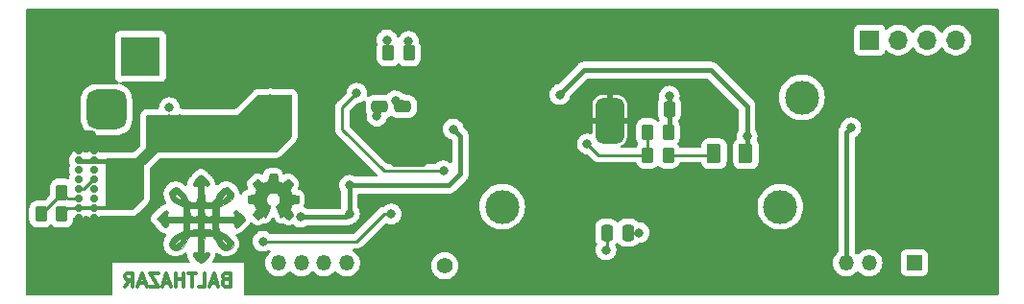
<source format=gbl>
G04 #@! TF.GenerationSoftware,KiCad,Pcbnew,(6.99.0-1936-gea29c66608)*
G04 #@! TF.CreationDate,2022-05-24T09:47:40+02:00*
G04 #@! TF.ProjectId,BalthazarPSU3,42616c74-6861-47a6-9172-505355332e6b,rev?*
G04 #@! TF.SameCoordinates,Original*
G04 #@! TF.FileFunction,Copper,L2,Bot*
G04 #@! TF.FilePolarity,Positive*
%FSLAX46Y46*%
G04 Gerber Fmt 4.6, Leading zero omitted, Abs format (unit mm)*
G04 Created by KiCad (PCBNEW (6.99.0-1936-gea29c66608)) date 2022-05-24 09:47:40*
%MOMM*%
%LPD*%
G01*
G04 APERTURE LIST*
G04 Aperture macros list*
%AMRoundRect*
0 Rectangle with rounded corners*
0 $1 Rounding radius*
0 $2 $3 $4 $5 $6 $7 $8 $9 X,Y pos of 4 corners*
0 Add a 4 corners polygon primitive as box body*
4,1,4,$2,$3,$4,$5,$6,$7,$8,$9,$2,$3,0*
0 Add four circle primitives for the rounded corners*
1,1,$1+$1,$2,$3*
1,1,$1+$1,$4,$5*
1,1,$1+$1,$6,$7*
1,1,$1+$1,$8,$9*
0 Add four rect primitives between the rounded corners*
20,1,$1+$1,$2,$3,$4,$5,0*
20,1,$1+$1,$4,$5,$6,$7,0*
20,1,$1+$1,$6,$7,$8,$9,0*
20,1,$1+$1,$8,$9,$2,$3,0*%
G04 Aperture macros list end*
%ADD10C,0.300000*%
G04 #@! TA.AperFunction,NonConductor*
%ADD11C,0.300000*%
G04 #@! TD*
G04 #@! TA.AperFunction,EtchedComponent*
%ADD12C,0.010000*%
G04 #@! TD*
G04 #@! TA.AperFunction,ComponentPad*
%ADD13R,3.500000X3.500000*%
G04 #@! TD*
G04 #@! TA.AperFunction,ComponentPad*
%ADD14RoundRect,0.750000X-0.750000X-1.000000X0.750000X-1.000000X0.750000X1.000000X-0.750000X1.000000X0*%
G04 #@! TD*
G04 #@! TA.AperFunction,ComponentPad*
%ADD15RoundRect,0.875000X-0.875000X-0.875000X0.875000X-0.875000X0.875000X0.875000X-0.875000X0.875000X0*%
G04 #@! TD*
G04 #@! TA.AperFunction,ComponentPad*
%ADD16C,0.500000*%
G04 #@! TD*
G04 #@! TA.AperFunction,SMDPad,CuDef*
%ADD17RoundRect,0.250001X-1.099999X-1.099999X1.099999X-1.099999X1.099999X1.099999X-1.099999X1.099999X0*%
G04 #@! TD*
G04 #@! TA.AperFunction,ComponentPad*
%ADD18C,1.400000*%
G04 #@! TD*
G04 #@! TA.AperFunction,SMDPad,CuDef*
%ADD19RoundRect,0.650000X0.650000X-1.350000X0.650000X1.350000X-0.650000X1.350000X-0.650000X-1.350000X0*%
G04 #@! TD*
G04 #@! TA.AperFunction,ComponentPad*
%ADD20R,3.000000X3.000000*%
G04 #@! TD*
G04 #@! TA.AperFunction,ComponentPad*
%ADD21C,3.000000*%
G04 #@! TD*
G04 #@! TA.AperFunction,ComponentPad*
%ADD22C,0.700000*%
G04 #@! TD*
G04 #@! TA.AperFunction,ComponentPad*
%ADD23O,2.400000X0.900000*%
G04 #@! TD*
G04 #@! TA.AperFunction,ComponentPad*
%ADD24O,1.700000X0.900000*%
G04 #@! TD*
G04 #@! TA.AperFunction,ComponentPad*
%ADD25R,1.700000X1.700000*%
G04 #@! TD*
G04 #@! TA.AperFunction,ComponentPad*
%ADD26O,1.700000X1.700000*%
G04 #@! TD*
G04 #@! TA.AperFunction,ComponentPad*
%ADD27R,1.350000X1.350000*%
G04 #@! TD*
G04 #@! TA.AperFunction,ComponentPad*
%ADD28O,1.350000X1.350000*%
G04 #@! TD*
G04 #@! TA.AperFunction,ComponentPad*
%ADD29C,4.400000*%
G04 #@! TD*
G04 #@! TA.AperFunction,SMDPad,CuDef*
%ADD30RoundRect,0.250000X0.375000X0.625000X-0.375000X0.625000X-0.375000X-0.625000X0.375000X-0.625000X0*%
G04 #@! TD*
G04 #@! TA.AperFunction,SMDPad,CuDef*
%ADD31RoundRect,0.250000X-0.262500X-0.450000X0.262500X-0.450000X0.262500X0.450000X-0.262500X0.450000X0*%
G04 #@! TD*
G04 #@! TA.AperFunction,SMDPad,CuDef*
%ADD32RoundRect,0.250000X-0.475000X0.250000X-0.475000X-0.250000X0.475000X-0.250000X0.475000X0.250000X0*%
G04 #@! TD*
G04 #@! TA.AperFunction,SMDPad,CuDef*
%ADD33RoundRect,0.250000X-0.250000X-0.475000X0.250000X-0.475000X0.250000X0.475000X-0.250000X0.475000X0*%
G04 #@! TD*
G04 #@! TA.AperFunction,ViaPad*
%ADD34C,0.800000*%
G04 #@! TD*
G04 #@! TA.AperFunction,Conductor*
%ADD35C,0.250000*%
G04 #@! TD*
G04 #@! TA.AperFunction,Conductor*
%ADD36C,0.350000*%
G04 #@! TD*
G04 #@! TA.AperFunction,Conductor*
%ADD37C,0.450000*%
G04 #@! TD*
G04 APERTURE END LIST*
D10*
D11*
X118499999Y-81981285D02*
X118328571Y-82038428D01*
X118328571Y-82038428D02*
X118271428Y-82095571D01*
X118271428Y-82095571D02*
X118214285Y-82209857D01*
X118214285Y-82209857D02*
X118214285Y-82381285D01*
X118214285Y-82381285D02*
X118271428Y-82495571D01*
X118271428Y-82495571D02*
X118328571Y-82552714D01*
X118328571Y-82552714D02*
X118442856Y-82609857D01*
X118442856Y-82609857D02*
X118899999Y-82609857D01*
X118899999Y-82609857D02*
X118899999Y-81409857D01*
X118899999Y-81409857D02*
X118499999Y-81409857D01*
X118499999Y-81409857D02*
X118385714Y-81467000D01*
X118385714Y-81467000D02*
X118328571Y-81524142D01*
X118328571Y-81524142D02*
X118271428Y-81638428D01*
X118271428Y-81638428D02*
X118271428Y-81752714D01*
X118271428Y-81752714D02*
X118328571Y-81867000D01*
X118328571Y-81867000D02*
X118385714Y-81924142D01*
X118385714Y-81924142D02*
X118499999Y-81981285D01*
X118499999Y-81981285D02*
X118899999Y-81981285D01*
X117757142Y-82267000D02*
X117185714Y-82267000D01*
X117871428Y-82609857D02*
X117471428Y-81409857D01*
X117471428Y-81409857D02*
X117071428Y-82609857D01*
X116100000Y-82609857D02*
X116671428Y-82609857D01*
X116671428Y-82609857D02*
X116671428Y-81409857D01*
X115871428Y-81409857D02*
X115185714Y-81409857D01*
X115528571Y-82609857D02*
X115528571Y-81409857D01*
X114785713Y-82609857D02*
X114785713Y-81409857D01*
X114785713Y-81981285D02*
X114099999Y-81981285D01*
X114099999Y-82609857D02*
X114099999Y-81409857D01*
X113585713Y-82267000D02*
X113014285Y-82267000D01*
X113699999Y-82609857D02*
X113299999Y-81409857D01*
X113299999Y-81409857D02*
X112899999Y-82609857D01*
X112614285Y-81409857D02*
X111814285Y-81409857D01*
X111814285Y-81409857D02*
X112614285Y-82609857D01*
X112614285Y-82609857D02*
X111814285Y-82609857D01*
X111414285Y-82267000D02*
X110842857Y-82267000D01*
X111528571Y-82609857D02*
X111128571Y-81409857D01*
X111128571Y-81409857D02*
X110728571Y-82609857D01*
X109642857Y-82609857D02*
X110042857Y-82038428D01*
X110328571Y-82609857D02*
X110328571Y-81409857D01*
X110328571Y-81409857D02*
X109871428Y-81409857D01*
X109871428Y-81409857D02*
X109757143Y-81467000D01*
X109757143Y-81467000D02*
X109700000Y-81524142D01*
X109700000Y-81524142D02*
X109642857Y-81638428D01*
X109642857Y-81638428D02*
X109642857Y-81809857D01*
X109642857Y-81809857D02*
X109700000Y-81924142D01*
X109700000Y-81924142D02*
X109757143Y-81981285D01*
X109757143Y-81981285D02*
X109871428Y-82038428D01*
X109871428Y-82038428D02*
X110328571Y-82038428D01*
G36*
X117652465Y-74670207D02*
G01*
X117839483Y-74359582D01*
X118081001Y-74090447D01*
X118336902Y-73900974D01*
X118567067Y-73829333D01*
X118761364Y-73890330D01*
X118973047Y-74044134D01*
X119141779Y-74238467D01*
X119210667Y-74421025D01*
X119163897Y-74615264D01*
X118986068Y-74884921D01*
X118705548Y-75146759D01*
X118354443Y-75365368D01*
X117879219Y-75599620D01*
X117888776Y-76005643D01*
X117898333Y-76411667D01*
X118639167Y-76436130D01*
X118899771Y-76442063D01*
X119189561Y-76433533D01*
X119338799Y-76397894D01*
X119364604Y-76329480D01*
X119284091Y-76222625D01*
X119227842Y-76076003D01*
X119278778Y-75928523D01*
X119408893Y-75861333D01*
X119474260Y-75888774D01*
X119633803Y-76011785D01*
X119830561Y-76195485D01*
X120022789Y-76397652D01*
X120168739Y-76576058D01*
X120226667Y-76688480D01*
X120183388Y-76762924D01*
X120046930Y-76923550D01*
X119849675Y-77127399D01*
X119701866Y-77268529D01*
X119539249Y-77398452D01*
X119430522Y-77431869D01*
X119339764Y-77387074D01*
X119275132Y-77305379D01*
X119256794Y-77119380D01*
X119268969Y-77064764D01*
X119244557Y-77009174D01*
X119142098Y-76978241D01*
X118931176Y-76964879D01*
X118581372Y-76962000D01*
X117856000Y-76962000D01*
X117856000Y-77272833D01*
X117857345Y-77322135D01*
X117927072Y-77612874D01*
X118082252Y-77816570D01*
X118294684Y-77893333D01*
X118370278Y-77913320D01*
X118559608Y-78033602D01*
X118780765Y-78226045D01*
X118991297Y-78448118D01*
X119148748Y-78657288D01*
X119210667Y-78811021D01*
X119197948Y-78913988D01*
X119069891Y-79159696D01*
X118846602Y-79344442D01*
X118580939Y-79417333D01*
X118482315Y-79411494D01*
X118175819Y-79300926D01*
X117906076Y-79042236D01*
X117661049Y-78625055D01*
X117556696Y-78417770D01*
X118150141Y-78417770D01*
X118160215Y-78507167D01*
X118290294Y-78693436D01*
X118436827Y-78846326D01*
X118546455Y-78909333D01*
X118566298Y-78907238D01*
X118617812Y-78832448D01*
X118579171Y-78691686D01*
X118463166Y-78541456D01*
X118384711Y-78479768D01*
X118240052Y-78410344D01*
X118150141Y-78417770D01*
X117556696Y-78417770D01*
X117532910Y-78370520D01*
X117423335Y-78227201D01*
X117287504Y-78159614D01*
X117078391Y-78127609D01*
X116984007Y-78118975D01*
X116766347Y-78110395D01*
X116649500Y-78123183D01*
X116635939Y-78148004D01*
X116610340Y-78306739D01*
X116592621Y-78576107D01*
X116586000Y-78915943D01*
X116586000Y-79674560D01*
X116796878Y-79621633D01*
X116964780Y-79611033D01*
X117062228Y-79710659D01*
X117067000Y-79745789D01*
X117006303Y-79905429D01*
X116862310Y-80106853D01*
X116675166Y-80305679D01*
X116485014Y-80457523D01*
X116332000Y-80518000D01*
X116289339Y-80511240D01*
X116120016Y-80416570D01*
X115926454Y-80244793D01*
X115748796Y-80040293D01*
X115627187Y-79847454D01*
X115601772Y-79710659D01*
X115685031Y-79615794D01*
X115867122Y-79621633D01*
X116078000Y-79674560D01*
X116078000Y-78925058D01*
X116077228Y-78770808D01*
X116070341Y-78458609D01*
X116057851Y-78234538D01*
X116041637Y-78139193D01*
X116013799Y-78129848D01*
X115857912Y-78122400D01*
X115620443Y-78133437D01*
X115594840Y-78135502D01*
X115386650Y-78162710D01*
X115251990Y-78227368D01*
X115142680Y-78368236D01*
X115010542Y-78624071D01*
X114955069Y-78732631D01*
X114696763Y-79118050D01*
X114416194Y-79343770D01*
X114104749Y-79417334D01*
X114095365Y-79417283D01*
X113795835Y-79345555D01*
X113604988Y-79148238D01*
X113540468Y-78852100D01*
X114048999Y-78852100D01*
X114115908Y-78909333D01*
X114117287Y-78909301D01*
X114221281Y-78849138D01*
X114367428Y-78714352D01*
X114497683Y-78564559D01*
X114554000Y-78459377D01*
X114551187Y-78439175D01*
X114473159Y-78399425D01*
X114331788Y-78443601D01*
X114186122Y-78556167D01*
X114079032Y-78714011D01*
X114048999Y-78852100D01*
X113540468Y-78852100D01*
X113538000Y-78840768D01*
X113563408Y-78640984D01*
X113666863Y-78447457D01*
X113880232Y-78218891D01*
X114026367Y-78091967D01*
X114234665Y-77948974D01*
X114382184Y-77893333D01*
X114606220Y-77818715D01*
X114754532Y-77610645D01*
X114805307Y-77310542D01*
X115316000Y-77310542D01*
X115316314Y-77376937D01*
X115330893Y-77560694D01*
X115385827Y-77624511D01*
X115506500Y-77608031D01*
X115642298Y-77579857D01*
X115887500Y-77555823D01*
X115988487Y-77543036D01*
X116060777Y-77460333D01*
X116078000Y-77258333D01*
X116586000Y-77258333D01*
X116598835Y-77451569D01*
X116666962Y-77537424D01*
X116833075Y-77554667D01*
X117031528Y-77567763D01*
X117214075Y-77606059D01*
X117290228Y-77614118D01*
X117336098Y-77529201D01*
X117348000Y-77309725D01*
X117348000Y-76962000D01*
X116967000Y-76962000D01*
X116797453Y-76963828D01*
X116649256Y-76990033D01*
X116594133Y-77076253D01*
X116586000Y-77258333D01*
X116078000Y-77258333D01*
X116075650Y-77126464D01*
X116041958Y-77011200D01*
X115931103Y-76968326D01*
X115697000Y-76962000D01*
X115316000Y-76962000D01*
X115316000Y-77310542D01*
X114805307Y-77310542D01*
X114808000Y-77294619D01*
X114808000Y-76962000D01*
X114082628Y-76962000D01*
X113831257Y-76963119D01*
X113577932Y-76972244D01*
X113443093Y-76996604D01*
X113396324Y-77043287D01*
X113407206Y-77119380D01*
X113415137Y-77153425D01*
X113385274Y-77310526D01*
X113279271Y-77411858D01*
X113148281Y-77401657D01*
X113087075Y-77348857D01*
X112933746Y-77194355D01*
X112743115Y-76987609D01*
X112425656Y-76632218D01*
X112780944Y-76246776D01*
X112955089Y-76071967D01*
X113138372Y-75919867D01*
X113255107Y-75861333D01*
X113385206Y-75928503D01*
X113436157Y-76075977D01*
X113379909Y-76222625D01*
X113317974Y-76294328D01*
X113302021Y-76376453D01*
X113403102Y-76423684D01*
X113638334Y-76441687D01*
X114024833Y-76436130D01*
X114765667Y-76411667D01*
X114791428Y-76010580D01*
X114811891Y-75692000D01*
X115306264Y-75692000D01*
X115332298Y-76051833D01*
X115344235Y-76197330D01*
X115382681Y-76347905D01*
X115484307Y-76403601D01*
X115697000Y-76411667D01*
X115834046Y-76410170D01*
X115977881Y-76380895D01*
X116037804Y-76277199D01*
X116061701Y-76051833D01*
X116087736Y-75692000D01*
X116576264Y-75692000D01*
X116602298Y-76051833D01*
X116614235Y-76197330D01*
X116652681Y-76347905D01*
X116754307Y-76403601D01*
X116967000Y-76411667D01*
X117104046Y-76410170D01*
X117247881Y-76380895D01*
X117307804Y-76277199D01*
X117331701Y-76051833D01*
X117357736Y-75692000D01*
X116576264Y-75692000D01*
X116087736Y-75692000D01*
X115306264Y-75692000D01*
X114811891Y-75692000D01*
X114817190Y-75609493D01*
X114344978Y-75385911D01*
X114261905Y-75344901D01*
X113864713Y-75081537D01*
X113620923Y-74782611D01*
X113566325Y-74568040D01*
X114061708Y-74568040D01*
X114135571Y-74684895D01*
X114282248Y-74805853D01*
X114438485Y-74886798D01*
X114541467Y-74886089D01*
X114541841Y-74885695D01*
X114524895Y-74797195D01*
X114436517Y-74636309D01*
X114327633Y-74509981D01*
X114186400Y-74429304D01*
X114083119Y-74445990D01*
X114061708Y-74568040D01*
X113566325Y-74568040D01*
X113538000Y-74456720D01*
X113553603Y-74337636D01*
X113674113Y-74091989D01*
X113872755Y-73904183D01*
X114100146Y-73829333D01*
X114135398Y-73831566D01*
X114370572Y-73925761D01*
X114625367Y-74130820D01*
X114859668Y-74408444D01*
X115033360Y-74720333D01*
X115142597Y-74946741D01*
X115272335Y-75085312D01*
X115455711Y-75149293D01*
X115533439Y-75163570D01*
X115767330Y-75190633D01*
X115915728Y-75153946D01*
X115999852Y-75027114D01*
X116040925Y-74783741D01*
X116060165Y-74397431D01*
X116084664Y-73655101D01*
X115870454Y-73708865D01*
X115764933Y-73727069D01*
X115620099Y-73691523D01*
X115597610Y-73564720D01*
X115696257Y-73363171D01*
X115914827Y-73103389D01*
X116090996Y-72929662D01*
X116251395Y-72784450D01*
X116332000Y-72728667D01*
X116397091Y-72771649D01*
X116549358Y-72907289D01*
X116749172Y-73103389D01*
X116868892Y-73231997D01*
X117035868Y-73461911D01*
X117065791Y-73611389D01*
X117009877Y-73695790D01*
X116858639Y-73737496D01*
X116684153Y-73639620D01*
X116672655Y-73629235D01*
X116628209Y-73629589D01*
X116603589Y-73733082D01*
X116596269Y-73961631D01*
X116603720Y-74337152D01*
X116611416Y-74557455D01*
X116635934Y-74885176D01*
X116688618Y-75082345D01*
X116788730Y-75174838D01*
X116955533Y-75188529D01*
X117208288Y-75149293D01*
X117375685Y-75094739D01*
X117508850Y-74966292D01*
X117548564Y-74886089D01*
X118122533Y-74886089D01*
X118222232Y-74887883D01*
X118377937Y-74808382D01*
X118525561Y-74687887D01*
X118602291Y-74568040D01*
X118593898Y-74463073D01*
X118504518Y-74424401D01*
X118367740Y-74484812D01*
X118227483Y-74636309D01*
X118225972Y-74638620D01*
X118138359Y-74798971D01*
X118122533Y-74886089D01*
X117548564Y-74886089D01*
X117630639Y-74720333D01*
X117652465Y-74670207D01*
G37*
D12*
X117652465Y-74670207D02*
X117839483Y-74359582D01*
X118081001Y-74090447D01*
X118336902Y-73900974D01*
X118567067Y-73829333D01*
X118761364Y-73890330D01*
X118973047Y-74044134D01*
X119141779Y-74238467D01*
X119210667Y-74421025D01*
X119163897Y-74615264D01*
X118986068Y-74884921D01*
X118705548Y-75146759D01*
X118354443Y-75365368D01*
X117879219Y-75599620D01*
X117888776Y-76005643D01*
X117898333Y-76411667D01*
X118639167Y-76436130D01*
X118899771Y-76442063D01*
X119189561Y-76433533D01*
X119338799Y-76397894D01*
X119364604Y-76329480D01*
X119284091Y-76222625D01*
X119227842Y-76076003D01*
X119278778Y-75928523D01*
X119408893Y-75861333D01*
X119474260Y-75888774D01*
X119633803Y-76011785D01*
X119830561Y-76195485D01*
X120022789Y-76397652D01*
X120168739Y-76576058D01*
X120226667Y-76688480D01*
X120183388Y-76762924D01*
X120046930Y-76923550D01*
X119849675Y-77127399D01*
X119701866Y-77268529D01*
X119539249Y-77398452D01*
X119430522Y-77431869D01*
X119339764Y-77387074D01*
X119275132Y-77305379D01*
X119256794Y-77119380D01*
X119268969Y-77064764D01*
X119244557Y-77009174D01*
X119142098Y-76978241D01*
X118931176Y-76964879D01*
X118581372Y-76962000D01*
X117856000Y-76962000D01*
X117856000Y-77272833D01*
X117857345Y-77322135D01*
X117927072Y-77612874D01*
X118082252Y-77816570D01*
X118294684Y-77893333D01*
X118370278Y-77913320D01*
X118559608Y-78033602D01*
X118780765Y-78226045D01*
X118991297Y-78448118D01*
X119148748Y-78657288D01*
X119210667Y-78811021D01*
X119197948Y-78913988D01*
X119069891Y-79159696D01*
X118846602Y-79344442D01*
X118580939Y-79417333D01*
X118482315Y-79411494D01*
X118175819Y-79300926D01*
X117906076Y-79042236D01*
X117661049Y-78625055D01*
X117556696Y-78417770D01*
X118150141Y-78417770D01*
X118160215Y-78507167D01*
X118290294Y-78693436D01*
X118436827Y-78846326D01*
X118546455Y-78909333D01*
X118566298Y-78907238D01*
X118617812Y-78832448D01*
X118579171Y-78691686D01*
X118463166Y-78541456D01*
X118384711Y-78479768D01*
X118240052Y-78410344D01*
X118150141Y-78417770D01*
X117556696Y-78417770D01*
X117532910Y-78370520D01*
X117423335Y-78227201D01*
X117287504Y-78159614D01*
X117078391Y-78127609D01*
X116984007Y-78118975D01*
X116766347Y-78110395D01*
X116649500Y-78123183D01*
X116635939Y-78148004D01*
X116610340Y-78306739D01*
X116592621Y-78576107D01*
X116586000Y-78915943D01*
X116586000Y-79674560D01*
X116796878Y-79621633D01*
X116964780Y-79611033D01*
X117062228Y-79710659D01*
X117067000Y-79745789D01*
X117006303Y-79905429D01*
X116862310Y-80106853D01*
X116675166Y-80305679D01*
X116485014Y-80457523D01*
X116332000Y-80518000D01*
X116289339Y-80511240D01*
X116120016Y-80416570D01*
X115926454Y-80244793D01*
X115748796Y-80040293D01*
X115627187Y-79847454D01*
X115601772Y-79710659D01*
X115685031Y-79615794D01*
X115867122Y-79621633D01*
X116078000Y-79674560D01*
X116078000Y-78925058D01*
X116077228Y-78770808D01*
X116070341Y-78458609D01*
X116057851Y-78234538D01*
X116041637Y-78139193D01*
X116013799Y-78129848D01*
X115857912Y-78122400D01*
X115620443Y-78133437D01*
X115594840Y-78135502D01*
X115386650Y-78162710D01*
X115251990Y-78227368D01*
X115142680Y-78368236D01*
X115010542Y-78624071D01*
X114955069Y-78732631D01*
X114696763Y-79118050D01*
X114416194Y-79343770D01*
X114104749Y-79417334D01*
X114095365Y-79417283D01*
X113795835Y-79345555D01*
X113604988Y-79148238D01*
X113540468Y-78852100D01*
X114048999Y-78852100D01*
X114115908Y-78909333D01*
X114117287Y-78909301D01*
X114221281Y-78849138D01*
X114367428Y-78714352D01*
X114497683Y-78564559D01*
X114554000Y-78459377D01*
X114551187Y-78439175D01*
X114473159Y-78399425D01*
X114331788Y-78443601D01*
X114186122Y-78556167D01*
X114079032Y-78714011D01*
X114048999Y-78852100D01*
X113540468Y-78852100D01*
X113538000Y-78840768D01*
X113563408Y-78640984D01*
X113666863Y-78447457D01*
X113880232Y-78218891D01*
X114026367Y-78091967D01*
X114234665Y-77948974D01*
X114382184Y-77893333D01*
X114606220Y-77818715D01*
X114754532Y-77610645D01*
X114805307Y-77310542D01*
X115316000Y-77310542D01*
X115316314Y-77376937D01*
X115330893Y-77560694D01*
X115385827Y-77624511D01*
X115506500Y-77608031D01*
X115642298Y-77579857D01*
X115887500Y-77555823D01*
X115988487Y-77543036D01*
X116060777Y-77460333D01*
X116078000Y-77258333D01*
X116586000Y-77258333D01*
X116598835Y-77451569D01*
X116666962Y-77537424D01*
X116833075Y-77554667D01*
X117031528Y-77567763D01*
X117214075Y-77606059D01*
X117290228Y-77614118D01*
X117336098Y-77529201D01*
X117348000Y-77309725D01*
X117348000Y-76962000D01*
X116967000Y-76962000D01*
X116797453Y-76963828D01*
X116649256Y-76990033D01*
X116594133Y-77076253D01*
X116586000Y-77258333D01*
X116078000Y-77258333D01*
X116075650Y-77126464D01*
X116041958Y-77011200D01*
X115931103Y-76968326D01*
X115697000Y-76962000D01*
X115316000Y-76962000D01*
X115316000Y-77310542D01*
X114805307Y-77310542D01*
X114808000Y-77294619D01*
X114808000Y-76962000D01*
X114082628Y-76962000D01*
X113831257Y-76963119D01*
X113577932Y-76972244D01*
X113443093Y-76996604D01*
X113396324Y-77043287D01*
X113407206Y-77119380D01*
X113415137Y-77153425D01*
X113385274Y-77310526D01*
X113279271Y-77411858D01*
X113148281Y-77401657D01*
X113087075Y-77348857D01*
X112933746Y-77194355D01*
X112743115Y-76987609D01*
X112425656Y-76632218D01*
X112780944Y-76246776D01*
X112955089Y-76071967D01*
X113138372Y-75919867D01*
X113255107Y-75861333D01*
X113385206Y-75928503D01*
X113436157Y-76075977D01*
X113379909Y-76222625D01*
X113317974Y-76294328D01*
X113302021Y-76376453D01*
X113403102Y-76423684D01*
X113638334Y-76441687D01*
X114024833Y-76436130D01*
X114765667Y-76411667D01*
X114791428Y-76010580D01*
X114811891Y-75692000D01*
X115306264Y-75692000D01*
X115332298Y-76051833D01*
X115344235Y-76197330D01*
X115382681Y-76347905D01*
X115484307Y-76403601D01*
X115697000Y-76411667D01*
X115834046Y-76410170D01*
X115977881Y-76380895D01*
X116037804Y-76277199D01*
X116061701Y-76051833D01*
X116087736Y-75692000D01*
X116576264Y-75692000D01*
X116602298Y-76051833D01*
X116614235Y-76197330D01*
X116652681Y-76347905D01*
X116754307Y-76403601D01*
X116967000Y-76411667D01*
X117104046Y-76410170D01*
X117247881Y-76380895D01*
X117307804Y-76277199D01*
X117331701Y-76051833D01*
X117357736Y-75692000D01*
X116576264Y-75692000D01*
X116087736Y-75692000D01*
X115306264Y-75692000D01*
X114811891Y-75692000D01*
X114817190Y-75609493D01*
X114344978Y-75385911D01*
X114261905Y-75344901D01*
X113864713Y-75081537D01*
X113620923Y-74782611D01*
X113566325Y-74568040D01*
X114061708Y-74568040D01*
X114135571Y-74684895D01*
X114282248Y-74805853D01*
X114438485Y-74886798D01*
X114541467Y-74886089D01*
X114541841Y-74885695D01*
X114524895Y-74797195D01*
X114436517Y-74636309D01*
X114327633Y-74509981D01*
X114186400Y-74429304D01*
X114083119Y-74445990D01*
X114061708Y-74568040D01*
X113566325Y-74568040D01*
X113538000Y-74456720D01*
X113553603Y-74337636D01*
X113674113Y-74091989D01*
X113872755Y-73904183D01*
X114100146Y-73829333D01*
X114135398Y-73831566D01*
X114370572Y-73925761D01*
X114625367Y-74130820D01*
X114859668Y-74408444D01*
X115033360Y-74720333D01*
X115142597Y-74946741D01*
X115272335Y-75085312D01*
X115455711Y-75149293D01*
X115533439Y-75163570D01*
X115767330Y-75190633D01*
X115915728Y-75153946D01*
X115999852Y-75027114D01*
X116040925Y-74783741D01*
X116060165Y-74397431D01*
X116084664Y-73655101D01*
X115870454Y-73708865D01*
X115764933Y-73727069D01*
X115620099Y-73691523D01*
X115597610Y-73564720D01*
X115696257Y-73363171D01*
X115914827Y-73103389D01*
X116090996Y-72929662D01*
X116251395Y-72784450D01*
X116332000Y-72728667D01*
X116397091Y-72771649D01*
X116549358Y-72907289D01*
X116749172Y-73103389D01*
X116868892Y-73231997D01*
X117035868Y-73461911D01*
X117065791Y-73611389D01*
X117009877Y-73695790D01*
X116858639Y-73737496D01*
X116684153Y-73639620D01*
X116672655Y-73629235D01*
X116628209Y-73629589D01*
X116603589Y-73733082D01*
X116596269Y-73961631D01*
X116603720Y-74337152D01*
X116611416Y-74557455D01*
X116635934Y-74885176D01*
X116688618Y-75082345D01*
X116788730Y-75174838D01*
X116955533Y-75188529D01*
X117208288Y-75149293D01*
X117375685Y-75094739D01*
X117508850Y-74966292D01*
X117548564Y-74886089D01*
X118122533Y-74886089D01*
X118222232Y-74887883D01*
X118377937Y-74808382D01*
X118525561Y-74687887D01*
X118602291Y-74568040D01*
X118593898Y-74463073D01*
X118504518Y-74424401D01*
X118367740Y-74484812D01*
X118227483Y-74636309D01*
X118225972Y-74638620D01*
X118138359Y-74798971D01*
X118122533Y-74886089D01*
X117548564Y-74886089D01*
X117630639Y-74720333D01*
X117652465Y-74670207D01*
G36*
X123046389Y-72982018D02*
G01*
X123103237Y-73283570D01*
X123313001Y-73370041D01*
X123522764Y-73456512D01*
X123774410Y-73285395D01*
X123824216Y-73251661D01*
X123890244Y-73207381D01*
X123947410Y-73169561D01*
X123992744Y-73140142D01*
X124023280Y-73121067D01*
X124036046Y-73114278D01*
X124043887Y-73119106D01*
X124067325Y-73139339D01*
X124102794Y-73172543D01*
X124147289Y-73215670D01*
X124197805Y-73265670D01*
X124251336Y-73319495D01*
X124304877Y-73374095D01*
X124355423Y-73426423D01*
X124399968Y-73473428D01*
X124435507Y-73512063D01*
X124459034Y-73539278D01*
X124467544Y-73552024D01*
X124465565Y-73557500D01*
X124451857Y-73581927D01*
X124426825Y-73622129D01*
X124392499Y-73674952D01*
X124350907Y-73737247D01*
X124304079Y-73805862D01*
X124278380Y-73843283D01*
X124234173Y-73908432D01*
X124196272Y-73965289D01*
X124166698Y-74010770D01*
X124147472Y-74041793D01*
X124140614Y-74055274D01*
X124140726Y-74056021D01*
X124146776Y-74073110D01*
X124160654Y-74108006D01*
X124180427Y-74156151D01*
X124204160Y-74212986D01*
X124229918Y-74273953D01*
X124255766Y-74334492D01*
X124279771Y-74390047D01*
X124299998Y-74436057D01*
X124314511Y-74467965D01*
X124321377Y-74481212D01*
X124325439Y-74482387D01*
X124350121Y-74487687D01*
X124394111Y-74496467D01*
X124453887Y-74508040D01*
X124525929Y-74521721D01*
X124606716Y-74536823D01*
X124649294Y-74544830D01*
X124727445Y-74560107D01*
X124795775Y-74574215D01*
X124850551Y-74586345D01*
X124888037Y-74595686D01*
X124904500Y-74601427D01*
X124907457Y-74607119D01*
X124912362Y-74634930D01*
X124916216Y-74681250D01*
X124919021Y-74741720D01*
X124920781Y-74811983D01*
X124921499Y-74887680D01*
X124921177Y-74964453D01*
X124919819Y-75037944D01*
X124917428Y-75103794D01*
X124914006Y-75157645D01*
X124909556Y-75195138D01*
X124904082Y-75211916D01*
X124900760Y-75213809D01*
X124875987Y-75221926D01*
X124833011Y-75232666D01*
X124776802Y-75244853D01*
X124712325Y-75257310D01*
X124690570Y-75261277D01*
X124590093Y-75279729D01*
X124511126Y-75294559D01*
X124450934Y-75306380D01*
X124406778Y-75315809D01*
X124375920Y-75323460D01*
X124355625Y-75329948D01*
X124343154Y-75335888D01*
X124335771Y-75341894D01*
X124334913Y-75342902D01*
X124322838Y-75363919D01*
X124304971Y-75402376D01*
X124283042Y-75453761D01*
X124258784Y-75513563D01*
X124233927Y-75577270D01*
X124210205Y-75640371D01*
X124189347Y-75698355D01*
X124173087Y-75746709D01*
X124163156Y-75780922D01*
X124161285Y-75796483D01*
X124162536Y-75798502D01*
X124175486Y-75818028D01*
X124199840Y-75854042D01*
X124233340Y-75903228D01*
X124273727Y-75962267D01*
X124318745Y-76027842D01*
X124331100Y-76045884D01*
X124374545Y-76110599D01*
X124412091Y-76168476D01*
X124441594Y-76216082D01*
X124460914Y-76249985D01*
X124467905Y-76266752D01*
X124466398Y-76271161D01*
X124450695Y-76292882D01*
X124419714Y-76328354D01*
X124375673Y-76375188D01*
X124320790Y-76430996D01*
X124257286Y-76493392D01*
X124220988Y-76528317D01*
X124163595Y-76582711D01*
X124113361Y-76629302D01*
X124072984Y-76665636D01*
X124045161Y-76689261D01*
X124032590Y-76697724D01*
X124023952Y-76694587D01*
X123997360Y-76679747D01*
X123958741Y-76655477D01*
X123913134Y-76624852D01*
X123880707Y-76602503D01*
X123815970Y-76558122D01*
X123746886Y-76510987D01*
X123683787Y-76468155D01*
X123560178Y-76384547D01*
X123456417Y-76440650D01*
X123431984Y-76453599D01*
X123387552Y-76475749D01*
X123353191Y-76491041D01*
X123334828Y-76496743D01*
X123328818Y-76489421D01*
X123313895Y-76461541D01*
X123291852Y-76415575D01*
X123263917Y-76354441D01*
X123231317Y-76281055D01*
X123195276Y-76198335D01*
X123157023Y-76109197D01*
X123117783Y-76016559D01*
X123078783Y-75923337D01*
X123041249Y-75832450D01*
X123006409Y-75746814D01*
X122975488Y-75669345D01*
X122949714Y-75602962D01*
X122930311Y-75550582D01*
X122918508Y-75515121D01*
X122915531Y-75499496D01*
X122915732Y-75499039D01*
X122929601Y-75484595D01*
X122958611Y-75461974D01*
X122996772Y-75435864D01*
X123008817Y-75427892D01*
X123100469Y-75352256D01*
X123176323Y-75262169D01*
X123234581Y-75161381D01*
X123273448Y-75053640D01*
X123291128Y-74942697D01*
X123285826Y-74832303D01*
X123264347Y-74734115D01*
X123225782Y-74634966D01*
X123169562Y-74546512D01*
X123092410Y-74462487D01*
X123062095Y-74435645D01*
X122964094Y-74369510D01*
X122858227Y-74324970D01*
X122747561Y-74301625D01*
X122635164Y-74299078D01*
X122524105Y-74316929D01*
X122417451Y-74354780D01*
X122318270Y-74412232D01*
X122229631Y-74488887D01*
X122154600Y-74584345D01*
X122140175Y-74607985D01*
X122091143Y-74716034D01*
X122065103Y-74828548D01*
X122061372Y-74942614D01*
X122079268Y-75055318D01*
X122118109Y-75163745D01*
X122177214Y-75264982D01*
X122255900Y-75356114D01*
X122353485Y-75434228D01*
X122356654Y-75436333D01*
X122394411Y-75462940D01*
X122422709Y-75485561D01*
X122435634Y-75499496D01*
X122434003Y-75510421D01*
X122423864Y-75542231D01*
X122405884Y-75591534D01*
X122381292Y-75655413D01*
X122351311Y-75730948D01*
X122317170Y-75815223D01*
X122280092Y-75905320D01*
X122241306Y-75998321D01*
X122202036Y-76091308D01*
X122163509Y-76181364D01*
X122126950Y-76265571D01*
X122093586Y-76341010D01*
X122064643Y-76404765D01*
X122041346Y-76453917D01*
X122024923Y-76485549D01*
X122016598Y-76496743D01*
X122009674Y-76495227D01*
X121982477Y-76484331D01*
X121942280Y-76465228D01*
X121895009Y-76440650D01*
X121791248Y-76384547D01*
X121667639Y-76468155D01*
X121631120Y-76492913D01*
X121563194Y-76539171D01*
X121495475Y-76585503D01*
X121438291Y-76624852D01*
X121406732Y-76646297D01*
X121365714Y-76672939D01*
X121335301Y-76691178D01*
X121320446Y-76697941D01*
X121314065Y-76695070D01*
X121290996Y-76677485D01*
X121255433Y-76646523D01*
X121210471Y-76605231D01*
X121159206Y-76556653D01*
X121104733Y-76503835D01*
X121050148Y-76449823D01*
X120998547Y-76397661D01*
X120953024Y-76350396D01*
X120916675Y-76311072D01*
X120892595Y-76282736D01*
X120883881Y-76268432D01*
X120884383Y-76265711D01*
X120894755Y-76243560D01*
X120916912Y-76205235D01*
X120948712Y-76154200D01*
X120988016Y-76093914D01*
X121032681Y-76027842D01*
X121045207Y-76009617D01*
X121089193Y-75945485D01*
X121127937Y-75888789D01*
X121159182Y-75842844D01*
X121180669Y-75810970D01*
X121190140Y-75796483D01*
X121190373Y-75795862D01*
X121187578Y-75778139D01*
X121176903Y-75742235D01*
X121160081Y-75692662D01*
X121138843Y-75633932D01*
X121114921Y-75570556D01*
X121090046Y-75507046D01*
X121065950Y-75447913D01*
X121044365Y-75397669D01*
X121027023Y-75360826D01*
X121015655Y-75341894D01*
X121014516Y-75340719D01*
X121006376Y-75334773D01*
X120992629Y-75328776D01*
X120970537Y-75322114D01*
X120937363Y-75314173D01*
X120890370Y-75304337D01*
X120826820Y-75291991D01*
X120743976Y-75276520D01*
X120639100Y-75257310D01*
X120617348Y-75253267D01*
X120555036Y-75240769D01*
X120502619Y-75228927D01*
X120465066Y-75218917D01*
X120447343Y-75211916D01*
X120444378Y-75206075D01*
X120439435Y-75178016D01*
X120435518Y-75131500D01*
X120432629Y-75070886D01*
X120430773Y-75000532D01*
X120429952Y-74924796D01*
X120430168Y-74848037D01*
X120431426Y-74774612D01*
X120433728Y-74708880D01*
X120437076Y-74655200D01*
X120441474Y-74617930D01*
X120446926Y-74601427D01*
X120452491Y-74598989D01*
X120480178Y-74591305D01*
X120526979Y-74580436D01*
X120589157Y-74567192D01*
X120662979Y-74552384D01*
X120744710Y-74536823D01*
X120789336Y-74528509D01*
X120865824Y-74514092D01*
X120931660Y-74501467D01*
X120983323Y-74491321D01*
X121017293Y-74484341D01*
X121030048Y-74481212D01*
X121030528Y-74480568D01*
X121038651Y-74464181D01*
X121054137Y-74429852D01*
X121075050Y-74382136D01*
X121099455Y-74325586D01*
X121125416Y-74264758D01*
X121150997Y-74204206D01*
X121174262Y-74148485D01*
X121193277Y-74102150D01*
X121206105Y-74069755D01*
X121210812Y-74055855D01*
X121208736Y-74050965D01*
X121194920Y-74027692D01*
X121169860Y-73988519D01*
X121135568Y-73936520D01*
X121094059Y-73874768D01*
X121047346Y-73806336D01*
X121021718Y-73768860D01*
X120977490Y-73703156D01*
X120939570Y-73645492D01*
X120909980Y-73599014D01*
X120890743Y-73566865D01*
X120883881Y-73552190D01*
X120888649Y-73544230D01*
X120908593Y-73520446D01*
X120941313Y-73484451D01*
X120983805Y-73439295D01*
X121033065Y-73388028D01*
X121086091Y-73333701D01*
X121139877Y-73279364D01*
X121191421Y-73228067D01*
X121237720Y-73182859D01*
X121275769Y-73146792D01*
X121302565Y-73122914D01*
X121315105Y-73114278D01*
X121322066Y-73117636D01*
X121347627Y-73133210D01*
X121388874Y-73159715D01*
X121442837Y-73195210D01*
X121506542Y-73237750D01*
X121577016Y-73285395D01*
X121828662Y-73456512D01*
X122248188Y-73283570D01*
X122305036Y-72982018D01*
X122361885Y-72680466D01*
X122989540Y-72680466D01*
X123046389Y-72982018D01*
G37*
X123046389Y-72982018D02*
X123103237Y-73283570D01*
X123313001Y-73370041D01*
X123522764Y-73456512D01*
X123774410Y-73285395D01*
X123824216Y-73251661D01*
X123890244Y-73207381D01*
X123947410Y-73169561D01*
X123992744Y-73140142D01*
X124023280Y-73121067D01*
X124036046Y-73114278D01*
X124043887Y-73119106D01*
X124067325Y-73139339D01*
X124102794Y-73172543D01*
X124147289Y-73215670D01*
X124197805Y-73265670D01*
X124251336Y-73319495D01*
X124304877Y-73374095D01*
X124355423Y-73426423D01*
X124399968Y-73473428D01*
X124435507Y-73512063D01*
X124459034Y-73539278D01*
X124467544Y-73552024D01*
X124465565Y-73557500D01*
X124451857Y-73581927D01*
X124426825Y-73622129D01*
X124392499Y-73674952D01*
X124350907Y-73737247D01*
X124304079Y-73805862D01*
X124278380Y-73843283D01*
X124234173Y-73908432D01*
X124196272Y-73965289D01*
X124166698Y-74010770D01*
X124147472Y-74041793D01*
X124140614Y-74055274D01*
X124140726Y-74056021D01*
X124146776Y-74073110D01*
X124160654Y-74108006D01*
X124180427Y-74156151D01*
X124204160Y-74212986D01*
X124229918Y-74273953D01*
X124255766Y-74334492D01*
X124279771Y-74390047D01*
X124299998Y-74436057D01*
X124314511Y-74467965D01*
X124321377Y-74481212D01*
X124325439Y-74482387D01*
X124350121Y-74487687D01*
X124394111Y-74496467D01*
X124453887Y-74508040D01*
X124525929Y-74521721D01*
X124606716Y-74536823D01*
X124649294Y-74544830D01*
X124727445Y-74560107D01*
X124795775Y-74574215D01*
X124850551Y-74586345D01*
X124888037Y-74595686D01*
X124904500Y-74601427D01*
X124907457Y-74607119D01*
X124912362Y-74634930D01*
X124916216Y-74681250D01*
X124919021Y-74741720D01*
X124920781Y-74811983D01*
X124921499Y-74887680D01*
X124921177Y-74964453D01*
X124919819Y-75037944D01*
X124917428Y-75103794D01*
X124914006Y-75157645D01*
X124909556Y-75195138D01*
X124904082Y-75211916D01*
X124900760Y-75213809D01*
X124875987Y-75221926D01*
X124833011Y-75232666D01*
X124776802Y-75244853D01*
X124712325Y-75257310D01*
X124690570Y-75261277D01*
X124590093Y-75279729D01*
X124511126Y-75294559D01*
X124450934Y-75306380D01*
X124406778Y-75315809D01*
X124375920Y-75323460D01*
X124355625Y-75329948D01*
X124343154Y-75335888D01*
X124335771Y-75341894D01*
X124334913Y-75342902D01*
X124322838Y-75363919D01*
X124304971Y-75402376D01*
X124283042Y-75453761D01*
X124258784Y-75513563D01*
X124233927Y-75577270D01*
X124210205Y-75640371D01*
X124189347Y-75698355D01*
X124173087Y-75746709D01*
X124163156Y-75780922D01*
X124161285Y-75796483D01*
X124162536Y-75798502D01*
X124175486Y-75818028D01*
X124199840Y-75854042D01*
X124233340Y-75903228D01*
X124273727Y-75962267D01*
X124318745Y-76027842D01*
X124331100Y-76045884D01*
X124374545Y-76110599D01*
X124412091Y-76168476D01*
X124441594Y-76216082D01*
X124460914Y-76249985D01*
X124467905Y-76266752D01*
X124466398Y-76271161D01*
X124450695Y-76292882D01*
X124419714Y-76328354D01*
X124375673Y-76375188D01*
X124320790Y-76430996D01*
X124257286Y-76493392D01*
X124220988Y-76528317D01*
X124163595Y-76582711D01*
X124113361Y-76629302D01*
X124072984Y-76665636D01*
X124045161Y-76689261D01*
X124032590Y-76697724D01*
X124023952Y-76694587D01*
X123997360Y-76679747D01*
X123958741Y-76655477D01*
X123913134Y-76624852D01*
X123880707Y-76602503D01*
X123815970Y-76558122D01*
X123746886Y-76510987D01*
X123683787Y-76468155D01*
X123560178Y-76384547D01*
X123456417Y-76440650D01*
X123431984Y-76453599D01*
X123387552Y-76475749D01*
X123353191Y-76491041D01*
X123334828Y-76496743D01*
X123328818Y-76489421D01*
X123313895Y-76461541D01*
X123291852Y-76415575D01*
X123263917Y-76354441D01*
X123231317Y-76281055D01*
X123195276Y-76198335D01*
X123157023Y-76109197D01*
X123117783Y-76016559D01*
X123078783Y-75923337D01*
X123041249Y-75832450D01*
X123006409Y-75746814D01*
X122975488Y-75669345D01*
X122949714Y-75602962D01*
X122930311Y-75550582D01*
X122918508Y-75515121D01*
X122915531Y-75499496D01*
X122915732Y-75499039D01*
X122929601Y-75484595D01*
X122958611Y-75461974D01*
X122996772Y-75435864D01*
X123008817Y-75427892D01*
X123100469Y-75352256D01*
X123176323Y-75262169D01*
X123234581Y-75161381D01*
X123273448Y-75053640D01*
X123291128Y-74942697D01*
X123285826Y-74832303D01*
X123264347Y-74734115D01*
X123225782Y-74634966D01*
X123169562Y-74546512D01*
X123092410Y-74462487D01*
X123062095Y-74435645D01*
X122964094Y-74369510D01*
X122858227Y-74324970D01*
X122747561Y-74301625D01*
X122635164Y-74299078D01*
X122524105Y-74316929D01*
X122417451Y-74354780D01*
X122318270Y-74412232D01*
X122229631Y-74488887D01*
X122154600Y-74584345D01*
X122140175Y-74607985D01*
X122091143Y-74716034D01*
X122065103Y-74828548D01*
X122061372Y-74942614D01*
X122079268Y-75055318D01*
X122118109Y-75163745D01*
X122177214Y-75264982D01*
X122255900Y-75356114D01*
X122353485Y-75434228D01*
X122356654Y-75436333D01*
X122394411Y-75462940D01*
X122422709Y-75485561D01*
X122435634Y-75499496D01*
X122434003Y-75510421D01*
X122423864Y-75542231D01*
X122405884Y-75591534D01*
X122381292Y-75655413D01*
X122351311Y-75730948D01*
X122317170Y-75815223D01*
X122280092Y-75905320D01*
X122241306Y-75998321D01*
X122202036Y-76091308D01*
X122163509Y-76181364D01*
X122126950Y-76265571D01*
X122093586Y-76341010D01*
X122064643Y-76404765D01*
X122041346Y-76453917D01*
X122024923Y-76485549D01*
X122016598Y-76496743D01*
X122009674Y-76495227D01*
X121982477Y-76484331D01*
X121942280Y-76465228D01*
X121895009Y-76440650D01*
X121791248Y-76384547D01*
X121667639Y-76468155D01*
X121631120Y-76492913D01*
X121563194Y-76539171D01*
X121495475Y-76585503D01*
X121438291Y-76624852D01*
X121406732Y-76646297D01*
X121365714Y-76672939D01*
X121335301Y-76691178D01*
X121320446Y-76697941D01*
X121314065Y-76695070D01*
X121290996Y-76677485D01*
X121255433Y-76646523D01*
X121210471Y-76605231D01*
X121159206Y-76556653D01*
X121104733Y-76503835D01*
X121050148Y-76449823D01*
X120998547Y-76397661D01*
X120953024Y-76350396D01*
X120916675Y-76311072D01*
X120892595Y-76282736D01*
X120883881Y-76268432D01*
X120884383Y-76265711D01*
X120894755Y-76243560D01*
X120916912Y-76205235D01*
X120948712Y-76154200D01*
X120988016Y-76093914D01*
X121032681Y-76027842D01*
X121045207Y-76009617D01*
X121089193Y-75945485D01*
X121127937Y-75888789D01*
X121159182Y-75842844D01*
X121180669Y-75810970D01*
X121190140Y-75796483D01*
X121190373Y-75795862D01*
X121187578Y-75778139D01*
X121176903Y-75742235D01*
X121160081Y-75692662D01*
X121138843Y-75633932D01*
X121114921Y-75570556D01*
X121090046Y-75507046D01*
X121065950Y-75447913D01*
X121044365Y-75397669D01*
X121027023Y-75360826D01*
X121015655Y-75341894D01*
X121014516Y-75340719D01*
X121006376Y-75334773D01*
X120992629Y-75328776D01*
X120970537Y-75322114D01*
X120937363Y-75314173D01*
X120890370Y-75304337D01*
X120826820Y-75291991D01*
X120743976Y-75276520D01*
X120639100Y-75257310D01*
X120617348Y-75253267D01*
X120555036Y-75240769D01*
X120502619Y-75228927D01*
X120465066Y-75218917D01*
X120447343Y-75211916D01*
X120444378Y-75206075D01*
X120439435Y-75178016D01*
X120435518Y-75131500D01*
X120432629Y-75070886D01*
X120430773Y-75000532D01*
X120429952Y-74924796D01*
X120430168Y-74848037D01*
X120431426Y-74774612D01*
X120433728Y-74708880D01*
X120437076Y-74655200D01*
X120441474Y-74617930D01*
X120446926Y-74601427D01*
X120452491Y-74598989D01*
X120480178Y-74591305D01*
X120526979Y-74580436D01*
X120589157Y-74567192D01*
X120662979Y-74552384D01*
X120744710Y-74536823D01*
X120789336Y-74528509D01*
X120865824Y-74514092D01*
X120931660Y-74501467D01*
X120983323Y-74491321D01*
X121017293Y-74484341D01*
X121030048Y-74481212D01*
X121030528Y-74480568D01*
X121038651Y-74464181D01*
X121054137Y-74429852D01*
X121075050Y-74382136D01*
X121099455Y-74325586D01*
X121125416Y-74264758D01*
X121150997Y-74204206D01*
X121174262Y-74148485D01*
X121193277Y-74102150D01*
X121206105Y-74069755D01*
X121210812Y-74055855D01*
X121208736Y-74050965D01*
X121194920Y-74027692D01*
X121169860Y-73988519D01*
X121135568Y-73936520D01*
X121094059Y-73874768D01*
X121047346Y-73806336D01*
X121021718Y-73768860D01*
X120977490Y-73703156D01*
X120939570Y-73645492D01*
X120909980Y-73599014D01*
X120890743Y-73566865D01*
X120883881Y-73552190D01*
X120888649Y-73544230D01*
X120908593Y-73520446D01*
X120941313Y-73484451D01*
X120983805Y-73439295D01*
X121033065Y-73388028D01*
X121086091Y-73333701D01*
X121139877Y-73279364D01*
X121191421Y-73228067D01*
X121237720Y-73182859D01*
X121275769Y-73146792D01*
X121302565Y-73122914D01*
X121315105Y-73114278D01*
X121322066Y-73117636D01*
X121347627Y-73133210D01*
X121388874Y-73159715D01*
X121442837Y-73195210D01*
X121506542Y-73237750D01*
X121577016Y-73285395D01*
X121828662Y-73456512D01*
X122248188Y-73283570D01*
X122305036Y-72982018D01*
X122361885Y-72680466D01*
X122989540Y-72680466D01*
X123046389Y-72982018D01*
D13*
X110997999Y-62288499D03*
D14*
X104998000Y-62288500D03*
D15*
X107998000Y-66988500D03*
D16*
X133520000Y-68750000D03*
X133520000Y-69850000D03*
X133520000Y-70950000D03*
X134620000Y-68750000D03*
X134620000Y-69850000D03*
D17*
X134620000Y-69850000D03*
D16*
X134620000Y-70950000D03*
X135720000Y-68750000D03*
X135720000Y-69850000D03*
X135720000Y-70950000D03*
D18*
X135275000Y-80772000D03*
X137815000Y-80772000D03*
D16*
X153401000Y-68976000D03*
X153401000Y-67960000D03*
X153401000Y-66944000D03*
X152385000Y-68976000D03*
X152385000Y-67960000D03*
X152385000Y-66944000D03*
D19*
X152360000Y-67960000D03*
D16*
X151369000Y-68976000D03*
X151369000Y-67960000D03*
X151369000Y-66944000D03*
D20*
X142874999Y-80644999D03*
D21*
X142875000Y-75565000D03*
D20*
X169290999Y-60832999D03*
D21*
X169291000Y-65913000D03*
D20*
X167385999Y-80644999D03*
D21*
X167386000Y-75565000D03*
D22*
X106895000Y-70612000D03*
X106895000Y-71462000D03*
X106895000Y-72312000D03*
X106895000Y-73162000D03*
X106895000Y-74012000D03*
X106895000Y-74862000D03*
X106895000Y-75712000D03*
X106895000Y-76562000D03*
X105545000Y-76562000D03*
X105545000Y-75712000D03*
X105545000Y-74862000D03*
X105545000Y-74012000D03*
X105545000Y-73162000D03*
X105545000Y-72312000D03*
X105545000Y-71462000D03*
X105545000Y-70612000D03*
D23*
X105914999Y-69261999D03*
D24*
X102534999Y-69261999D03*
D23*
X105914999Y-77911999D03*
D24*
X102534999Y-77911999D03*
D25*
X175259999Y-60832999D03*
D26*
X177799999Y-60832999D03*
X180339999Y-60832999D03*
X182879999Y-60832999D03*
D27*
X121157999Y-80517999D03*
D28*
X123157999Y-80517999D03*
X125157999Y-80517999D03*
X127157999Y-80517999D03*
X129157999Y-80517999D03*
D27*
X179196999Y-80517999D03*
D28*
X177196999Y-80517999D03*
X175196999Y-80517999D03*
X173196999Y-80517999D03*
D29*
X104013000Y-80772000D03*
X183515000Y-80645000D03*
D30*
X164341000Y-70866000D03*
X161541000Y-70866000D03*
D31*
X155678500Y-70993000D03*
X157503500Y-70993000D03*
X155678500Y-68961000D03*
X157503500Y-68961000D03*
X132842000Y-61976000D03*
X134667000Y-61976000D03*
D32*
X132080000Y-64810500D03*
X132080000Y-66710500D03*
D33*
X155702000Y-66929000D03*
X157602000Y-66929000D03*
D32*
X134112000Y-64810500D03*
X134112000Y-66710500D03*
D31*
X102211500Y-74295000D03*
X104036500Y-74295000D03*
X102211500Y-76200000D03*
X104036500Y-76200000D03*
D33*
X152085000Y-77851000D03*
X153985000Y-77851000D03*
D34*
X113538000Y-66802000D03*
X114046000Y-72009000D03*
X180213000Y-64770000D03*
X151384000Y-59499500D03*
X138430000Y-59436000D03*
X138430000Y-65278000D03*
X144018000Y-70612000D03*
X115316000Y-72009000D03*
X136017000Y-77089000D03*
X149225000Y-71501000D03*
X144780000Y-59436000D03*
X129032000Y-59436000D03*
X180213004Y-69850000D03*
X152400000Y-65024000D03*
X155067000Y-80645000D03*
X132715000Y-60833000D03*
X147955000Y-65659000D03*
X129413000Y-73660000D03*
X129413000Y-76200000D03*
X125082575Y-76483857D03*
X164465000Y-69342000D03*
X138557000Y-68707000D03*
X123190000Y-66802000D03*
X122428000Y-67564000D03*
X122428000Y-66040000D03*
X114427000Y-67818000D03*
X114427000Y-69215000D03*
X123190000Y-68326000D03*
X113538000Y-67818000D03*
X131826000Y-67564000D03*
X152019000Y-79375000D03*
X154940000Y-77851000D03*
X130048000Y-65532000D03*
X137705000Y-72390000D03*
X121793000Y-78613000D03*
X133096000Y-76200000D03*
X134620000Y-60960000D03*
X173609000Y-68580000D03*
X157607000Y-65786000D03*
X133477000Y-66197020D03*
X150368000Y-70014500D03*
D35*
X111633000Y-70485000D02*
X111760000Y-70612000D01*
X111633000Y-67564000D02*
X111633000Y-70485000D01*
X119634000Y-67564000D02*
X111633000Y-67564000D01*
X124206000Y-65786000D02*
X121412000Y-65786000D01*
X124206000Y-69342000D02*
X124206000Y-65786000D01*
X122936000Y-70612000D02*
X124206000Y-69342000D01*
X112649000Y-70612000D02*
X122936000Y-70612000D01*
D36*
X110216000Y-75712000D02*
X105545000Y-75712000D01*
X111125000Y-74803000D02*
X110216000Y-75712000D01*
X111125000Y-71628000D02*
X111125000Y-74803000D01*
X112395000Y-70358000D02*
X111125000Y-71628000D01*
D37*
X111887000Y-70358000D02*
X110744000Y-71501000D01*
X112395000Y-70358000D02*
X111887000Y-70358000D01*
D35*
X112395000Y-70358000D02*
X112649000Y-70612000D01*
X121412000Y-65786000D02*
X119634000Y-67564000D01*
D37*
X105584000Y-71501000D02*
X110744000Y-71501000D01*
X105545000Y-71462000D02*
X105584000Y-71501000D01*
D36*
X113030000Y-69215000D02*
X114427000Y-69215000D01*
X110744000Y-71501000D02*
X113030000Y-69215000D01*
D35*
X105941096Y-74012000D02*
X106791096Y-73162000D01*
X106791096Y-73162000D02*
X106895000Y-73162000D01*
X105545000Y-74012000D02*
X105941096Y-74012000D01*
X104036500Y-74295000D02*
X104036500Y-74375000D01*
X104036500Y-74375000D02*
X102211500Y-76200000D01*
X104036500Y-74295000D02*
X104603500Y-74862000D01*
X104603500Y-74862000D02*
X105545000Y-74862000D01*
X105545000Y-75712000D02*
X104524500Y-75712000D01*
X104524500Y-75712000D02*
X104036500Y-76200000D01*
D36*
X110617000Y-75311000D02*
X110783000Y-75145000D01*
D37*
X105114000Y-77912000D02*
X105114000Y-80687000D01*
X136525000Y-68707000D02*
X136525000Y-69215000D01*
X135181000Y-64823000D02*
X135720000Y-65362000D01*
X134620000Y-69850000D02*
X133545000Y-70925000D01*
X104140000Y-62103000D02*
X104140000Y-64053000D01*
X136525000Y-68453000D02*
X136525000Y-68707000D01*
X134620000Y-67945000D02*
X133477000Y-67945000D01*
X135695000Y-70925000D02*
X135695000Y-71560000D01*
X151369000Y-68976000D02*
X151369000Y-68951000D01*
X134620000Y-69850000D02*
X132715000Y-69850000D01*
X136073553Y-68750000D02*
X135720000Y-68750000D01*
X135695000Y-70925000D02*
X136330000Y-70925000D01*
X135695000Y-71560000D02*
X135763000Y-71628000D01*
X133520000Y-67988000D02*
X133520000Y-68750000D01*
X136017000Y-67945000D02*
X136525000Y-68453000D01*
X104140000Y-64053000D02*
X105029000Y-64942000D01*
X133477000Y-67945000D02*
X133520000Y-67988000D01*
X133477000Y-67945000D02*
X133350000Y-67945000D01*
X135255000Y-67945000D02*
X135763000Y-67945000D01*
X134620000Y-71755000D02*
X133350000Y-71755000D01*
X105114000Y-80687000D02*
X105029000Y-80772000D01*
X135720000Y-67988000D02*
X135720000Y-68750000D01*
X136330000Y-70925000D02*
X136525000Y-71120000D01*
X136525000Y-68707000D02*
X136482000Y-68750000D01*
X105029000Y-64942000D02*
X105029000Y-66294000D01*
X152360000Y-65064000D02*
X152400000Y-65024000D01*
X134112000Y-64823000D02*
X135181000Y-64823000D01*
X135720000Y-65362000D02*
X135720000Y-68750000D01*
X134620000Y-69850000D02*
X133520000Y-68750000D01*
X136482000Y-68750000D02*
X136073553Y-68750000D01*
X132080000Y-64823000D02*
X134112000Y-64823000D01*
X105029000Y-66294000D02*
X105029000Y-69177000D01*
X134620000Y-69850000D02*
X134620000Y-68775000D01*
X136525000Y-69215000D02*
X136525000Y-71120000D01*
X135255000Y-67945000D02*
X134620000Y-67945000D01*
X135695000Y-69850000D02*
X136525000Y-69850000D01*
X136525000Y-71120000D02*
X135890000Y-71755000D01*
X134620000Y-69850000D02*
X135695000Y-69850000D01*
X133545000Y-71560000D02*
X133350000Y-71755000D01*
X134620000Y-69850000D02*
X134620000Y-71755000D01*
X132910000Y-70925000D02*
X132715000Y-70925000D01*
X134620000Y-69850000D02*
X134620000Y-70925000D01*
X152360000Y-67960000D02*
X152360000Y-67935000D01*
X132715000Y-71120000D02*
X132910000Y-70925000D01*
X134620000Y-69850000D02*
X135695000Y-70925000D01*
X132715000Y-68775000D02*
X133545000Y-68775000D01*
X152385000Y-67985000D02*
X152360000Y-67960000D01*
X135763000Y-71628000D02*
X135890000Y-71755000D01*
X134620000Y-69850000D02*
X134620000Y-67945000D01*
X133350000Y-71755000D02*
X132715000Y-71120000D01*
X135763000Y-67945000D02*
X135720000Y-67988000D01*
X134620000Y-69850000D02*
X133545000Y-69850000D01*
X132080000Y-64810500D02*
X132080000Y-64897000D01*
X135890000Y-71755000D02*
X134620000Y-71755000D01*
X152360000Y-67960000D02*
X152385000Y-67960000D01*
X132715000Y-71120000D02*
X132715000Y-68580000D01*
X134620000Y-69850000D02*
X133545000Y-68775000D01*
X133545000Y-70925000D02*
X133545000Y-71560000D01*
X105029000Y-69177000D02*
X105114000Y-69262000D01*
X133545000Y-70925000D02*
X132910000Y-70925000D01*
X132715000Y-68580000D02*
X133350000Y-67945000D01*
X135695000Y-68775000D02*
X134620000Y-69850000D01*
X135763000Y-67945000D02*
X136017000Y-67945000D01*
D35*
X132715000Y-61849000D02*
X132842000Y-61976000D01*
X132715000Y-60833000D02*
X132715000Y-61849000D01*
D37*
X164465000Y-69342000D02*
X164465000Y-66674992D01*
X129413000Y-73660000D02*
X129413000Y-76200000D01*
X139192000Y-72644000D02*
X139192000Y-69342000D01*
X125082575Y-76483857D02*
X129129143Y-76483857D01*
X164465000Y-69342000D02*
X164465000Y-70742000D01*
X147955000Y-65616410D02*
X147955000Y-65659000D01*
X138176000Y-73660000D02*
X139192000Y-72644000D01*
X150071410Y-63500000D02*
X147955000Y-65616410D01*
X164465000Y-66674992D02*
X161290008Y-63500000D01*
X139192000Y-69342000D02*
X138430000Y-68580000D01*
X164465000Y-70742000D02*
X164341000Y-70866000D01*
X129413000Y-73660000D02*
X138176000Y-73660000D01*
X129129143Y-76483857D02*
X129413000Y-76200000D01*
X161290008Y-63500000D02*
X150071410Y-63500000D01*
D35*
X122174000Y-67564000D02*
X122173982Y-67309982D01*
X113792000Y-67564000D02*
X113538000Y-67818000D01*
X131826000Y-67564000D02*
X132080000Y-67310000D01*
X122936000Y-67564000D02*
X113792000Y-67564000D01*
X123190000Y-66802000D02*
X123190000Y-68326000D01*
X123190000Y-67310000D02*
X123190000Y-66802000D01*
X122173982Y-67309982D02*
X122173982Y-66294000D01*
X122174000Y-67564000D02*
X122936000Y-67564000D01*
X122936000Y-67564000D02*
X123190000Y-67310000D01*
X132080000Y-67310000D02*
X132080000Y-66548000D01*
X152085000Y-79309000D02*
X152085000Y-77851000D01*
X152019000Y-79375000D02*
X152085000Y-79309000D01*
X153985000Y-77851000D02*
X154940000Y-77851000D01*
X155067000Y-77724000D02*
X154940000Y-77851000D01*
X128778000Y-66802000D02*
X130048000Y-65532000D01*
X129540000Y-66040000D02*
X130048000Y-65532000D01*
X128778000Y-68707000D02*
X128778000Y-66802000D01*
X132461000Y-72390000D02*
X128778000Y-68707000D01*
X137705000Y-72390000D02*
X132461000Y-72390000D01*
X161541000Y-70993000D02*
X161668000Y-71120000D01*
X157503500Y-70993000D02*
X161541000Y-70993000D01*
X130048000Y-78613000D02*
X132461000Y-76200000D01*
X132461000Y-76200000D02*
X133096000Y-76200000D01*
X121793000Y-78613000D02*
X130048000Y-78613000D01*
X134667000Y-61976000D02*
X134620000Y-61929000D01*
X134620000Y-61929000D02*
X134620000Y-60960000D01*
D37*
X173228000Y-68961000D02*
X173228000Y-80487000D01*
X173609000Y-68580000D02*
X173228000Y-68961000D01*
D35*
X173197000Y-80518000D02*
X173228000Y-80487000D01*
D37*
X157607000Y-66924000D02*
X157602000Y-66929000D01*
X157607000Y-68857500D02*
X157503500Y-68961000D01*
X157607000Y-65786000D02*
X157607000Y-66924000D01*
X157607000Y-65786000D02*
X157607000Y-68857500D01*
D35*
X134112000Y-66266335D02*
X134042685Y-66197020D01*
X134112000Y-66548000D02*
X134112000Y-66266335D01*
X134042685Y-66197020D02*
X133477000Y-66197020D01*
X151346500Y-70993000D02*
X155678500Y-70993000D01*
X150368000Y-70014500D02*
X151346500Y-70993000D01*
X150368000Y-70014500D02*
X150368000Y-69977016D01*
X155678500Y-68961000D02*
X155678500Y-70993000D01*
G04 #@! TA.AperFunction,Conductor*
G36*
X124275121Y-65679002D02*
G01*
X124321614Y-65732658D01*
X124333000Y-65785000D01*
X124333000Y-69289810D01*
X124312998Y-69357931D01*
X124296095Y-69378905D01*
X122972905Y-70702095D01*
X122910593Y-70736121D01*
X122883810Y-70739000D01*
X112522000Y-70739000D01*
X111460363Y-71800637D01*
X111398051Y-71834663D01*
X111327236Y-71829598D01*
X111290607Y-71808339D01*
X110617000Y-71247000D01*
X111506000Y-70358000D01*
X111506000Y-67563000D01*
X111526002Y-67494879D01*
X111579658Y-67448386D01*
X111632000Y-67437000D01*
X119634000Y-67437000D01*
X121375095Y-65695905D01*
X121437407Y-65661879D01*
X121464190Y-65659000D01*
X124207000Y-65659000D01*
X124275121Y-65679002D01*
G37*
G04 #@! TD.AperFunction*
G04 #@! TA.AperFunction,Conductor*
G36*
X186581621Y-58109502D02*
G01*
X186628114Y-58163158D01*
X186639500Y-58215500D01*
X186639500Y-83262500D01*
X186619498Y-83330621D01*
X186565842Y-83377114D01*
X186513500Y-83388500D01*
X120225214Y-83388500D01*
X120157093Y-83368498D01*
X120110600Y-83314842D01*
X120099214Y-83262500D01*
X120099214Y-80535500D01*
X117432058Y-80535500D01*
X117363937Y-80515498D01*
X117317444Y-80461842D01*
X117307340Y-80391568D01*
X117329556Y-80336224D01*
X117343774Y-80316336D01*
X117392147Y-80248669D01*
X117406114Y-80232292D01*
X117419631Y-80218946D01*
X117437656Y-80186427D01*
X117440600Y-80181782D01*
X117440431Y-80181679D01*
X117442778Y-80177845D01*
X117445396Y-80174182D01*
X117458162Y-80149530D01*
X117459774Y-80146523D01*
X117473229Y-80122249D01*
X117474829Y-80118042D01*
X117476725Y-80113958D01*
X117476904Y-80114041D01*
X117479141Y-80109021D01*
X117486794Y-80094244D01*
X117496238Y-80076008D01*
X117499867Y-80057364D01*
X117505772Y-80036656D01*
X117522374Y-79992991D01*
X117528612Y-79980745D01*
X117528468Y-79980678D01*
X117532274Y-79972513D01*
X117537207Y-79964967D01*
X117546663Y-79933668D01*
X117552086Y-79915715D01*
X117554923Y-79907384D01*
X117560029Y-79893955D01*
X117562970Y-79880838D01*
X117565297Y-79871984D01*
X117577303Y-79832243D01*
X117577303Y-79832242D01*
X117579909Y-79823616D01*
X117579979Y-79814605D01*
X117581331Y-79805695D01*
X117581371Y-79805701D01*
X117581582Y-79803855D01*
X117581542Y-79803852D01*
X117582242Y-79794873D01*
X117584214Y-79786074D01*
X117583111Y-79769137D01*
X117581595Y-79745878D01*
X117597125Y-79676601D01*
X117647645Y-79626718D01*
X117717113Y-79612067D01*
X117783475Y-79637298D01*
X117794541Y-79646747D01*
X117818092Y-79669333D01*
X117819009Y-79670222D01*
X117825527Y-79676601D01*
X117869421Y-79719559D01*
X117877377Y-79723793D01*
X117877379Y-79723794D01*
X117897097Y-79734287D01*
X117911288Y-79743091D01*
X117936770Y-79761348D01*
X117945273Y-79764318D01*
X117945276Y-79764320D01*
X117981789Y-79777075D01*
X118003468Y-79784648D01*
X118004639Y-79785065D01*
X118265488Y-79879166D01*
X118281748Y-79886365D01*
X118306995Y-79899752D01*
X118315823Y-79901559D01*
X118315825Y-79901560D01*
X118379234Y-79914541D01*
X118379418Y-79914579D01*
X118442057Y-79927500D01*
X118442058Y-79927500D01*
X118450886Y-79929321D01*
X118479357Y-79926976D01*
X118497145Y-79926771D01*
X118500608Y-79926976D01*
X118518176Y-79928016D01*
X118530880Y-79929418D01*
X118562801Y-79934590D01*
X118562804Y-79934590D01*
X118571698Y-79936031D01*
X118631868Y-79928471D01*
X118637008Y-79927933D01*
X118697422Y-79922867D01*
X118705827Y-79919614D01*
X118705828Y-79919614D01*
X118735991Y-79907941D01*
X118748128Y-79903939D01*
X118954625Y-79847281D01*
X118980970Y-79840053D01*
X118981539Y-79839898D01*
X118995627Y-79836108D01*
X119008517Y-79832640D01*
X119042602Y-79823470D01*
X119042604Y-79823469D01*
X119051306Y-79821128D01*
X119075135Y-79806570D01*
X119076642Y-79805649D01*
X119092034Y-79797645D01*
X119119256Y-79785795D01*
X119174747Y-79739418D01*
X119175226Y-79739020D01*
X119190854Y-79726090D01*
X119390046Y-79561281D01*
X119392868Y-79559015D01*
X119428156Y-79531517D01*
X119436651Y-79524897D01*
X119436652Y-79524896D01*
X119443755Y-79519361D01*
X119449010Y-79512050D01*
X119449016Y-79512044D01*
X119465637Y-79488921D01*
X119474626Y-79477804D01*
X119486235Y-79465007D01*
X119499815Y-79450038D01*
X119527933Y-79392005D01*
X119529578Y-79388731D01*
X119533624Y-79380969D01*
X119642847Y-79171398D01*
X119647235Y-79163660D01*
X119674041Y-79120065D01*
X119687393Y-79071001D01*
X119690072Y-79062395D01*
X119706912Y-79014431D01*
X119709575Y-78963327D01*
X119710354Y-78954439D01*
X119712103Y-78940281D01*
X119716346Y-78921916D01*
X119717349Y-78916652D01*
X119720277Y-78908135D01*
X119721160Y-78888758D01*
X119722509Y-78859117D01*
X119723329Y-78849401D01*
X119724245Y-78841985D01*
X119724796Y-78837525D01*
X119724481Y-78821725D01*
X119724587Y-78813489D01*
X119726585Y-78769630D01*
X119726584Y-78769623D01*
X119726994Y-78760627D01*
X119724853Y-78751879D01*
X119724076Y-78743922D01*
X119722776Y-78736000D01*
X119722596Y-78726989D01*
X119706678Y-78676512D01*
X119704465Y-78668603D01*
X119700704Y-78653240D01*
X119696228Y-78642127D01*
X119692943Y-78632962D01*
X119688718Y-78619565D01*
X119686648Y-78613000D01*
X120879496Y-78613000D01*
X120880186Y-78619565D01*
X120897787Y-78787026D01*
X120899458Y-78802928D01*
X120958473Y-78984556D01*
X120961776Y-78990278D01*
X120961777Y-78990279D01*
X120965820Y-78997282D01*
X121053960Y-79149944D01*
X121058378Y-79154851D01*
X121058379Y-79154852D01*
X121176524Y-79286065D01*
X121181747Y-79291866D01*
X121240923Y-79334860D01*
X121329054Y-79398891D01*
X121336248Y-79404118D01*
X121342276Y-79406802D01*
X121342278Y-79406803D01*
X121493972Y-79474341D01*
X121510712Y-79481794D01*
X121590869Y-79498832D01*
X121691056Y-79520128D01*
X121691061Y-79520128D01*
X121697513Y-79521500D01*
X121888487Y-79521500D01*
X121894939Y-79520128D01*
X121894944Y-79520128D01*
X121995131Y-79498832D01*
X122075288Y-79481794D01*
X122092028Y-79474341D01*
X122243722Y-79406803D01*
X122243724Y-79406802D01*
X122249752Y-79404118D01*
X122255093Y-79400237D01*
X122260811Y-79396936D01*
X122261940Y-79398891D01*
X122318989Y-79378529D01*
X122388142Y-79394603D01*
X122437627Y-79445511D01*
X122451734Y-79515092D01*
X122425983Y-79581254D01*
X122411081Y-79597438D01*
X122356992Y-79646747D01*
X122279636Y-79717266D01*
X122147457Y-79892299D01*
X122126399Y-79934590D01*
X122055981Y-80076008D01*
X122049691Y-80088639D01*
X122048097Y-80094241D01*
X122048096Y-80094244D01*
X122014859Y-80211064D01*
X121989668Y-80299601D01*
X121969430Y-80518000D01*
X121969968Y-80523806D01*
X121971052Y-80535500D01*
X121989668Y-80736399D01*
X122049691Y-80947361D01*
X122052286Y-80952573D01*
X122052287Y-80952575D01*
X122067265Y-80982655D01*
X122147457Y-81143701D01*
X122279636Y-81318734D01*
X122441727Y-81466499D01*
X122446675Y-81469562D01*
X122446678Y-81469565D01*
X122565448Y-81543104D01*
X122628209Y-81581964D01*
X122633640Y-81584068D01*
X122633642Y-81584069D01*
X122699088Y-81609423D01*
X122832732Y-81661197D01*
X122940532Y-81681348D01*
X123042608Y-81700430D01*
X123042610Y-81700430D01*
X123048333Y-81701500D01*
X123267667Y-81701500D01*
X123273390Y-81700430D01*
X123273392Y-81700430D01*
X123375468Y-81681348D01*
X123483268Y-81661197D01*
X123616912Y-81609423D01*
X123682358Y-81584069D01*
X123682360Y-81584068D01*
X123687791Y-81581964D01*
X123750552Y-81543104D01*
X123869322Y-81469565D01*
X123869325Y-81469562D01*
X123874273Y-81466499D01*
X124036364Y-81318734D01*
X124057451Y-81290810D01*
X124114464Y-81248504D01*
X124185301Y-81243737D01*
X124247469Y-81278024D01*
X124258546Y-81290807D01*
X124279636Y-81318734D01*
X124441727Y-81466499D01*
X124446675Y-81469562D01*
X124446678Y-81469565D01*
X124565448Y-81543104D01*
X124628209Y-81581964D01*
X124633640Y-81584068D01*
X124633642Y-81584069D01*
X124699088Y-81609423D01*
X124832732Y-81661197D01*
X124940532Y-81681348D01*
X125042608Y-81700430D01*
X125042610Y-81700430D01*
X125048333Y-81701500D01*
X125267667Y-81701500D01*
X125273390Y-81700430D01*
X125273392Y-81700430D01*
X125375468Y-81681348D01*
X125483268Y-81661197D01*
X125616912Y-81609423D01*
X125682358Y-81584069D01*
X125682360Y-81584068D01*
X125687791Y-81581964D01*
X125750552Y-81543104D01*
X125869322Y-81469565D01*
X125869325Y-81469562D01*
X125874273Y-81466499D01*
X126036364Y-81318734D01*
X126057451Y-81290810D01*
X126114464Y-81248504D01*
X126185301Y-81243737D01*
X126247469Y-81278024D01*
X126258546Y-81290807D01*
X126279636Y-81318734D01*
X126441727Y-81466499D01*
X126446675Y-81469562D01*
X126446678Y-81469565D01*
X126565448Y-81543104D01*
X126628209Y-81581964D01*
X126633640Y-81584068D01*
X126633642Y-81584069D01*
X126699088Y-81609423D01*
X126832732Y-81661197D01*
X126940532Y-81681348D01*
X127042608Y-81700430D01*
X127042610Y-81700430D01*
X127048333Y-81701500D01*
X127267667Y-81701500D01*
X127273390Y-81700430D01*
X127273392Y-81700430D01*
X127375468Y-81681348D01*
X127483268Y-81661197D01*
X127616912Y-81609423D01*
X127682358Y-81584069D01*
X127682360Y-81584068D01*
X127687791Y-81581964D01*
X127750552Y-81543104D01*
X127869322Y-81469565D01*
X127869325Y-81469562D01*
X127874273Y-81466499D01*
X128036364Y-81318734D01*
X128057451Y-81290810D01*
X128114464Y-81248504D01*
X128185301Y-81243737D01*
X128247469Y-81278024D01*
X128258546Y-81290807D01*
X128279636Y-81318734D01*
X128441727Y-81466499D01*
X128446675Y-81469562D01*
X128446678Y-81469565D01*
X128565448Y-81543104D01*
X128628209Y-81581964D01*
X128633640Y-81584068D01*
X128633642Y-81584069D01*
X128699088Y-81609423D01*
X128832732Y-81661197D01*
X128940532Y-81681348D01*
X129042608Y-81700430D01*
X129042610Y-81700430D01*
X129048333Y-81701500D01*
X129267667Y-81701500D01*
X129273390Y-81700430D01*
X129273392Y-81700430D01*
X129375468Y-81681348D01*
X129483268Y-81661197D01*
X129616912Y-81609423D01*
X129682358Y-81584069D01*
X129682360Y-81584068D01*
X129687791Y-81581964D01*
X129750552Y-81543104D01*
X129869322Y-81469565D01*
X129869325Y-81469562D01*
X129874273Y-81466499D01*
X130036364Y-81318734D01*
X130168543Y-81143701D01*
X130248735Y-80982655D01*
X130263713Y-80952575D01*
X130263714Y-80952573D01*
X130266309Y-80947361D01*
X130316203Y-80772000D01*
X136601884Y-80772000D01*
X136620314Y-80982655D01*
X136675044Y-81186910D01*
X136677366Y-81191891D01*
X136677367Y-81191892D01*
X136736515Y-81318734D01*
X136764411Y-81378558D01*
X136885699Y-81551776D01*
X137035224Y-81701301D01*
X137208442Y-81822589D01*
X137213420Y-81824910D01*
X137213423Y-81824912D01*
X137395108Y-81909633D01*
X137400090Y-81911956D01*
X137405398Y-81913378D01*
X137405400Y-81913379D01*
X137599030Y-81965262D01*
X137599032Y-81965262D01*
X137604345Y-81966686D01*
X137815000Y-81985116D01*
X138025655Y-81966686D01*
X138030968Y-81965262D01*
X138030970Y-81965262D01*
X138224600Y-81913379D01*
X138224602Y-81913378D01*
X138229910Y-81911956D01*
X138234892Y-81909633D01*
X138416577Y-81824912D01*
X138416580Y-81824910D01*
X138421558Y-81822589D01*
X138594776Y-81701301D01*
X138744301Y-81551776D01*
X138865589Y-81378558D01*
X138893486Y-81318734D01*
X138952633Y-81191892D01*
X138952634Y-81191891D01*
X138954956Y-81186910D01*
X139009686Y-80982655D01*
X139028116Y-80772000D01*
X139009686Y-80561345D01*
X139006391Y-80549048D01*
X138998072Y-80518000D01*
X172008430Y-80518000D01*
X172008968Y-80523806D01*
X172010052Y-80535500D01*
X172028668Y-80736399D01*
X172088691Y-80947361D01*
X172091286Y-80952573D01*
X172091287Y-80952575D01*
X172106265Y-80982655D01*
X172186457Y-81143701D01*
X172318636Y-81318734D01*
X172480727Y-81466499D01*
X172485675Y-81469562D01*
X172485678Y-81469565D01*
X172604448Y-81543104D01*
X172667209Y-81581964D01*
X172672640Y-81584068D01*
X172672642Y-81584069D01*
X172738088Y-81609423D01*
X172871732Y-81661197D01*
X172979532Y-81681348D01*
X173081608Y-81700430D01*
X173081610Y-81700430D01*
X173087333Y-81701500D01*
X173306667Y-81701500D01*
X173312390Y-81700430D01*
X173312392Y-81700430D01*
X173414468Y-81681348D01*
X173522268Y-81661197D01*
X173655912Y-81609423D01*
X173721358Y-81584069D01*
X173721360Y-81584068D01*
X173726791Y-81581964D01*
X173789552Y-81543104D01*
X173908322Y-81469565D01*
X173908325Y-81469562D01*
X173913273Y-81466499D01*
X174075364Y-81318734D01*
X174096451Y-81290810D01*
X174153464Y-81248504D01*
X174224301Y-81243737D01*
X174286469Y-81278024D01*
X174297546Y-81290807D01*
X174318636Y-81318734D01*
X174480727Y-81466499D01*
X174485675Y-81469562D01*
X174485678Y-81469565D01*
X174604448Y-81543104D01*
X174667209Y-81581964D01*
X174672640Y-81584068D01*
X174672642Y-81584069D01*
X174738088Y-81609423D01*
X174871732Y-81661197D01*
X174979532Y-81681348D01*
X175081608Y-81700430D01*
X175081610Y-81700430D01*
X175087333Y-81701500D01*
X175306667Y-81701500D01*
X175312390Y-81700430D01*
X175312392Y-81700430D01*
X175414468Y-81681348D01*
X175522268Y-81661197D01*
X175655912Y-81609423D01*
X175721358Y-81584069D01*
X175721360Y-81584068D01*
X175726791Y-81581964D01*
X175789552Y-81543104D01*
X175908322Y-81469565D01*
X175908325Y-81469562D01*
X175913273Y-81466499D01*
X176075364Y-81318734D01*
X176133584Y-81241638D01*
X178013500Y-81241638D01*
X178020011Y-81302201D01*
X178071111Y-81439204D01*
X178158739Y-81556261D01*
X178275796Y-81643889D01*
X178412799Y-81694989D01*
X178449705Y-81698957D01*
X178470012Y-81701140D01*
X178470015Y-81701140D01*
X178473362Y-81701500D01*
X179920638Y-81701500D01*
X179923985Y-81701140D01*
X179923988Y-81701140D01*
X179944295Y-81698957D01*
X179981201Y-81694989D01*
X180118204Y-81643889D01*
X180235261Y-81556261D01*
X180322889Y-81439204D01*
X180373989Y-81302201D01*
X180380500Y-81241638D01*
X180380500Y-79794362D01*
X180379966Y-79789389D01*
X180376588Y-79757976D01*
X180373989Y-79733799D01*
X180322889Y-79596796D01*
X180311255Y-79581254D01*
X180244563Y-79492165D01*
X180235261Y-79479739D01*
X180157622Y-79421619D01*
X180125418Y-79397511D01*
X180125416Y-79397510D01*
X180118204Y-79392111D01*
X179981201Y-79341011D01*
X179944295Y-79337043D01*
X179923988Y-79334860D01*
X179923985Y-79334860D01*
X179920638Y-79334500D01*
X178473362Y-79334500D01*
X178470015Y-79334860D01*
X178470012Y-79334860D01*
X178449705Y-79337043D01*
X178412799Y-79341011D01*
X178275796Y-79392111D01*
X178268584Y-79397510D01*
X178268582Y-79397511D01*
X178236378Y-79421619D01*
X178158739Y-79479739D01*
X178149437Y-79492165D01*
X178082746Y-79581254D01*
X178071111Y-79596796D01*
X178020011Y-79733799D01*
X178017412Y-79757976D01*
X178014035Y-79789389D01*
X178013500Y-79794362D01*
X178013500Y-81241638D01*
X176133584Y-81241638D01*
X176207543Y-81143701D01*
X176287735Y-80982655D01*
X176302713Y-80952575D01*
X176302714Y-80952573D01*
X176305309Y-80947361D01*
X176365332Y-80736399D01*
X176383948Y-80535500D01*
X176385032Y-80523806D01*
X176385570Y-80518000D01*
X176365332Y-80299601D01*
X176340142Y-80211064D01*
X176306904Y-80094244D01*
X176306903Y-80094241D01*
X176305309Y-80088639D01*
X176299020Y-80076008D01*
X176228601Y-79934590D01*
X176207543Y-79892299D01*
X176075364Y-79717266D01*
X175913273Y-79569501D01*
X175908325Y-79566438D01*
X175908322Y-79566435D01*
X175766849Y-79478839D01*
X175726791Y-79454036D01*
X175721360Y-79451932D01*
X175721358Y-79451931D01*
X175587920Y-79400237D01*
X175522268Y-79374803D01*
X175341498Y-79341011D01*
X175312392Y-79335570D01*
X175312390Y-79335570D01*
X175306667Y-79334500D01*
X175087333Y-79334500D01*
X175081610Y-79335570D01*
X175081608Y-79335570D01*
X175052502Y-79341011D01*
X174871732Y-79374803D01*
X174806080Y-79400237D01*
X174672642Y-79451931D01*
X174672640Y-79451932D01*
X174667209Y-79454036D01*
X174627151Y-79478839D01*
X174485678Y-79566435D01*
X174485675Y-79566438D01*
X174480727Y-79569501D01*
X174318636Y-79717266D01*
X174300235Y-79741633D01*
X174297550Y-79745189D01*
X174240536Y-79787496D01*
X174169699Y-79792263D01*
X174107531Y-79757976D01*
X174096450Y-79745189D01*
X174093765Y-79741633D01*
X174075364Y-79717266D01*
X174002615Y-79650947D01*
X173965748Y-79590273D01*
X173961500Y-79557832D01*
X173961500Y-69499360D01*
X173981502Y-69431239D01*
X174036250Y-69384254D01*
X174059717Y-69373806D01*
X174059725Y-69373801D01*
X174065752Y-69371118D01*
X174078224Y-69362057D01*
X174142373Y-69315449D01*
X174220253Y-69258866D01*
X174230938Y-69246999D01*
X174343621Y-69121852D01*
X174343622Y-69121851D01*
X174348040Y-69116944D01*
X174430874Y-68973471D01*
X174440223Y-68957279D01*
X174440224Y-68957278D01*
X174443527Y-68951556D01*
X174502542Y-68769928D01*
X174504554Y-68750791D01*
X174521814Y-68586565D01*
X174522504Y-68580000D01*
X174511210Y-68472543D01*
X174503232Y-68396635D01*
X174503232Y-68396633D01*
X174502542Y-68390072D01*
X174443527Y-68208444D01*
X174438507Y-68199748D01*
X174351341Y-68048774D01*
X174348040Y-68043056D01*
X174342901Y-68037348D01*
X174224675Y-67906045D01*
X174224674Y-67906044D01*
X174220253Y-67901134D01*
X174103872Y-67816578D01*
X174071094Y-67792763D01*
X174071093Y-67792762D01*
X174065752Y-67788882D01*
X174059724Y-67786198D01*
X174059722Y-67786197D01*
X173897319Y-67713891D01*
X173897318Y-67713891D01*
X173891288Y-67711206D01*
X173781572Y-67687885D01*
X173710944Y-67672872D01*
X173710939Y-67672872D01*
X173704487Y-67671500D01*
X173513513Y-67671500D01*
X173507061Y-67672872D01*
X173507056Y-67672872D01*
X173436428Y-67687885D01*
X173326712Y-67711206D01*
X173320682Y-67713891D01*
X173320681Y-67713891D01*
X173158278Y-67786197D01*
X173158276Y-67786198D01*
X173152248Y-67788882D01*
X173146907Y-67792762D01*
X173146906Y-67792763D01*
X173114128Y-67816578D01*
X172997747Y-67901134D01*
X172993326Y-67906044D01*
X172993325Y-67906045D01*
X172875100Y-68037348D01*
X172869960Y-68043056D01*
X172866659Y-68048774D01*
X172779494Y-68199748D01*
X172774473Y-68208444D01*
X172715458Y-68390072D01*
X172714768Y-68396639D01*
X172714693Y-68397348D01*
X172714546Y-68397681D01*
X172713394Y-68403100D01*
X172712259Y-68402859D01*
X172683504Y-68467951D01*
X172681732Y-68469942D01*
X172679131Y-68472543D01*
X172676854Y-68475423D01*
X172660389Y-68496246D01*
X172658074Y-68499087D01*
X172615720Y-68549562D01*
X172615715Y-68549569D01*
X172610998Y-68555191D01*
X172607703Y-68561751D01*
X172606321Y-68563853D01*
X172605910Y-68564422D01*
X172605671Y-68564797D01*
X172605337Y-68565395D01*
X172604005Y-68567555D01*
X172599456Y-68573308D01*
X172596355Y-68579958D01*
X172568496Y-68639702D01*
X172566903Y-68642993D01*
X172534044Y-68708421D01*
X172532350Y-68715570D01*
X172531496Y-68717916D01*
X172531226Y-68718568D01*
X172531071Y-68719012D01*
X172530888Y-68719658D01*
X172530091Y-68722063D01*
X172526991Y-68728711D01*
X172517185Y-68776206D01*
X172512184Y-68800425D01*
X172511396Y-68803977D01*
X172494500Y-68875266D01*
X172494500Y-68882609D01*
X172494206Y-68885124D01*
X172494098Y-68885792D01*
X172494050Y-68886257D01*
X172494020Y-68886952D01*
X172493801Y-68889453D01*
X172492318Y-68896636D01*
X172492531Y-68903964D01*
X172492531Y-68903966D01*
X172494447Y-68969806D01*
X172494500Y-68973471D01*
X172494500Y-79501311D01*
X172474498Y-79569432D01*
X172453385Y-79594426D01*
X172356307Y-79682924D01*
X172318636Y-79717266D01*
X172186457Y-79892299D01*
X172165399Y-79934590D01*
X172094981Y-80076008D01*
X172088691Y-80088639D01*
X172087097Y-80094241D01*
X172087096Y-80094244D01*
X172053859Y-80211064D01*
X172028668Y-80299601D01*
X172008430Y-80518000D01*
X138998072Y-80518000D01*
X138956379Y-80362400D01*
X138956378Y-80362398D01*
X138954956Y-80357090D01*
X138930856Y-80305407D01*
X138867912Y-80170423D01*
X138867910Y-80170420D01*
X138865589Y-80165442D01*
X138744301Y-79992224D01*
X138594776Y-79842699D01*
X138421558Y-79721411D01*
X138416580Y-79719090D01*
X138416577Y-79719088D01*
X138234892Y-79634367D01*
X138234891Y-79634366D01*
X138229910Y-79632044D01*
X138224602Y-79630622D01*
X138224600Y-79630621D01*
X138030970Y-79578738D01*
X138030968Y-79578738D01*
X138025655Y-79577314D01*
X137815000Y-79558884D01*
X137604345Y-79577314D01*
X137599032Y-79578738D01*
X137599030Y-79578738D01*
X137405400Y-79630621D01*
X137405398Y-79630622D01*
X137400090Y-79632044D01*
X137395109Y-79634366D01*
X137395108Y-79634367D01*
X137213423Y-79719088D01*
X137213420Y-79719090D01*
X137208442Y-79721411D01*
X137035224Y-79842699D01*
X136885699Y-79992224D01*
X136764411Y-80165442D01*
X136762090Y-80170420D01*
X136762088Y-80170423D01*
X136699144Y-80305407D01*
X136675044Y-80357090D01*
X136673622Y-80362398D01*
X136673621Y-80362400D01*
X136623609Y-80549048D01*
X136620314Y-80561345D01*
X136601884Y-80772000D01*
X130316203Y-80772000D01*
X130326332Y-80736399D01*
X130344948Y-80535500D01*
X130346032Y-80523806D01*
X130346570Y-80518000D01*
X130326332Y-80299601D01*
X130301142Y-80211064D01*
X130267904Y-80094244D01*
X130267903Y-80094241D01*
X130266309Y-80088639D01*
X130260020Y-80076008D01*
X130189601Y-79934590D01*
X130168543Y-79892299D01*
X130036364Y-79717266D01*
X129874273Y-79569501D01*
X129869325Y-79566438D01*
X129869322Y-79566435D01*
X129729122Y-79479627D01*
X129681735Y-79426760D01*
X129670452Y-79356666D01*
X129698856Y-79291599D01*
X129757929Y-79252217D01*
X129795453Y-79246500D01*
X129969233Y-79246500D01*
X129980416Y-79247027D01*
X129987909Y-79248702D01*
X129995835Y-79248453D01*
X129995836Y-79248453D01*
X130055986Y-79246562D01*
X130059945Y-79246500D01*
X130087856Y-79246500D01*
X130091791Y-79246003D01*
X130091856Y-79245995D01*
X130103693Y-79245062D01*
X130135951Y-79244048D01*
X130139970Y-79243922D01*
X130147889Y-79243673D01*
X130167343Y-79238021D01*
X130186700Y-79234013D01*
X130198930Y-79232468D01*
X130198931Y-79232468D01*
X130206797Y-79231474D01*
X130214168Y-79228555D01*
X130214170Y-79228555D01*
X130247912Y-79215196D01*
X130259142Y-79211351D01*
X130293983Y-79201229D01*
X130293984Y-79201229D01*
X130301593Y-79199018D01*
X130308412Y-79194985D01*
X130308417Y-79194983D01*
X130319028Y-79188707D01*
X130336776Y-79180012D01*
X130355617Y-79172552D01*
X130374978Y-79158486D01*
X130391387Y-79146564D01*
X130401307Y-79140048D01*
X130432535Y-79121580D01*
X130432538Y-79121578D01*
X130439362Y-79117542D01*
X130453683Y-79103221D01*
X130468717Y-79090380D01*
X130476810Y-79084500D01*
X130485107Y-79078472D01*
X130513298Y-79044395D01*
X130521288Y-79035616D01*
X132527183Y-77029721D01*
X132589495Y-76995695D01*
X132660310Y-77000760D01*
X132667526Y-77003709D01*
X132807677Y-77066108D01*
X132807685Y-77066111D01*
X132813712Y-77068794D01*
X132906797Y-77088580D01*
X132994056Y-77107128D01*
X132994061Y-77107128D01*
X133000513Y-77108500D01*
X133191487Y-77108500D01*
X133197939Y-77107128D01*
X133197944Y-77107128D01*
X133285203Y-77088580D01*
X133378288Y-77068794D01*
X133386628Y-77065081D01*
X133546722Y-76993803D01*
X133546724Y-76993802D01*
X133552752Y-76991118D01*
X133564968Y-76982243D01*
X133651402Y-76919444D01*
X133707253Y-76878866D01*
X133714660Y-76870640D01*
X133830621Y-76741852D01*
X133830622Y-76741851D01*
X133835040Y-76736944D01*
X133902031Y-76620913D01*
X133927223Y-76577279D01*
X133927224Y-76577278D01*
X133930527Y-76571556D01*
X133989542Y-76389928D01*
X133991706Y-76369344D01*
X134008814Y-76206565D01*
X134009504Y-76200000D01*
X133989542Y-76010072D01*
X133930527Y-75828444D01*
X133925033Y-75818927D01*
X133881206Y-75743017D01*
X133835040Y-75663056D01*
X133818881Y-75645109D01*
X133746750Y-75565000D01*
X140861807Y-75565000D01*
X140862101Y-75569298D01*
X140880228Y-75834302D01*
X140880558Y-75839130D01*
X140881431Y-75843332D01*
X140881432Y-75843338D01*
X140923148Y-76044085D01*
X140936462Y-76108153D01*
X141028477Y-76367058D01*
X141030452Y-76370869D01*
X141030453Y-76370872D01*
X141055378Y-76418975D01*
X141154889Y-76611023D01*
X141313343Y-76835502D01*
X141316281Y-76838648D01*
X141316282Y-76838649D01*
X141497952Y-77033170D01*
X141497957Y-77033175D01*
X141500889Y-77036314D01*
X141714031Y-77209718D01*
X141717700Y-77211949D01*
X141717704Y-77211952D01*
X141909623Y-77328660D01*
X141948800Y-77352484D01*
X141952746Y-77354198D01*
X142077760Y-77408499D01*
X142200823Y-77461953D01*
X142465404Y-77536085D01*
X142737615Y-77573500D01*
X143012385Y-77573500D01*
X143284596Y-77536085D01*
X143549177Y-77461953D01*
X143672241Y-77408499D01*
X143797254Y-77354198D01*
X143801200Y-77352484D01*
X143840377Y-77328660D01*
X143845647Y-77325455D01*
X151076500Y-77325455D01*
X151076501Y-78376544D01*
X151076826Y-78379721D01*
X151076826Y-78379730D01*
X151078167Y-78392852D01*
X151087113Y-78480426D01*
X151142885Y-78648738D01*
X151228183Y-78787026D01*
X151230661Y-78791044D01*
X151249398Y-78859523D01*
X151232539Y-78920191D01*
X151220937Y-78940286D01*
X151188031Y-78997282D01*
X151184473Y-79003444D01*
X151125458Y-79185072D01*
X151124768Y-79191633D01*
X151124768Y-79191635D01*
X151110884Y-79323732D01*
X151105496Y-79375000D01*
X151106186Y-79381565D01*
X151124204Y-79552993D01*
X151125458Y-79564928D01*
X151184473Y-79746556D01*
X151279960Y-79911944D01*
X151284378Y-79916851D01*
X151284379Y-79916852D01*
X151348737Y-79988329D01*
X151407747Y-80053866D01*
X151492488Y-80115434D01*
X151539490Y-80149583D01*
X151562248Y-80166118D01*
X151568276Y-80168802D01*
X151568278Y-80168803D01*
X151727921Y-80239880D01*
X151736712Y-80243794D01*
X151818666Y-80261214D01*
X151917056Y-80282128D01*
X151917061Y-80282128D01*
X151923513Y-80283500D01*
X152114487Y-80283500D01*
X152120939Y-80282128D01*
X152120944Y-80282128D01*
X152219334Y-80261214D01*
X152301288Y-80243794D01*
X152310079Y-80239880D01*
X152469722Y-80168803D01*
X152469724Y-80168802D01*
X152475752Y-80166118D01*
X152498511Y-80149583D01*
X152545512Y-80115434D01*
X152630253Y-80053866D01*
X152689263Y-79988329D01*
X152753621Y-79916852D01*
X152753622Y-79916851D01*
X152758040Y-79911944D01*
X152853527Y-79746556D01*
X152912542Y-79564928D01*
X152913797Y-79552993D01*
X152931814Y-79381565D01*
X152932504Y-79375000D01*
X152927116Y-79323732D01*
X152913232Y-79191635D01*
X152913232Y-79191633D01*
X152912542Y-79185072D01*
X152865349Y-79039827D01*
X152855568Y-79009725D01*
X152855567Y-79009724D01*
X152853527Y-79003444D01*
X152850244Y-78997758D01*
X152840809Y-78927407D01*
X152870914Y-78863109D01*
X152876256Y-78857426D01*
X152934030Y-78799652D01*
X152936837Y-78795102D01*
X152994110Y-78754549D01*
X153065035Y-78751362D01*
X153126424Y-78787026D01*
X153132525Y-78794066D01*
X153135970Y-78799652D01*
X153261348Y-78925030D01*
X153267595Y-78928883D01*
X153267596Y-78928884D01*
X153286082Y-78940286D01*
X153412262Y-79018115D01*
X153465078Y-79035616D01*
X153574048Y-79071725D01*
X153574052Y-79071726D01*
X153580574Y-79073887D01*
X153587408Y-79074585D01*
X153587412Y-79074586D01*
X153681271Y-79084175D01*
X153681277Y-79084175D01*
X153684455Y-79084500D01*
X153984953Y-79084500D01*
X154285544Y-79084499D01*
X154288721Y-79084174D01*
X154288730Y-79084174D01*
X154337467Y-79079195D01*
X154389426Y-79073887D01*
X154557738Y-79018115D01*
X154683918Y-78940286D01*
X154702404Y-78928884D01*
X154702405Y-78928883D01*
X154708652Y-78925030D01*
X154834030Y-78799652D01*
X154835561Y-78801183D01*
X154884811Y-78766317D01*
X154925693Y-78759500D01*
X155035487Y-78759500D01*
X155041939Y-78758128D01*
X155041944Y-78758128D01*
X155128887Y-78739647D01*
X155222288Y-78719794D01*
X155228319Y-78717109D01*
X155390722Y-78644803D01*
X155390724Y-78644802D01*
X155396752Y-78642118D01*
X155427794Y-78619565D01*
X155531521Y-78544202D01*
X155551253Y-78529866D01*
X155601925Y-78473589D01*
X155674621Y-78392852D01*
X155674622Y-78392851D01*
X155679040Y-78387944D01*
X155774527Y-78222556D01*
X155833542Y-78040928D01*
X155837696Y-78001410D01*
X155852814Y-77857565D01*
X155853504Y-77851000D01*
X155843029Y-77751334D01*
X155834232Y-77667635D01*
X155834232Y-77667633D01*
X155833542Y-77661072D01*
X155774527Y-77479444D01*
X155679040Y-77314056D01*
X155661915Y-77295036D01*
X155555675Y-77177045D01*
X155555674Y-77177044D01*
X155551253Y-77172134D01*
X155440420Y-77091609D01*
X155402094Y-77063763D01*
X155402093Y-77063762D01*
X155396752Y-77059882D01*
X155390724Y-77057198D01*
X155390722Y-77057197D01*
X155228319Y-76984891D01*
X155228318Y-76984891D01*
X155222288Y-76982206D01*
X155118782Y-76960205D01*
X155041944Y-76943872D01*
X155041939Y-76943872D01*
X155035487Y-76942500D01*
X154925693Y-76942500D01*
X154857572Y-76922498D01*
X154834655Y-76901723D01*
X154834030Y-76902348D01*
X154708652Y-76776970D01*
X154687826Y-76764124D01*
X154605380Y-76713271D01*
X154557738Y-76683885D01*
X154466967Y-76653807D01*
X154395952Y-76630275D01*
X154395948Y-76630274D01*
X154389426Y-76628113D01*
X154382592Y-76627415D01*
X154382588Y-76627414D01*
X154288729Y-76617825D01*
X154288723Y-76617825D01*
X154285545Y-76617500D01*
X153985047Y-76617500D01*
X153684456Y-76617501D01*
X153681279Y-76617826D01*
X153681270Y-76617826D01*
X153632533Y-76622805D01*
X153580574Y-76628113D01*
X153412262Y-76683885D01*
X153364620Y-76713271D01*
X153282175Y-76764124D01*
X153261348Y-76776970D01*
X153135970Y-76902348D01*
X153133163Y-76906898D01*
X153075890Y-76947451D01*
X153004965Y-76950638D01*
X152943576Y-76914974D01*
X152937475Y-76907934D01*
X152934030Y-76902348D01*
X152808652Y-76776970D01*
X152787826Y-76764124D01*
X152705380Y-76713271D01*
X152657738Y-76683885D01*
X152566967Y-76653807D01*
X152495952Y-76630275D01*
X152495948Y-76630274D01*
X152489426Y-76628113D01*
X152482592Y-76627415D01*
X152482588Y-76627414D01*
X152388729Y-76617825D01*
X152388723Y-76617825D01*
X152385545Y-76617500D01*
X152085047Y-76617500D01*
X151784456Y-76617501D01*
X151781279Y-76617826D01*
X151781270Y-76617826D01*
X151732533Y-76622805D01*
X151680574Y-76628113D01*
X151512262Y-76683885D01*
X151464620Y-76713271D01*
X151382175Y-76764124D01*
X151361348Y-76776970D01*
X151235970Y-76902348D01*
X151232117Y-76908595D01*
X151232116Y-76908596D01*
X151219762Y-76928625D01*
X151142885Y-77053262D01*
X151130178Y-77091609D01*
X151089320Y-77214915D01*
X151087113Y-77221574D01*
X151086415Y-77228408D01*
X151086414Y-77228412D01*
X151077080Y-77319774D01*
X151076500Y-77325455D01*
X143845647Y-77325455D01*
X144032296Y-77211952D01*
X144032300Y-77211949D01*
X144035969Y-77209718D01*
X144249111Y-77036314D01*
X144252043Y-77033175D01*
X144252048Y-77033170D01*
X144433718Y-76838649D01*
X144433719Y-76838648D01*
X144436657Y-76835502D01*
X144595111Y-76611023D01*
X144694622Y-76418975D01*
X144719547Y-76370872D01*
X144719548Y-76370869D01*
X144721523Y-76367058D01*
X144813538Y-76108153D01*
X144826852Y-76044085D01*
X144868568Y-75843338D01*
X144868569Y-75843332D01*
X144869442Y-75839130D01*
X144869773Y-75834302D01*
X144887899Y-75569298D01*
X144888193Y-75565000D01*
X165372807Y-75565000D01*
X165373101Y-75569298D01*
X165391228Y-75834302D01*
X165391558Y-75839130D01*
X165392431Y-75843332D01*
X165392432Y-75843338D01*
X165434148Y-76044085D01*
X165447462Y-76108153D01*
X165539477Y-76367058D01*
X165541452Y-76370869D01*
X165541453Y-76370872D01*
X165566378Y-76418975D01*
X165665889Y-76611023D01*
X165824343Y-76835502D01*
X165827281Y-76838648D01*
X165827282Y-76838649D01*
X166008952Y-77033170D01*
X166008957Y-77033175D01*
X166011889Y-77036314D01*
X166225031Y-77209718D01*
X166228700Y-77211949D01*
X166228704Y-77211952D01*
X166420623Y-77328660D01*
X166459800Y-77352484D01*
X166463746Y-77354198D01*
X166588760Y-77408499D01*
X166711823Y-77461953D01*
X166976404Y-77536085D01*
X167248615Y-77573500D01*
X167523385Y-77573500D01*
X167795596Y-77536085D01*
X168060177Y-77461953D01*
X168183241Y-77408499D01*
X168308254Y-77354198D01*
X168312200Y-77352484D01*
X168351377Y-77328660D01*
X168543296Y-77211952D01*
X168543300Y-77211949D01*
X168546969Y-77209718D01*
X168760111Y-77036314D01*
X168763043Y-77033175D01*
X168763048Y-77033170D01*
X168944718Y-76838649D01*
X168944719Y-76838648D01*
X168947657Y-76835502D01*
X169106111Y-76611023D01*
X169205622Y-76418975D01*
X169230547Y-76370872D01*
X169230548Y-76370869D01*
X169232523Y-76367058D01*
X169324538Y-76108153D01*
X169337852Y-76044085D01*
X169379568Y-75843338D01*
X169379569Y-75843332D01*
X169380442Y-75839130D01*
X169380773Y-75834302D01*
X169398899Y-75569298D01*
X169399193Y-75565000D01*
X169396395Y-75524096D01*
X169380736Y-75295163D01*
X169380735Y-75295158D01*
X169380442Y-75290870D01*
X169378547Y-75281748D01*
X169325413Y-75026057D01*
X169325412Y-75026055D01*
X169324538Y-75021847D01*
X169232523Y-74762942D01*
X169219936Y-74738649D01*
X169154048Y-74611492D01*
X169106111Y-74518977D01*
X168947657Y-74294498D01*
X168932905Y-74278702D01*
X168763048Y-74096830D01*
X168763043Y-74096825D01*
X168760111Y-74093686D01*
X168546969Y-73920282D01*
X168543300Y-73918051D01*
X168543296Y-73918048D01*
X168315877Y-73779752D01*
X168312200Y-73777516D01*
X168263020Y-73756154D01*
X168064112Y-73669756D01*
X168064109Y-73669755D01*
X168060177Y-73668047D01*
X167795596Y-73593915D01*
X167523385Y-73556500D01*
X167248615Y-73556500D01*
X166976404Y-73593915D01*
X166711823Y-73668047D01*
X166707891Y-73669755D01*
X166707888Y-73669756D01*
X166508980Y-73756154D01*
X166459800Y-73777516D01*
X166456123Y-73779752D01*
X166228704Y-73918048D01*
X166228700Y-73918051D01*
X166225031Y-73920282D01*
X166011889Y-74093686D01*
X166008957Y-74096825D01*
X166008952Y-74096830D01*
X165839095Y-74278702D01*
X165824343Y-74294498D01*
X165665889Y-74518977D01*
X165617952Y-74611492D01*
X165552065Y-74738649D01*
X165539477Y-74762942D01*
X165447462Y-75021847D01*
X165446588Y-75026055D01*
X165446587Y-75026057D01*
X165393454Y-75281748D01*
X165391558Y-75290870D01*
X165391265Y-75295158D01*
X165391264Y-75295163D01*
X165375605Y-75524096D01*
X165372807Y-75565000D01*
X144888193Y-75565000D01*
X144885395Y-75524096D01*
X144869736Y-75295163D01*
X144869735Y-75295158D01*
X144869442Y-75290870D01*
X144867547Y-75281748D01*
X144814413Y-75026057D01*
X144814412Y-75026055D01*
X144813538Y-75021847D01*
X144721523Y-74762942D01*
X144708936Y-74738649D01*
X144643048Y-74611492D01*
X144595111Y-74518977D01*
X144436657Y-74294498D01*
X144421905Y-74278702D01*
X144252048Y-74096830D01*
X144252043Y-74096825D01*
X144249111Y-74093686D01*
X144035969Y-73920282D01*
X144032300Y-73918051D01*
X144032296Y-73918048D01*
X143804877Y-73779752D01*
X143801200Y-73777516D01*
X143752020Y-73756154D01*
X143553112Y-73669756D01*
X143553109Y-73669755D01*
X143549177Y-73668047D01*
X143284596Y-73593915D01*
X143012385Y-73556500D01*
X142737615Y-73556500D01*
X142465404Y-73593915D01*
X142200823Y-73668047D01*
X142196891Y-73669755D01*
X142196888Y-73669756D01*
X141997980Y-73756154D01*
X141948800Y-73777516D01*
X141945123Y-73779752D01*
X141717704Y-73918048D01*
X141717700Y-73918051D01*
X141714031Y-73920282D01*
X141500889Y-74093686D01*
X141497957Y-74096825D01*
X141497952Y-74096830D01*
X141328095Y-74278702D01*
X141313343Y-74294498D01*
X141154889Y-74518977D01*
X141106952Y-74611492D01*
X141041065Y-74738649D01*
X141028477Y-74762942D01*
X140936462Y-75021847D01*
X140935588Y-75026055D01*
X140935587Y-75026057D01*
X140882454Y-75281748D01*
X140880558Y-75290870D01*
X140880265Y-75295158D01*
X140880264Y-75295163D01*
X140864605Y-75524096D01*
X140861807Y-75565000D01*
X133746750Y-75565000D01*
X133711675Y-75526045D01*
X133711672Y-75526042D01*
X133707253Y-75521134D01*
X133569457Y-75421019D01*
X133558094Y-75412763D01*
X133558093Y-75412762D01*
X133552752Y-75408882D01*
X133546724Y-75406198D01*
X133546722Y-75406197D01*
X133384319Y-75333891D01*
X133384318Y-75333891D01*
X133378288Y-75331206D01*
X133284887Y-75311353D01*
X133197944Y-75292872D01*
X133197939Y-75292872D01*
X133191487Y-75291500D01*
X133000513Y-75291500D01*
X132994061Y-75292872D01*
X132994056Y-75292872D01*
X132907113Y-75311353D01*
X132813712Y-75331206D01*
X132807682Y-75333891D01*
X132807681Y-75333891D01*
X132645278Y-75406197D01*
X132645276Y-75406198D01*
X132639248Y-75408882D01*
X132633907Y-75412762D01*
X132633906Y-75412763D01*
X132579574Y-75452238D01*
X132484747Y-75521134D01*
X132480331Y-75526038D01*
X132480327Y-75526042D01*
X132479646Y-75526798D01*
X132479143Y-75527108D01*
X132475420Y-75530460D01*
X132474807Y-75529779D01*
X132419198Y-75564034D01*
X132389973Y-75568420D01*
X132376642Y-75568839D01*
X132361110Y-75569327D01*
X132351799Y-75572032D01*
X132341658Y-75574978D01*
X132322306Y-75578986D01*
X132315235Y-75579880D01*
X132302203Y-75581526D01*
X132294834Y-75584443D01*
X132294832Y-75584444D01*
X132261097Y-75597800D01*
X132249869Y-75601645D01*
X132207407Y-75613982D01*
X132200585Y-75618016D01*
X132200579Y-75618019D01*
X132189968Y-75624294D01*
X132172218Y-75632990D01*
X132160756Y-75637528D01*
X132160751Y-75637531D01*
X132153383Y-75640448D01*
X132146968Y-75645109D01*
X132117625Y-75666427D01*
X132107707Y-75672943D01*
X132094542Y-75680729D01*
X132069637Y-75695458D01*
X132055313Y-75709782D01*
X132040281Y-75722621D01*
X132023893Y-75734528D01*
X131999543Y-75763962D01*
X131995712Y-75768593D01*
X131987722Y-75777373D01*
X129822500Y-77942595D01*
X129760188Y-77976621D01*
X129733405Y-77979500D01*
X122501200Y-77979500D01*
X122433079Y-77959498D01*
X122413853Y-77943157D01*
X122413580Y-77943460D01*
X122408668Y-77939037D01*
X122404253Y-77934134D01*
X122331410Y-77881210D01*
X122255094Y-77825763D01*
X122255093Y-77825762D01*
X122249752Y-77821882D01*
X122243724Y-77819198D01*
X122243722Y-77819197D01*
X122081319Y-77746891D01*
X122081318Y-77746891D01*
X122075288Y-77744206D01*
X121981887Y-77724353D01*
X121894944Y-77705872D01*
X121894939Y-77705872D01*
X121888487Y-77704500D01*
X121697513Y-77704500D01*
X121691061Y-77705872D01*
X121691056Y-77705872D01*
X121604113Y-77724353D01*
X121510712Y-77744206D01*
X121504682Y-77746891D01*
X121504681Y-77746891D01*
X121342278Y-77819197D01*
X121342276Y-77819198D01*
X121336248Y-77821882D01*
X121330907Y-77825762D01*
X121330906Y-77825763D01*
X121289549Y-77855811D01*
X121181747Y-77934134D01*
X121177326Y-77939044D01*
X121177325Y-77939045D01*
X121079937Y-78047206D01*
X121053960Y-78076056D01*
X120958473Y-78241444D01*
X120899458Y-78423072D01*
X120898768Y-78429633D01*
X120898768Y-78429635D01*
X120883610Y-78573858D01*
X120879496Y-78613000D01*
X119686648Y-78613000D01*
X119678185Y-78586165D01*
X119673164Y-78578684D01*
X119670843Y-78573858D01*
X119662018Y-78557192D01*
X119656787Y-78544202D01*
X119644945Y-78514801D01*
X119638774Y-78494842D01*
X119636277Y-78483507D01*
X119636274Y-78483499D01*
X119634336Y-78474703D01*
X119616109Y-78441532D01*
X119613318Y-78436150D01*
X119613026Y-78435551D01*
X119611344Y-78431377D01*
X119596628Y-78406011D01*
X119595189Y-78403462D01*
X119586662Y-78387944D01*
X119581093Y-78377809D01*
X119578382Y-78374208D01*
X119578026Y-78373657D01*
X119574856Y-78368483D01*
X119560388Y-78343543D01*
X119560387Y-78343542D01*
X119555865Y-78335747D01*
X119540916Y-78321553D01*
X119527006Y-78305956D01*
X119483177Y-78247729D01*
X119407186Y-78146777D01*
X119405083Y-78143898D01*
X119404900Y-78143640D01*
X119381804Y-78076506D01*
X119398670Y-78007542D01*
X119450143Y-77958644D01*
X119487618Y-77947320D01*
X119488871Y-77947358D01*
X119507104Y-77942595D01*
X119529309Y-77936795D01*
X119541651Y-77934223D01*
X119541831Y-77934195D01*
X119541839Y-77934193D01*
X119546277Y-77933498D01*
X119550570Y-77932179D01*
X119550577Y-77932177D01*
X119568348Y-77926716D01*
X119573514Y-77925248D01*
X119623018Y-77912316D01*
X119631738Y-77910038D01*
X119639203Y-77905552D01*
X119650234Y-77901547D01*
X119664416Y-77897188D01*
X119674074Y-77894220D01*
X119680439Y-77892445D01*
X119727024Y-77880763D01*
X119727026Y-77880762D01*
X119735764Y-77878571D01*
X119774496Y-77855810D01*
X119784551Y-77850496D01*
X119796005Y-77845090D01*
X119825192Y-77831314D01*
X119867841Y-77793408D01*
X119872877Y-77789163D01*
X119967349Y-77713685D01*
X120008747Y-77680611D01*
X120014235Y-77676466D01*
X120026259Y-77667891D01*
X120026260Y-77667890D01*
X120029916Y-77665283D01*
X120033292Y-77662060D01*
X120036077Y-77659401D01*
X120044427Y-77652104D01*
X120047566Y-77649596D01*
X120051082Y-77646787D01*
X120054162Y-77643507D01*
X120054169Y-77643500D01*
X120064273Y-77632738D01*
X120069120Y-77627850D01*
X120126043Y-77573500D01*
X120180392Y-77521608D01*
X120188019Y-77515043D01*
X120189603Y-77513624D01*
X120193156Y-77510872D01*
X120196279Y-77507644D01*
X120196284Y-77507640D01*
X120209900Y-77493568D01*
X120213416Y-77490074D01*
X120230847Y-77473432D01*
X120233621Y-77469900D01*
X120235039Y-77468338D01*
X120241671Y-77460736D01*
X120337341Y-77361868D01*
X120398595Y-77298567D01*
X120405699Y-77291777D01*
X120411120Y-77286986D01*
X120411124Y-77286982D01*
X120414498Y-77284000D01*
X120417637Y-77280306D01*
X120424868Y-77271795D01*
X120430342Y-77265758D01*
X120438357Y-77257475D01*
X120438359Y-77257473D01*
X120441486Y-77254241D01*
X120448386Y-77244701D01*
X120454424Y-77237003D01*
X120528345Y-77149991D01*
X120534386Y-77143612D01*
X120540258Y-77139457D01*
X120579152Y-77090304D01*
X120581933Y-77086912D01*
X120590304Y-77077058D01*
X120598510Y-77067399D01*
X120600907Y-77063587D01*
X120603552Y-77059982D01*
X120606074Y-77056280D01*
X120608861Y-77052758D01*
X120611333Y-77048507D01*
X120621731Y-77030621D01*
X120624001Y-77026869D01*
X120648360Y-76988138D01*
X120701558Y-76941123D01*
X120771730Y-76930332D01*
X120840246Y-76962417D01*
X120857270Y-76978051D01*
X120859434Y-76980038D01*
X120860873Y-76981381D01*
X120881547Y-77000972D01*
X120881578Y-77001000D01*
X120883928Y-77003227D01*
X120884387Y-77003552D01*
X120888394Y-77007191D01*
X120890554Y-77009696D01*
X120910903Y-77027412D01*
X120911856Y-77028242D01*
X120914343Y-77030466D01*
X120931842Y-77046536D01*
X120935146Y-77049570D01*
X120936653Y-77050601D01*
X120945815Y-77058845D01*
X120950490Y-77063602D01*
X120954067Y-77066329D01*
X120957445Y-77069308D01*
X120957167Y-77069623D01*
X120970141Y-77081736D01*
X120976539Y-77089036D01*
X121015708Y-77113899D01*
X121024564Y-77120068D01*
X121025960Y-77121132D01*
X121031971Y-77125714D01*
X121035903Y-77127906D01*
X121035905Y-77127907D01*
X121048118Y-77134715D01*
X121054291Y-77138391D01*
X121069880Y-77148286D01*
X121072853Y-77149624D01*
X121079376Y-77153474D01*
X121080353Y-77154104D01*
X121096807Y-77164706D01*
X121096809Y-77164707D01*
X121104383Y-77169587D01*
X121113029Y-77172137D01*
X121115143Y-77173105D01*
X121116620Y-77173605D01*
X121120677Y-77175158D01*
X121128541Y-77179542D01*
X121137323Y-77181533D01*
X121137326Y-77181534D01*
X121158489Y-77186331D01*
X121165715Y-77187969D01*
X121172690Y-77189761D01*
X121174462Y-77190271D01*
X121176380Y-77190823D01*
X121177169Y-77191053D01*
X121236579Y-77208572D01*
X121246013Y-77211354D01*
X121247790Y-77211356D01*
X121249494Y-77211846D01*
X121270524Y-77211728D01*
X121270534Y-77213534D01*
X121272615Y-77213161D01*
X121272554Y-77212187D01*
X121277195Y-77211896D01*
X121280280Y-77211791D01*
X121280955Y-77211670D01*
X121282053Y-77211664D01*
X121282630Y-77211710D01*
X121284370Y-77211651D01*
X121295442Y-77211589D01*
X121321247Y-77211444D01*
X121321815Y-77211442D01*
X121379882Y-77211511D01*
X121385150Y-77211517D01*
X121393674Y-77211527D01*
X121395378Y-77211029D01*
X121397152Y-77211019D01*
X121405315Y-77208572D01*
X121405318Y-77208572D01*
X121439964Y-77198188D01*
X121448678Y-77196408D01*
X121457011Y-77194239D01*
X121465964Y-77193234D01*
X121474269Y-77189748D01*
X121474273Y-77189747D01*
X121481701Y-77186629D01*
X121495113Y-77181871D01*
X121496157Y-77181566D01*
X121496175Y-77181560D01*
X121499790Y-77180503D01*
X121501081Y-77179915D01*
X121502376Y-77179481D01*
X121529958Y-77171214D01*
X121538596Y-77168625D01*
X121546152Y-77163709D01*
X121546154Y-77163708D01*
X121558528Y-77155657D01*
X121566685Y-77150957D01*
X121567906Y-77150444D01*
X121571758Y-77148134D01*
X121574583Y-77146703D01*
X121577393Y-77145173D01*
X121581492Y-77143307D01*
X121585277Y-77140881D01*
X121585284Y-77140877D01*
X121598905Y-77132145D01*
X121606715Y-77127862D01*
X121606595Y-77127645D01*
X121610543Y-77125465D01*
X121614622Y-77123578D01*
X121635843Y-77109795D01*
X121639585Y-77107458D01*
X121661309Y-77094430D01*
X121663820Y-77092387D01*
X121664942Y-77091670D01*
X121664964Y-77091659D01*
X121689891Y-77074721D01*
X121691966Y-77073341D01*
X121699105Y-77068704D01*
X121699110Y-77068702D01*
X121699771Y-77069720D01*
X121699857Y-77069637D01*
X121699208Y-77068638D01*
X121703103Y-77066108D01*
X121704701Y-77065070D01*
X121704702Y-77065070D01*
X121713472Y-77059373D01*
X121713473Y-77059372D01*
X121717236Y-77056928D01*
X121720318Y-77054231D01*
X121723863Y-77051672D01*
X121726467Y-77049880D01*
X121727960Y-77048853D01*
X121728467Y-77048507D01*
X121731368Y-77046536D01*
X121757273Y-77028933D01*
X121758187Y-77028100D01*
X121759103Y-77027424D01*
X121776665Y-77015339D01*
X121779411Y-77013450D01*
X121846867Y-76991311D01*
X121894503Y-76999056D01*
X121907916Y-77004011D01*
X121916907Y-77004626D01*
X121916908Y-77004626D01*
X121926271Y-77005266D01*
X121947412Y-77008532D01*
X121960230Y-77011645D01*
X121969225Y-77011219D01*
X121969226Y-77011219D01*
X121972571Y-77011060D01*
X121987166Y-77010369D01*
X122002272Y-77010561D01*
X122052910Y-77014251D01*
X122054059Y-77014003D01*
X122055232Y-77014083D01*
X122063705Y-77012212D01*
X122063706Y-77012212D01*
X122084757Y-77007564D01*
X122089892Y-77006880D01*
X122089874Y-77006788D01*
X122098728Y-77005084D01*
X122107725Y-77004657D01*
X122116276Y-77001700D01*
X122117938Y-77001125D01*
X122132503Y-76997049D01*
X122142134Y-76994967D01*
X122197238Y-76983058D01*
X122198269Y-76982497D01*
X122199419Y-76982243D01*
X122235458Y-76962417D01*
X122244319Y-76957542D01*
X122244917Y-76957213D01*
X122247276Y-76956397D01*
X122250259Y-76954274D01*
X122262888Y-76947326D01*
X122263351Y-76947073D01*
X122319274Y-76916635D01*
X122319276Y-76916634D01*
X122326931Y-76912467D01*
X122327765Y-76911635D01*
X122328794Y-76911069D01*
X122334935Y-76904890D01*
X122334937Y-76904888D01*
X122373487Y-76866095D01*
X122385258Y-76855645D01*
X122392248Y-76850181D01*
X122392251Y-76850178D01*
X122399349Y-76844629D01*
X122404597Y-76837304D01*
X122405113Y-76836766D01*
X122417729Y-76821914D01*
X122431484Y-76808196D01*
X122445675Y-76782289D01*
X122455072Y-76767640D01*
X122456192Y-76766135D01*
X122456198Y-76766126D01*
X122458881Y-76762518D01*
X122460944Y-76758711D01*
X122461219Y-76758273D01*
X122463738Y-76754756D01*
X122465814Y-76750758D01*
X122465818Y-76750751D01*
X122478039Y-76727211D01*
X122479089Y-76725231D01*
X122479527Y-76724423D01*
X122483233Y-76717586D01*
X122484959Y-76714715D01*
X122484936Y-76714702D01*
X122487147Y-76710786D01*
X122489633Y-76707036D01*
X122492933Y-76700074D01*
X122496012Y-76694007D01*
X122507269Y-76673236D01*
X122511561Y-76665317D01*
X122512536Y-76660768D01*
X122514005Y-76657938D01*
X122515472Y-76653738D01*
X122517057Y-76650479D01*
X122517036Y-76650470D01*
X122524822Y-76633319D01*
X122530032Y-76621844D01*
X122530897Y-76619978D01*
X122542458Y-76595589D01*
X122542460Y-76595583D01*
X122544389Y-76591514D01*
X122545083Y-76589269D01*
X122548072Y-76582743D01*
X122548354Y-76582293D01*
X122560468Y-76554901D01*
X122606313Y-76500691D01*
X122674189Y-76479872D01*
X122742545Y-76499054D01*
X122790305Y-76553499D01*
X122795458Y-76564775D01*
X122796001Y-76565982D01*
X122808749Y-76594678D01*
X122808784Y-76594755D01*
X122809546Y-76596469D01*
X122809660Y-76596651D01*
X122812264Y-76602289D01*
X122812959Y-76604500D01*
X122826300Y-76632321D01*
X122827260Y-76634372D01*
X122840065Y-76662395D01*
X122840055Y-76662400D01*
X122840833Y-76663970D01*
X122842301Y-76667256D01*
X122843839Y-76671489D01*
X122844805Y-76673294D01*
X122845498Y-76675256D01*
X122845505Y-76675253D01*
X122849028Y-76683547D01*
X122851335Y-76692258D01*
X122856002Y-76699966D01*
X122856003Y-76699967D01*
X122864059Y-76713271D01*
X122864808Y-76714662D01*
X122866320Y-76719529D01*
X122879596Y-76739500D01*
X122885743Y-76749775D01*
X122893423Y-76764124D01*
X122896087Y-76767745D01*
X122896090Y-76767750D01*
X122898165Y-76770570D01*
X122904446Y-76779961D01*
X122908604Y-76786828D01*
X122917490Y-76797654D01*
X122925019Y-76807831D01*
X122948065Y-76842499D01*
X122954965Y-76848293D01*
X122955907Y-76849084D01*
X122955960Y-76849133D01*
X122958937Y-76853180D01*
X122976422Y-76866498D01*
X122981095Y-76870236D01*
X122991371Y-76878866D01*
X122994278Y-76881307D01*
X122998264Y-76884800D01*
X123042806Y-76925527D01*
X123050540Y-76929312D01*
X123051095Y-76929732D01*
X123053950Y-76931589D01*
X123054550Y-76931921D01*
X123061142Y-76937457D01*
X123069391Y-76941071D01*
X123069394Y-76941073D01*
X123116417Y-76961675D01*
X123121235Y-76963908D01*
X123167339Y-76986469D01*
X123167344Y-76986471D01*
X123175437Y-76990431D01*
X123183927Y-76991884D01*
X123184575Y-76992130D01*
X123187827Y-76993105D01*
X123188503Y-76993256D01*
X123196392Y-76996712D01*
X123230865Y-77001125D01*
X123256227Y-77004372D01*
X123261480Y-77005157D01*
X123312101Y-77013820D01*
X123312106Y-77013820D01*
X123320981Y-77015339D01*
X123329533Y-77014342D01*
X123330224Y-77014395D01*
X123333623Y-77014414D01*
X123334320Y-77014368D01*
X123342857Y-77015461D01*
X123351753Y-77014041D01*
X123351757Y-77014041D01*
X123397339Y-77006765D01*
X123405424Y-77006163D01*
X123413037Y-77005144D01*
X123422048Y-77005231D01*
X123430719Y-77002776D01*
X123439651Y-77001580D01*
X123439667Y-77001700D01*
X123442151Y-77001208D01*
X123458690Y-76999279D01*
X123458698Y-76999277D01*
X123467648Y-76998233D01*
X123471887Y-76996432D01*
X123540631Y-76998266D01*
X123573167Y-77014250D01*
X123589291Y-77025304D01*
X123589733Y-77025607D01*
X123589988Y-77025782D01*
X123592353Y-77027412D01*
X123594520Y-77029002D01*
X123596383Y-77030684D01*
X123600121Y-77033194D01*
X123623695Y-77049025D01*
X123624951Y-77049880D01*
X123650055Y-77067181D01*
X123651316Y-77068077D01*
X123654416Y-77070709D01*
X123658227Y-77073104D01*
X123677312Y-77085098D01*
X123680509Y-77087175D01*
X123699233Y-77099748D01*
X123699240Y-77099752D01*
X123702966Y-77102254D01*
X123705037Y-77103250D01*
X123710750Y-77106968D01*
X123711717Y-77107706D01*
X123716661Y-77112565D01*
X123738425Y-77124206D01*
X123746733Y-77129793D01*
X123746871Y-77129568D01*
X123754549Y-77134274D01*
X123761486Y-77140031D01*
X123769760Y-77143598D01*
X123769761Y-77143599D01*
X123786064Y-77150628D01*
X123797578Y-77156305D01*
X123801860Y-77158695D01*
X123801864Y-77158697D01*
X123805785Y-77160885D01*
X123809816Y-77162431D01*
X123810336Y-77162669D01*
X123814151Y-77164709D01*
X123839665Y-77173975D01*
X123846534Y-77176700D01*
X123897080Y-77198494D01*
X123906023Y-77199586D01*
X123906025Y-77199586D01*
X123907010Y-77199706D01*
X123906993Y-77199848D01*
X123908307Y-77200204D01*
X123909012Y-77200474D01*
X123909432Y-77200508D01*
X123919138Y-77201292D01*
X123924252Y-77201811D01*
X123936704Y-77203331D01*
X123943674Y-77204182D01*
X123954113Y-77205904D01*
X124000056Y-77215483D01*
X124009036Y-77214763D01*
X124009041Y-77214763D01*
X124009197Y-77214750D01*
X124034542Y-77215275D01*
X124043652Y-77216387D01*
X124089960Y-77208717D01*
X124100466Y-77207428D01*
X124108587Y-77206777D01*
X124138262Y-77204397D01*
X124138265Y-77204396D01*
X124147244Y-77203676D01*
X124155662Y-77200453D01*
X124155666Y-77200452D01*
X124155818Y-77200394D01*
X124180273Y-77193760D01*
X124180435Y-77193733D01*
X124180437Y-77193732D01*
X124189328Y-77192260D01*
X124230101Y-77172579D01*
X124242324Y-77167942D01*
X124247256Y-77165749D01*
X124255933Y-77163295D01*
X124257997Y-77161997D01*
X124261477Y-77161532D01*
X124260945Y-77160144D01*
X124264730Y-77158695D01*
X124285143Y-77150880D01*
X124296896Y-77141922D01*
X124363199Y-77116537D01*
X124432701Y-77131029D01*
X124461691Y-77153735D01*
X124461995Y-77153397D01*
X124466907Y-77157820D01*
X124471322Y-77162723D01*
X124476661Y-77166602D01*
X124578688Y-77240729D01*
X124625823Y-77274975D01*
X124631851Y-77277659D01*
X124631853Y-77277660D01*
X124781804Y-77344422D01*
X124800287Y-77352651D01*
X124893687Y-77372504D01*
X124980631Y-77390985D01*
X124980636Y-77390985D01*
X124987088Y-77392357D01*
X125178062Y-77392357D01*
X125184514Y-77390985D01*
X125184519Y-77390985D01*
X125271463Y-77372504D01*
X125364863Y-77352651D01*
X125383346Y-77344422D01*
X125533297Y-77277660D01*
X125533299Y-77277659D01*
X125539327Y-77274975D01*
X125585510Y-77241421D01*
X125652378Y-77217563D01*
X125659571Y-77217357D01*
X129066527Y-77217357D01*
X129084789Y-77218687D01*
X129100405Y-77220975D01*
X129100409Y-77220975D01*
X129107665Y-77222038D01*
X129114970Y-77221399D01*
X129114975Y-77221399D01*
X129155695Y-77217836D01*
X129166676Y-77217357D01*
X129171861Y-77217357D01*
X129201858Y-77213851D01*
X129205479Y-77213481D01*
X129214212Y-77212717D01*
X129271170Y-77207734D01*
X129271175Y-77207733D01*
X129278479Y-77207094D01*
X129285442Y-77204787D01*
X129287924Y-77204274D01*
X129288593Y-77204166D01*
X129289042Y-77204066D01*
X129289721Y-77203874D01*
X129292159Y-77203296D01*
X129299451Y-77202444D01*
X129306348Y-77199934D01*
X129306355Y-77199932D01*
X129368269Y-77177397D01*
X129371728Y-77176194D01*
X129408978Y-77163850D01*
X129441244Y-77153158D01*
X129447493Y-77149304D01*
X129449772Y-77148241D01*
X129450411Y-77147976D01*
X129450824Y-77147777D01*
X129451423Y-77147442D01*
X129453678Y-77146310D01*
X129460578Y-77143798D01*
X129466712Y-77139763D01*
X129466717Y-77139761D01*
X129497168Y-77119733D01*
X129540209Y-77101757D01*
X129563835Y-77096735D01*
X129695288Y-77068794D01*
X129703628Y-77065081D01*
X129863722Y-76993803D01*
X129863724Y-76993802D01*
X129869752Y-76991118D01*
X129881968Y-76982243D01*
X129968402Y-76919444D01*
X130024253Y-76878866D01*
X130031660Y-76870640D01*
X130147621Y-76741852D01*
X130147622Y-76741851D01*
X130152040Y-76736944D01*
X130219031Y-76620913D01*
X130244223Y-76577279D01*
X130244224Y-76577278D01*
X130247527Y-76571556D01*
X130306542Y-76389928D01*
X130308706Y-76369344D01*
X130325814Y-76206565D01*
X130326504Y-76200000D01*
X130306542Y-76010072D01*
X130247527Y-75828444D01*
X130242033Y-75818927D01*
X130163381Y-75682699D01*
X130146500Y-75619699D01*
X130146500Y-74519500D01*
X130166502Y-74451379D01*
X130220158Y-74404886D01*
X130272500Y-74393500D01*
X138113384Y-74393500D01*
X138131646Y-74394830D01*
X138147262Y-74397118D01*
X138147266Y-74397118D01*
X138154522Y-74398181D01*
X138161827Y-74397542D01*
X138161832Y-74397542D01*
X138202552Y-74393979D01*
X138213533Y-74393500D01*
X138218718Y-74393500D01*
X138248715Y-74389994D01*
X138252336Y-74389624D01*
X138261739Y-74388801D01*
X138318027Y-74383877D01*
X138318032Y-74383876D01*
X138325336Y-74383237D01*
X138332299Y-74380930D01*
X138334781Y-74380417D01*
X138335450Y-74380309D01*
X138335899Y-74380209D01*
X138336578Y-74380017D01*
X138339016Y-74379439D01*
X138346308Y-74378587D01*
X138353205Y-74376077D01*
X138353212Y-74376075D01*
X138415126Y-74353540D01*
X138418585Y-74352337D01*
X138456019Y-74339932D01*
X138488101Y-74329301D01*
X138494350Y-74325447D01*
X138496629Y-74324384D01*
X138497268Y-74324119D01*
X138497681Y-74323920D01*
X138498280Y-74323585D01*
X138500535Y-74322452D01*
X138507435Y-74319941D01*
X138513566Y-74315908D01*
X138513569Y-74315907D01*
X138568589Y-74279719D01*
X138571682Y-74277749D01*
X138627788Y-74243143D01*
X138627793Y-74243139D01*
X138634040Y-74239286D01*
X138639232Y-74234094D01*
X138641210Y-74232530D01*
X138641769Y-74232126D01*
X138642120Y-74231840D01*
X138642633Y-74231370D01*
X138644563Y-74229751D01*
X138650694Y-74225718D01*
X138700928Y-74172473D01*
X138703482Y-74169844D01*
X139666386Y-73206940D01*
X139680239Y-73194968D01*
X139692898Y-73185544D01*
X139692905Y-73185538D01*
X139698785Y-73181160D01*
X139729768Y-73144236D01*
X139737194Y-73136132D01*
X139740869Y-73132457D01*
X139759618Y-73108745D01*
X139761926Y-73105913D01*
X139804280Y-73055438D01*
X139804285Y-73055431D01*
X139809002Y-73049809D01*
X139812297Y-73043249D01*
X139813679Y-73041147D01*
X139814090Y-73040578D01*
X139814329Y-73040203D01*
X139814663Y-73039605D01*
X139815995Y-73037445D01*
X139820544Y-73031692D01*
X139851507Y-72965291D01*
X139853101Y-72962000D01*
X139854791Y-72958636D01*
X139885956Y-72896579D01*
X139887650Y-72889430D01*
X139888504Y-72887084D01*
X139888774Y-72886432D01*
X139888929Y-72885988D01*
X139889112Y-72885342D01*
X139889909Y-72882937D01*
X139893009Y-72876289D01*
X139907819Y-72804560D01*
X139908610Y-72800994D01*
X139908673Y-72800732D01*
X139925500Y-72729734D01*
X139925500Y-72722391D01*
X139925794Y-72719876D01*
X139925902Y-72719208D01*
X139925950Y-72718743D01*
X139925980Y-72718048D01*
X139926199Y-72715547D01*
X139927682Y-72708364D01*
X139927176Y-72690949D01*
X139925553Y-72635194D01*
X139925500Y-72631529D01*
X139925500Y-70014500D01*
X149454496Y-70014500D01*
X149455186Y-70021065D01*
X149472990Y-70190456D01*
X149474458Y-70204428D01*
X149533473Y-70386056D01*
X149628960Y-70551444D01*
X149633378Y-70556351D01*
X149633379Y-70556352D01*
X149712032Y-70643705D01*
X149756747Y-70693366D01*
X149911248Y-70805618D01*
X149917276Y-70808302D01*
X149917278Y-70808303D01*
X150079681Y-70880609D01*
X150085712Y-70883294D01*
X150179113Y-70903147D01*
X150266056Y-70921628D01*
X150266061Y-70921628D01*
X150272513Y-70923000D01*
X150328405Y-70923000D01*
X150396526Y-70943002D01*
X150417501Y-70959905D01*
X150632064Y-71174469D01*
X150842853Y-71385258D01*
X150850387Y-71393537D01*
X150854500Y-71400018D01*
X150904151Y-71446643D01*
X150906993Y-71449398D01*
X150926730Y-71469135D01*
X150929927Y-71471615D01*
X150938947Y-71479318D01*
X150971179Y-71509586D01*
X150978125Y-71513405D01*
X150978128Y-71513407D01*
X150988934Y-71519348D01*
X151005453Y-71530199D01*
X151021459Y-71542614D01*
X151028728Y-71545759D01*
X151028732Y-71545762D01*
X151062037Y-71560174D01*
X151072687Y-71565391D01*
X151111440Y-71586695D01*
X151119115Y-71588666D01*
X151119116Y-71588666D01*
X151131062Y-71591733D01*
X151149767Y-71598137D01*
X151168355Y-71606181D01*
X151176178Y-71607420D01*
X151176188Y-71607423D01*
X151212024Y-71613099D01*
X151223644Y-71615505D01*
X151258789Y-71624528D01*
X151266470Y-71626500D01*
X151286724Y-71626500D01*
X151306434Y-71628051D01*
X151326443Y-71631220D01*
X151334335Y-71630474D01*
X151359967Y-71628051D01*
X151370462Y-71627059D01*
X151382319Y-71626500D01*
X154586761Y-71626500D01*
X154654882Y-71646502D01*
X154701375Y-71700158D01*
X154706366Y-71712867D01*
X154723885Y-71765738D01*
X154816970Y-71916652D01*
X154942348Y-72042030D01*
X155093262Y-72135115D01*
X155156807Y-72156171D01*
X155255048Y-72188725D01*
X155255052Y-72188726D01*
X155261574Y-72190887D01*
X155268408Y-72191585D01*
X155268412Y-72191586D01*
X155362271Y-72201175D01*
X155362277Y-72201175D01*
X155365455Y-72201500D01*
X155678451Y-72201500D01*
X155991544Y-72201499D01*
X155994721Y-72201174D01*
X155994730Y-72201174D01*
X156043467Y-72196195D01*
X156095426Y-72190887D01*
X156263738Y-72135115D01*
X156414652Y-72042030D01*
X156501905Y-71954777D01*
X156564217Y-71920751D01*
X156635032Y-71925816D01*
X156680095Y-71954777D01*
X156767348Y-72042030D01*
X156918262Y-72135115D01*
X156981807Y-72156171D01*
X157080048Y-72188725D01*
X157080052Y-72188726D01*
X157086574Y-72190887D01*
X157093408Y-72191585D01*
X157093412Y-72191586D01*
X157187271Y-72201175D01*
X157187277Y-72201175D01*
X157190455Y-72201500D01*
X157503451Y-72201500D01*
X157816544Y-72201499D01*
X157819721Y-72201174D01*
X157819730Y-72201174D01*
X157868467Y-72196195D01*
X157920426Y-72190887D01*
X158088738Y-72135115D01*
X158239652Y-72042030D01*
X158365030Y-71916652D01*
X158458115Y-71765738D01*
X158475634Y-71712868D01*
X158516048Y-71654496D01*
X158581604Y-71627240D01*
X158595239Y-71626500D01*
X160320856Y-71626500D01*
X160388977Y-71646502D01*
X160435470Y-71700158D01*
X160440459Y-71712862D01*
X160473885Y-71813738D01*
X160486393Y-71834017D01*
X160539892Y-71920751D01*
X160566970Y-71964652D01*
X160692348Y-72090030D01*
X160843262Y-72183115D01*
X160897762Y-72201174D01*
X161005048Y-72236725D01*
X161005052Y-72236726D01*
X161011574Y-72238887D01*
X161018408Y-72239585D01*
X161018412Y-72239586D01*
X161112271Y-72249175D01*
X161112277Y-72249175D01*
X161115455Y-72249500D01*
X161540933Y-72249500D01*
X161966544Y-72249499D01*
X161969721Y-72249174D01*
X161969730Y-72249174D01*
X162019983Y-72244040D01*
X162070426Y-72238887D01*
X162238738Y-72183115D01*
X162389652Y-72090030D01*
X162515030Y-71964652D01*
X162542109Y-71920751D01*
X162595607Y-71834017D01*
X162608115Y-71813738D01*
X162639438Y-71719211D01*
X162661725Y-71651952D01*
X162661726Y-71651948D01*
X162663887Y-71645426D01*
X162664962Y-71634911D01*
X162674175Y-71544729D01*
X162674175Y-71544723D01*
X162674500Y-71541545D01*
X162674499Y-70190456D01*
X162673657Y-70182207D01*
X162669195Y-70138533D01*
X162663887Y-70086574D01*
X162608115Y-69918262D01*
X162533316Y-69796994D01*
X162518884Y-69773596D01*
X162518883Y-69773595D01*
X162515030Y-69767348D01*
X162389652Y-69641970D01*
X162364528Y-69626473D01*
X162293964Y-69582949D01*
X162238738Y-69548885D01*
X162128360Y-69512310D01*
X162076952Y-69495275D01*
X162076948Y-69495274D01*
X162070426Y-69493113D01*
X162063592Y-69492415D01*
X162063588Y-69492414D01*
X161969729Y-69482825D01*
X161969723Y-69482825D01*
X161966545Y-69482500D01*
X161541067Y-69482500D01*
X161115456Y-69482501D01*
X161112279Y-69482826D01*
X161112270Y-69482826D01*
X161063533Y-69487805D01*
X161011574Y-69493113D01*
X160843262Y-69548885D01*
X160788036Y-69582949D01*
X160717473Y-69626473D01*
X160692348Y-69641970D01*
X160566970Y-69767348D01*
X160563117Y-69773595D01*
X160563116Y-69773596D01*
X160548684Y-69796994D01*
X160473885Y-69918262D01*
X160462026Y-69954052D01*
X160421751Y-70075596D01*
X160418113Y-70086574D01*
X160417415Y-70093408D01*
X160417414Y-70093412D01*
X160407825Y-70187270D01*
X160407500Y-70190455D01*
X160407500Y-70233500D01*
X160387498Y-70301621D01*
X160333842Y-70348114D01*
X160281500Y-70359500D01*
X158595239Y-70359500D01*
X158527118Y-70339498D01*
X158480625Y-70285842D01*
X158475634Y-70273132D01*
X158458115Y-70220262D01*
X158365030Y-70069348D01*
X158359837Y-70064155D01*
X158355291Y-70058406D01*
X158356889Y-70057143D01*
X158327751Y-70003783D01*
X158332816Y-69932968D01*
X158356315Y-69896404D01*
X158355291Y-69895594D01*
X158359837Y-69889845D01*
X158365030Y-69884652D01*
X158389083Y-69845657D01*
X158405960Y-69818294D01*
X158458115Y-69733738D01*
X158489800Y-69638117D01*
X158511725Y-69571952D01*
X158511726Y-69571948D01*
X158513887Y-69565426D01*
X158515184Y-69552736D01*
X158524175Y-69464729D01*
X158524175Y-69464723D01*
X158524500Y-69461545D01*
X158524499Y-68460456D01*
X158521814Y-68434166D01*
X158517309Y-68390072D01*
X158513887Y-68356574D01*
X158458115Y-68188262D01*
X158389217Y-68076561D01*
X158370480Y-68008082D01*
X158391739Y-67940343D01*
X158407363Y-67921319D01*
X158451030Y-67877652D01*
X158473705Y-67840891D01*
X158520345Y-67765275D01*
X158544115Y-67726738D01*
X158567912Y-67654922D01*
X158597725Y-67564952D01*
X158597726Y-67564948D01*
X158599887Y-67558426D01*
X158604210Y-67516118D01*
X158610175Y-67457729D01*
X158610175Y-67457723D01*
X158610500Y-67454545D01*
X158610499Y-66403456D01*
X158608657Y-66385419D01*
X158603297Y-66332955D01*
X158599887Y-66299574D01*
X158572509Y-66216952D01*
X158546423Y-66138226D01*
X158546422Y-66138223D01*
X158544115Y-66131262D01*
X158513129Y-66081026D01*
X158494392Y-66012548D01*
X158498446Y-65988948D01*
X158497128Y-65988668D01*
X158498501Y-65982209D01*
X158500542Y-65975928D01*
X158501992Y-65962141D01*
X158519814Y-65792565D01*
X158520504Y-65786000D01*
X158518653Y-65768385D01*
X158501232Y-65602635D01*
X158501232Y-65602633D01*
X158500542Y-65596072D01*
X158441527Y-65414444D01*
X158433290Y-65400176D01*
X158384892Y-65316350D01*
X158346040Y-65249056D01*
X158329882Y-65231110D01*
X158222675Y-65112045D01*
X158222674Y-65112044D01*
X158218253Y-65107134D01*
X158063752Y-64994882D01*
X158057724Y-64992198D01*
X158057722Y-64992197D01*
X157895319Y-64919891D01*
X157895318Y-64919891D01*
X157889288Y-64917206D01*
X157795888Y-64897353D01*
X157708944Y-64878872D01*
X157708939Y-64878872D01*
X157702487Y-64877500D01*
X157511513Y-64877500D01*
X157505061Y-64878872D01*
X157505056Y-64878872D01*
X157418112Y-64897353D01*
X157324712Y-64917206D01*
X157318682Y-64919891D01*
X157318681Y-64919891D01*
X157156278Y-64992197D01*
X157156276Y-64992198D01*
X157150248Y-64994882D01*
X156995747Y-65107134D01*
X156991326Y-65112044D01*
X156991325Y-65112045D01*
X156884119Y-65231110D01*
X156867960Y-65249056D01*
X156829108Y-65316350D01*
X156780711Y-65400176D01*
X156772473Y-65414444D01*
X156713458Y-65596072D01*
X156712768Y-65602633D01*
X156712768Y-65602635D01*
X156695347Y-65768385D01*
X156693496Y-65786000D01*
X156694186Y-65792565D01*
X156712009Y-65962138D01*
X156713458Y-65975928D01*
X156714193Y-65978189D01*
X156708912Y-66047414D01*
X156698306Y-66068971D01*
X156663739Y-66125012D01*
X156663736Y-66125019D01*
X156659885Y-66131262D01*
X156653655Y-66150064D01*
X156606601Y-66292066D01*
X156604113Y-66299574D01*
X156603415Y-66306408D01*
X156603414Y-66306412D01*
X156594862Y-66390120D01*
X156593500Y-66403455D01*
X156593501Y-67454544D01*
X156593826Y-67457721D01*
X156593826Y-67457730D01*
X156596507Y-67483970D01*
X156604113Y-67558426D01*
X156659885Y-67726738D01*
X156663736Y-67732981D01*
X156663739Y-67732988D01*
X156719245Y-67822976D01*
X156737983Y-67891455D01*
X156716724Y-67959194D01*
X156701100Y-67978218D01*
X156680095Y-67999223D01*
X156617783Y-68033249D01*
X156546968Y-68028184D01*
X156501905Y-67999223D01*
X156414652Y-67911970D01*
X156369444Y-67884085D01*
X156295062Y-67838206D01*
X156263738Y-67818885D01*
X156184906Y-67792763D01*
X156101952Y-67765275D01*
X156101948Y-67765274D01*
X156095426Y-67763113D01*
X156088592Y-67762415D01*
X156088588Y-67762414D01*
X155994729Y-67752825D01*
X155994723Y-67752825D01*
X155991545Y-67752500D01*
X155678549Y-67752500D01*
X155365456Y-67752501D01*
X155362279Y-67752826D01*
X155362270Y-67752826D01*
X155313533Y-67757805D01*
X155261574Y-67763113D01*
X155093262Y-67818885D01*
X155061938Y-67838206D01*
X154987557Y-67884085D01*
X154942348Y-67911970D01*
X154816970Y-68037348D01*
X154723885Y-68188262D01*
X154707881Y-68236559D01*
X154675115Y-68335444D01*
X154668113Y-68356574D01*
X154667415Y-68363408D01*
X154667414Y-68363412D01*
X154659945Y-68436519D01*
X154657500Y-68460455D01*
X154657501Y-69461544D01*
X154657826Y-69464721D01*
X154657826Y-69464730D01*
X154660726Y-69493113D01*
X154668113Y-69565426D01*
X154723885Y-69733738D01*
X154776040Y-69818294D01*
X154792918Y-69845657D01*
X154816970Y-69884652D01*
X154822163Y-69889845D01*
X154826709Y-69895594D01*
X154825111Y-69896857D01*
X154854249Y-69950217D01*
X154849184Y-70021032D01*
X154825685Y-70057596D01*
X154826709Y-70058406D01*
X154822163Y-70064155D01*
X154816970Y-70069348D01*
X154723885Y-70220262D01*
X154706366Y-70273132D01*
X154665952Y-70331504D01*
X154600396Y-70358760D01*
X154586761Y-70359500D01*
X153457488Y-70359500D01*
X153389367Y-70339498D01*
X153342874Y-70285842D01*
X153332770Y-70215568D01*
X153362264Y-70150988D01*
X153400285Y-70121233D01*
X153496994Y-70071957D01*
X153508005Y-70064807D01*
X153644775Y-69954052D01*
X153654052Y-69944775D01*
X153764807Y-69808005D01*
X153771957Y-69796994D01*
X153851854Y-69640187D01*
X153856558Y-69627934D01*
X153902321Y-69457144D01*
X153904268Y-69445810D01*
X153909807Y-69375438D01*
X153910000Y-69370513D01*
X153910000Y-68232115D01*
X153905525Y-68216876D01*
X153904135Y-68215671D01*
X153896452Y-68214000D01*
X150828115Y-68214000D01*
X150812876Y-68218475D01*
X150811671Y-68219865D01*
X150810000Y-68227548D01*
X150810000Y-69024901D01*
X150789998Y-69093022D01*
X150736342Y-69139515D01*
X150666068Y-69149619D01*
X150651430Y-69146214D01*
X150650288Y-69145706D01*
X150612595Y-69137694D01*
X150469944Y-69107372D01*
X150469939Y-69107372D01*
X150463487Y-69106000D01*
X150272513Y-69106000D01*
X150266061Y-69107372D01*
X150266056Y-69107372D01*
X150179113Y-69125853D01*
X150085712Y-69145706D01*
X150079682Y-69148391D01*
X150079681Y-69148391D01*
X149917278Y-69220697D01*
X149917276Y-69220698D01*
X149911248Y-69223382D01*
X149905907Y-69227262D01*
X149905906Y-69227263D01*
X149878862Y-69246912D01*
X149756747Y-69335634D01*
X149752326Y-69340544D01*
X149752325Y-69340545D01*
X149640509Y-69464730D01*
X149628960Y-69477556D01*
X149574460Y-69571952D01*
X149542983Y-69626473D01*
X149533473Y-69642944D01*
X149474458Y-69824572D01*
X149473768Y-69831133D01*
X149473768Y-69831135D01*
X149465267Y-69912019D01*
X149454496Y-70014500D01*
X139925500Y-70014500D01*
X139925500Y-69404617D01*
X139926830Y-69386356D01*
X139927138Y-69384254D01*
X139930181Y-69363479D01*
X139925979Y-69315449D01*
X139925500Y-69304468D01*
X139925500Y-69299282D01*
X139921994Y-69269284D01*
X139921623Y-69265657D01*
X139915877Y-69199973D01*
X139915876Y-69199968D01*
X139915237Y-69192664D01*
X139912930Y-69185701D01*
X139912417Y-69183219D01*
X139912309Y-69182550D01*
X139912209Y-69182101D01*
X139912017Y-69181422D01*
X139911439Y-69178985D01*
X139910587Y-69171692D01*
X139885540Y-69102876D01*
X139884337Y-69099415D01*
X139881726Y-69091535D01*
X139861302Y-69029900D01*
X139857446Y-69023649D01*
X139856386Y-69021376D01*
X139856120Y-69020733D01*
X139855918Y-69020317D01*
X139855580Y-69019711D01*
X139854452Y-69017465D01*
X139851941Y-69010565D01*
X139811687Y-68949362D01*
X139809745Y-68946313D01*
X139809103Y-68945271D01*
X139771286Y-68883960D01*
X139766094Y-68878768D01*
X139764530Y-68876790D01*
X139764129Y-68876234D01*
X139763840Y-68875879D01*
X139763370Y-68875367D01*
X139761751Y-68873437D01*
X139757718Y-68867306D01*
X139704473Y-68817072D01*
X139701844Y-68814518D01*
X139487512Y-68600186D01*
X139453486Y-68537874D01*
X139451298Y-68524265D01*
X139450542Y-68517072D01*
X139434582Y-68467951D01*
X139398792Y-68357803D01*
X139391527Y-68335444D01*
X139296040Y-68170056D01*
X139228523Y-68095070D01*
X139172675Y-68033045D01*
X139172674Y-68033044D01*
X139168253Y-68028134D01*
X139040831Y-67935556D01*
X139019094Y-67919763D01*
X139019091Y-67919761D01*
X139013752Y-67915882D01*
X139007724Y-67913198D01*
X139007722Y-67913197D01*
X138845319Y-67840891D01*
X138845318Y-67840891D01*
X138839288Y-67838206D01*
X138737537Y-67816578D01*
X138658944Y-67799872D01*
X138658939Y-67799872D01*
X138652487Y-67798500D01*
X138461513Y-67798500D01*
X138455061Y-67799872D01*
X138455056Y-67799872D01*
X138376463Y-67816578D01*
X138274712Y-67838206D01*
X138268682Y-67840891D01*
X138268681Y-67840891D01*
X138106279Y-67913197D01*
X138100248Y-67915882D01*
X138061238Y-67944224D01*
X138046979Y-67953191D01*
X138006418Y-67975062D01*
X137979269Y-67999223D01*
X137956043Y-68019892D01*
X137955000Y-68020731D01*
X137951085Y-68024256D01*
X137945747Y-68028134D01*
X137941872Y-68032438D01*
X137941460Y-68032635D01*
X137941576Y-68032766D01*
X137883812Y-68084171D01*
X137883809Y-68084175D01*
X137878327Y-68089053D01*
X137874117Y-68095066D01*
X137874113Y-68095070D01*
X137838788Y-68145520D01*
X137829212Y-68157560D01*
X137817960Y-68170056D01*
X137814662Y-68175768D01*
X137814660Y-68175771D01*
X137803566Y-68194986D01*
X137797663Y-68204251D01*
X137788824Y-68216876D01*
X137779977Y-68229511D01*
X137775298Y-68241289D01*
X137767320Y-68257766D01*
X137722473Y-68335444D01*
X137663458Y-68517072D01*
X137662768Y-68523633D01*
X137662768Y-68523635D01*
X137647882Y-68665268D01*
X137643496Y-68707000D01*
X137644186Y-68713565D01*
X137662752Y-68890208D01*
X137663458Y-68896928D01*
X137722473Y-69078556D01*
X137725776Y-69084278D01*
X137725777Y-69084279D01*
X137738318Y-69106000D01*
X137817960Y-69243944D01*
X137822378Y-69248851D01*
X137822379Y-69248852D01*
X137941325Y-69380955D01*
X137945747Y-69385866D01*
X138028253Y-69445810D01*
X138092399Y-69492415D01*
X138100248Y-69498118D01*
X138106276Y-69500802D01*
X138106278Y-69500803D01*
X138268681Y-69573109D01*
X138274712Y-69575794D01*
X138281173Y-69577167D01*
X138281178Y-69577169D01*
X138358697Y-69593647D01*
X138421171Y-69627375D01*
X138455492Y-69689525D01*
X138458500Y-69716893D01*
X138458500Y-71567194D01*
X138438498Y-71635315D01*
X138384842Y-71681808D01*
X138314568Y-71691912D01*
X138258441Y-71669131D01*
X138171798Y-71606181D01*
X138167094Y-71602763D01*
X138167093Y-71602762D01*
X138161752Y-71598882D01*
X138155724Y-71596198D01*
X138155722Y-71596197D01*
X137993319Y-71523891D01*
X137993318Y-71523891D01*
X137987288Y-71521206D01*
X137893887Y-71501353D01*
X137806944Y-71482872D01*
X137806939Y-71482872D01*
X137800487Y-71481500D01*
X137609513Y-71481500D01*
X137603061Y-71482872D01*
X137603056Y-71482872D01*
X137516113Y-71501353D01*
X137422712Y-71521206D01*
X137416682Y-71523891D01*
X137416681Y-71523891D01*
X137254278Y-71596197D01*
X137254276Y-71596198D01*
X137248248Y-71598882D01*
X137242907Y-71602762D01*
X137242906Y-71602763D01*
X137193596Y-71638589D01*
X137093747Y-71711134D01*
X137089332Y-71716037D01*
X137084420Y-71720460D01*
X137083295Y-71719211D01*
X137029986Y-71752051D01*
X136996800Y-71756500D01*
X132775594Y-71756500D01*
X132707473Y-71736498D01*
X132686499Y-71719595D01*
X129448405Y-68481500D01*
X129414379Y-68419188D01*
X129411500Y-68392405D01*
X129411500Y-67116594D01*
X129431502Y-67048473D01*
X129448405Y-67027499D01*
X129998499Y-66477405D01*
X130060811Y-66443379D01*
X130087594Y-66440500D01*
X130143487Y-66440500D01*
X130149939Y-66439128D01*
X130149944Y-66439128D01*
X130272101Y-66413162D01*
X130330288Y-66400794D01*
X130336319Y-66398109D01*
X130498722Y-66325803D01*
X130498724Y-66325802D01*
X130504752Y-66323118D01*
X130522808Y-66310000D01*
X130655424Y-66213648D01*
X130722292Y-66189790D01*
X130791443Y-66205870D01*
X130840923Y-66256784D01*
X130854833Y-66328390D01*
X130846837Y-66406660D01*
X130846500Y-66409955D01*
X130846501Y-67011044D01*
X130846826Y-67014221D01*
X130846826Y-67014230D01*
X130851285Y-67057873D01*
X130857113Y-67114926D01*
X130859820Y-67123095D01*
X130910577Y-67276274D01*
X130910578Y-67276277D01*
X130912885Y-67283238D01*
X130916736Y-67289481D01*
X130919839Y-67296135D01*
X130918253Y-67296874D01*
X130934561Y-67356491D01*
X130932597Y-67373644D01*
X130932458Y-67374072D01*
X130931769Y-67380631D01*
X130931768Y-67380634D01*
X130916710Y-67523906D01*
X130912496Y-67564000D01*
X130913186Y-67570565D01*
X130927824Y-67709834D01*
X130932458Y-67753928D01*
X130991473Y-67935556D01*
X130994776Y-67941278D01*
X130994777Y-67941279D01*
X131004241Y-67957671D01*
X131086960Y-68100944D01*
X131091378Y-68105851D01*
X131091379Y-68105852D01*
X131192785Y-68218475D01*
X131214747Y-68242866D01*
X131220192Y-68246822D01*
X131362273Y-68350050D01*
X131369248Y-68355118D01*
X131375276Y-68357802D01*
X131375278Y-68357803D01*
X131513152Y-68419188D01*
X131543712Y-68432794D01*
X131637112Y-68452647D01*
X131724056Y-68471128D01*
X131724061Y-68471128D01*
X131730513Y-68472500D01*
X131921487Y-68472500D01*
X131927939Y-68471128D01*
X131927944Y-68471128D01*
X132014888Y-68452647D01*
X132108288Y-68432794D01*
X132138848Y-68419188D01*
X132276722Y-68357803D01*
X132276724Y-68357802D01*
X132282752Y-68355118D01*
X132289728Y-68350050D01*
X132431808Y-68246822D01*
X132437253Y-68242866D01*
X132459215Y-68218475D01*
X132560621Y-68105852D01*
X132560622Y-68105851D01*
X132565040Y-68100944D01*
X132647759Y-67957671D01*
X132657223Y-67941279D01*
X132657224Y-67941278D01*
X132660527Y-67935556D01*
X132717649Y-67759755D01*
X132757721Y-67701150D01*
X132797848Y-67679087D01*
X132877738Y-67652615D01*
X133028652Y-67559530D01*
X133030184Y-67562014D01*
X133083667Y-67540426D01*
X133153419Y-67553664D01*
X133163120Y-67559899D01*
X133163348Y-67559530D01*
X133314262Y-67652615D01*
X133371254Y-67671500D01*
X133476048Y-67706225D01*
X133476052Y-67706226D01*
X133482574Y-67708387D01*
X133489408Y-67709085D01*
X133489412Y-67709086D01*
X133583271Y-67718675D01*
X133583277Y-67718675D01*
X133586455Y-67719000D01*
X134111918Y-67719000D01*
X134637544Y-67718999D01*
X134640721Y-67718674D01*
X134640730Y-67718674D01*
X134689467Y-67713695D01*
X134741426Y-67708387D01*
X134803298Y-67687885D01*
X150810000Y-67687885D01*
X150814475Y-67703124D01*
X150815865Y-67704329D01*
X150823548Y-67706000D01*
X152087885Y-67706000D01*
X152103124Y-67701525D01*
X152104329Y-67700135D01*
X152106000Y-67692452D01*
X152106000Y-67687885D01*
X152614000Y-67687885D01*
X152618475Y-67703124D01*
X152619865Y-67704329D01*
X152627548Y-67706000D01*
X153891885Y-67706000D01*
X153907124Y-67701525D01*
X153908329Y-67700135D01*
X153910000Y-67692452D01*
X153910000Y-66549488D01*
X153909807Y-66544562D01*
X153904268Y-66474190D01*
X153902321Y-66462856D01*
X153856558Y-66292066D01*
X153851854Y-66279813D01*
X153771957Y-66123006D01*
X153764807Y-66111995D01*
X153654052Y-65975225D01*
X153644775Y-65965948D01*
X153508005Y-65855193D01*
X153496994Y-65848043D01*
X153340187Y-65768146D01*
X153327934Y-65763442D01*
X153157144Y-65717679D01*
X153145810Y-65715732D01*
X153075438Y-65710193D01*
X153070512Y-65710000D01*
X152632115Y-65710000D01*
X152616876Y-65714475D01*
X152615671Y-65715865D01*
X152614000Y-65723548D01*
X152614000Y-67687885D01*
X152106000Y-67687885D01*
X152106000Y-65728115D01*
X152101525Y-65712876D01*
X152100135Y-65711671D01*
X152092452Y-65710000D01*
X151649488Y-65710000D01*
X151644562Y-65710193D01*
X151574190Y-65715732D01*
X151562856Y-65717679D01*
X151392066Y-65763442D01*
X151379813Y-65768146D01*
X151223006Y-65848043D01*
X151211995Y-65855193D01*
X151075225Y-65965948D01*
X151065948Y-65975225D01*
X150955193Y-66111995D01*
X150948043Y-66123006D01*
X150868146Y-66279813D01*
X150863442Y-66292066D01*
X150817679Y-66462856D01*
X150815732Y-66474190D01*
X150810193Y-66544562D01*
X150810000Y-66549488D01*
X150810000Y-67687885D01*
X134803298Y-67687885D01*
X134909738Y-67652615D01*
X135060652Y-67559530D01*
X135186030Y-67434152D01*
X135193035Y-67422796D01*
X135246964Y-67335362D01*
X135279115Y-67283238D01*
X135312164Y-67183502D01*
X135332725Y-67121452D01*
X135332726Y-67121448D01*
X135334887Y-67114926D01*
X135335939Y-67104637D01*
X135345175Y-67014229D01*
X135345175Y-67014223D01*
X135345500Y-67011045D01*
X135345499Y-66409956D01*
X135345163Y-66406660D01*
X135338531Y-66341749D01*
X135334887Y-66306074D01*
X135279115Y-66137762D01*
X135213509Y-66031399D01*
X135189884Y-65993096D01*
X135189883Y-65993095D01*
X135186030Y-65986848D01*
X135060652Y-65861470D01*
X135050497Y-65855206D01*
X134931242Y-65781649D01*
X134909738Y-65768385D01*
X134825407Y-65740441D01*
X134747952Y-65714775D01*
X134747948Y-65714774D01*
X134741426Y-65712613D01*
X134734592Y-65711915D01*
X134734588Y-65711914D01*
X134640729Y-65702325D01*
X134640723Y-65702325D01*
X134637545Y-65702000D01*
X134486940Y-65702000D01*
X134418393Y-65679728D01*
X134418005Y-65680433D01*
X134414310Y-65678402D01*
X134409670Y-65675851D01*
X134400251Y-65670672D01*
X134383732Y-65659821D01*
X134383268Y-65659461D01*
X134382674Y-65659000D01*
X147041496Y-65659000D01*
X147042186Y-65665565D01*
X147058398Y-65819809D01*
X147061458Y-65848928D01*
X147120473Y-66030556D01*
X147123776Y-66036278D01*
X147123777Y-66036279D01*
X147157686Y-66095010D01*
X147215960Y-66195944D01*
X147220378Y-66200851D01*
X147220379Y-66200852D01*
X147308165Y-66298348D01*
X147343747Y-66337866D01*
X147400949Y-66379426D01*
X147490425Y-66444434D01*
X147498248Y-66450118D01*
X147504276Y-66452802D01*
X147504278Y-66452803D01*
X147666681Y-66525109D01*
X147672712Y-66527794D01*
X147751599Y-66544562D01*
X147853056Y-66566128D01*
X147853061Y-66566128D01*
X147859513Y-66567500D01*
X148050487Y-66567500D01*
X148056939Y-66566128D01*
X148056944Y-66566128D01*
X148158401Y-66544562D01*
X148237288Y-66527794D01*
X148243319Y-66525109D01*
X148405722Y-66452803D01*
X148405724Y-66452802D01*
X148411752Y-66450118D01*
X148419576Y-66444434D01*
X148509051Y-66379426D01*
X148566253Y-66337866D01*
X148601835Y-66298348D01*
X148689621Y-66200852D01*
X148689622Y-66200851D01*
X148694040Y-66195944D01*
X148752314Y-66095010D01*
X148786223Y-66036279D01*
X148786224Y-66036278D01*
X148789527Y-66030556D01*
X148848542Y-65848928D01*
X148854300Y-65794145D01*
X148881313Y-65728488D01*
X148890515Y-65718221D01*
X149613854Y-64994882D01*
X150338330Y-64270405D01*
X150400642Y-64236380D01*
X150427425Y-64233500D01*
X160933992Y-64233500D01*
X161002113Y-64253502D01*
X161023087Y-64270405D01*
X163694595Y-66941912D01*
X163728621Y-67004224D01*
X163731500Y-67031007D01*
X163731500Y-68761699D01*
X163714619Y-68824699D01*
X163645007Y-68945271D01*
X163630473Y-68970444D01*
X163571458Y-69152072D01*
X163570768Y-69158633D01*
X163570768Y-69158635D01*
X163557454Y-69285314D01*
X163551496Y-69342000D01*
X163552186Y-69348565D01*
X163569220Y-69510636D01*
X163556448Y-69580474D01*
X163510057Y-69631047D01*
X163492348Y-69641970D01*
X163366970Y-69767348D01*
X163363117Y-69773595D01*
X163363116Y-69773596D01*
X163348684Y-69796994D01*
X163273885Y-69918262D01*
X163262026Y-69954052D01*
X163221751Y-70075596D01*
X163218113Y-70086574D01*
X163217415Y-70093408D01*
X163217414Y-70093412D01*
X163207825Y-70187270D01*
X163207500Y-70190455D01*
X163207501Y-71541544D01*
X163207826Y-71544721D01*
X163207826Y-71544730D01*
X163212113Y-71586695D01*
X163218113Y-71645426D01*
X163273885Y-71813738D01*
X163286393Y-71834017D01*
X163339892Y-71920751D01*
X163366970Y-71964652D01*
X163492348Y-72090030D01*
X163643262Y-72183115D01*
X163697762Y-72201174D01*
X163805048Y-72236725D01*
X163805052Y-72236726D01*
X163811574Y-72238887D01*
X163818408Y-72239585D01*
X163818412Y-72239586D01*
X163912271Y-72249175D01*
X163912277Y-72249175D01*
X163915455Y-72249500D01*
X164340933Y-72249500D01*
X164766544Y-72249499D01*
X164769721Y-72249174D01*
X164769730Y-72249174D01*
X164819983Y-72244040D01*
X164870426Y-72238887D01*
X165038738Y-72183115D01*
X165189652Y-72090030D01*
X165315030Y-71964652D01*
X165342109Y-71920751D01*
X165395607Y-71834017D01*
X165408115Y-71813738D01*
X165439438Y-71719211D01*
X165461725Y-71651952D01*
X165461726Y-71651948D01*
X165463887Y-71645426D01*
X165464962Y-71634911D01*
X165474175Y-71544729D01*
X165474175Y-71544723D01*
X165474500Y-71541545D01*
X165474499Y-70190456D01*
X165473657Y-70182207D01*
X165469195Y-70138533D01*
X165463887Y-70086574D01*
X165408115Y-69918262D01*
X165324039Y-69781954D01*
X165305302Y-69713475D01*
X165311447Y-69676871D01*
X165349879Y-69558589D01*
X165358542Y-69531928D01*
X165359781Y-69520145D01*
X165377814Y-69348565D01*
X165378504Y-69342000D01*
X165372546Y-69285314D01*
X165359232Y-69158635D01*
X165359232Y-69158633D01*
X165358542Y-69152072D01*
X165299527Y-68970444D01*
X165284994Y-68945271D01*
X165215381Y-68824699D01*
X165198500Y-68761699D01*
X165198500Y-66737609D01*
X165199830Y-66719347D01*
X165202118Y-66703731D01*
X165202118Y-66703727D01*
X165203181Y-66696471D01*
X165202542Y-66689166D01*
X165202542Y-66689161D01*
X165198979Y-66648441D01*
X165198500Y-66637460D01*
X165198500Y-66632274D01*
X165194994Y-66602276D01*
X165194623Y-66598649D01*
X165188877Y-66532965D01*
X165188876Y-66532960D01*
X165188237Y-66525656D01*
X165185930Y-66518693D01*
X165185417Y-66516211D01*
X165185309Y-66515542D01*
X165185209Y-66515093D01*
X165185017Y-66514414D01*
X165184439Y-66511977D01*
X165183587Y-66504684D01*
X165158529Y-66435837D01*
X165157334Y-66432400D01*
X165155439Y-66426679D01*
X165134301Y-66362892D01*
X165130449Y-66356647D01*
X165129383Y-66354360D01*
X165129115Y-66353714D01*
X165128925Y-66353322D01*
X165128591Y-66352723D01*
X165127452Y-66350456D01*
X165124941Y-66343557D01*
X165084681Y-66282344D01*
X165082739Y-66279295D01*
X165048140Y-66223200D01*
X165048139Y-66223198D01*
X165044286Y-66216952D01*
X165039094Y-66211760D01*
X165037530Y-66209782D01*
X165037129Y-66209226D01*
X165036840Y-66208871D01*
X165036370Y-66208359D01*
X165034751Y-66206429D01*
X165030718Y-66200298D01*
X164977473Y-66150064D01*
X164974844Y-66147510D01*
X164740334Y-65913000D01*
X167277807Y-65913000D01*
X167278101Y-65917298D01*
X167294023Y-66150064D01*
X167296558Y-66187130D01*
X167297431Y-66191332D01*
X167297432Y-66191338D01*
X167350027Y-66444434D01*
X167352462Y-66456153D01*
X167444477Y-66715058D01*
X167446452Y-66718869D01*
X167446453Y-66718872D01*
X167475077Y-66774114D01*
X167570889Y-66959023D01*
X167729343Y-67183502D01*
X167732281Y-67186648D01*
X167732282Y-67186649D01*
X167913952Y-67381170D01*
X167913957Y-67381175D01*
X167916889Y-67384314D01*
X168130031Y-67557718D01*
X168133700Y-67559949D01*
X168133704Y-67559952D01*
X168289876Y-67654922D01*
X168364800Y-67700484D01*
X168368746Y-67702198D01*
X168590456Y-67798500D01*
X168616823Y-67809953D01*
X168881404Y-67884085D01*
X169153615Y-67921500D01*
X169428385Y-67921500D01*
X169700596Y-67884085D01*
X169965177Y-67809953D01*
X169991545Y-67798500D01*
X170213254Y-67702198D01*
X170217200Y-67700484D01*
X170292124Y-67654922D01*
X170448296Y-67559952D01*
X170448300Y-67559949D01*
X170451969Y-67557718D01*
X170665111Y-67384314D01*
X170668043Y-67381175D01*
X170668048Y-67381170D01*
X170849718Y-67186649D01*
X170849719Y-67186648D01*
X170852657Y-67183502D01*
X171011111Y-66959023D01*
X171106923Y-66774114D01*
X171135547Y-66718872D01*
X171135548Y-66718869D01*
X171137523Y-66715058D01*
X171229538Y-66456153D01*
X171231973Y-66444434D01*
X171284568Y-66191338D01*
X171284569Y-66191332D01*
X171285442Y-66187130D01*
X171287978Y-66150064D01*
X171303899Y-65917298D01*
X171304193Y-65913000D01*
X171301161Y-65868668D01*
X171285736Y-65643163D01*
X171285735Y-65643158D01*
X171285442Y-65638870D01*
X171283680Y-65630388D01*
X171230413Y-65374057D01*
X171230412Y-65374055D01*
X171229538Y-65369847D01*
X171137523Y-65110942D01*
X171011111Y-64866977D01*
X171008581Y-64863392D01*
X170880190Y-64681504D01*
X170852657Y-64642498D01*
X170849718Y-64639351D01*
X170668048Y-64444830D01*
X170668043Y-64444825D01*
X170665111Y-64441686D01*
X170451969Y-64268282D01*
X170448300Y-64266051D01*
X170448296Y-64266048D01*
X170220877Y-64127752D01*
X170217200Y-64125516D01*
X170213254Y-64123802D01*
X169969112Y-64017756D01*
X169969109Y-64017755D01*
X169965177Y-64016047D01*
X169700596Y-63941915D01*
X169428385Y-63904500D01*
X169153615Y-63904500D01*
X168881404Y-63941915D01*
X168616823Y-64016047D01*
X168612891Y-64017755D01*
X168612888Y-64017756D01*
X168368746Y-64123802D01*
X168364800Y-64125516D01*
X168361123Y-64127752D01*
X168133704Y-64266048D01*
X168133700Y-64266051D01*
X168130031Y-64268282D01*
X167916889Y-64441686D01*
X167913957Y-64444825D01*
X167913952Y-64444830D01*
X167732282Y-64639351D01*
X167729343Y-64642498D01*
X167701810Y-64681504D01*
X167573420Y-64863392D01*
X167570889Y-64866977D01*
X167444477Y-65110942D01*
X167352462Y-65369847D01*
X167351588Y-65374055D01*
X167351587Y-65374057D01*
X167298321Y-65630388D01*
X167296558Y-65638870D01*
X167296265Y-65643158D01*
X167296264Y-65643163D01*
X167280839Y-65868668D01*
X167277807Y-65913000D01*
X164740334Y-65913000D01*
X161852948Y-63025614D01*
X161840976Y-63011761D01*
X161831552Y-62999102D01*
X161831546Y-62999095D01*
X161827168Y-62993215D01*
X161790244Y-62962232D01*
X161782140Y-62954806D01*
X161778465Y-62951131D01*
X161754753Y-62932382D01*
X161751921Y-62930074D01*
X161701446Y-62887720D01*
X161701439Y-62887715D01*
X161695817Y-62882998D01*
X161689257Y-62879703D01*
X161687155Y-62878321D01*
X161686586Y-62877910D01*
X161686211Y-62877671D01*
X161685613Y-62877337D01*
X161683453Y-62876005D01*
X161677700Y-62871456D01*
X161611299Y-62840493D01*
X161608008Y-62838899D01*
X161602967Y-62836367D01*
X161542587Y-62806044D01*
X161535438Y-62804350D01*
X161533092Y-62803496D01*
X161532440Y-62803226D01*
X161531996Y-62803071D01*
X161531350Y-62802888D01*
X161528945Y-62802091D01*
X161522297Y-62798991D01*
X161450568Y-62784181D01*
X161447031Y-62783396D01*
X161375742Y-62766500D01*
X161368399Y-62766500D01*
X161365884Y-62766206D01*
X161365216Y-62766098D01*
X161364751Y-62766050D01*
X161364056Y-62766020D01*
X161361555Y-62765801D01*
X161354372Y-62764318D01*
X161347044Y-62764531D01*
X161347042Y-62764531D01*
X161281202Y-62766447D01*
X161277537Y-62766500D01*
X150134027Y-62766500D01*
X150115766Y-62765170D01*
X150092889Y-62761819D01*
X150045529Y-62765962D01*
X150044859Y-62766021D01*
X150033878Y-62766500D01*
X150028692Y-62766500D01*
X149998694Y-62770006D01*
X149995073Y-62770376D01*
X149986414Y-62771134D01*
X149929383Y-62776123D01*
X149929378Y-62776124D01*
X149922074Y-62776763D01*
X149915111Y-62779070D01*
X149912629Y-62779583D01*
X149911960Y-62779691D01*
X149911511Y-62779791D01*
X149910832Y-62779983D01*
X149908395Y-62780561D01*
X149901102Y-62781413D01*
X149893489Y-62784184D01*
X149832286Y-62806460D01*
X149828831Y-62807661D01*
X149759310Y-62830698D01*
X149753059Y-62834554D01*
X149750786Y-62835614D01*
X149750143Y-62835880D01*
X149749727Y-62836082D01*
X149749121Y-62836420D01*
X149746875Y-62837548D01*
X149739975Y-62840059D01*
X149678772Y-62880313D01*
X149675736Y-62882247D01*
X149613370Y-62920714D01*
X149608178Y-62925906D01*
X149606200Y-62927470D01*
X149605644Y-62927871D01*
X149605289Y-62928160D01*
X149604777Y-62928630D01*
X149602847Y-62930249D01*
X149596716Y-62934282D01*
X149591679Y-62939621D01*
X149546482Y-62987527D01*
X149543928Y-62990156D01*
X147789481Y-64744603D01*
X147726584Y-64778754D01*
X147679176Y-64788831D01*
X147679167Y-64788834D01*
X147672712Y-64790206D01*
X147666682Y-64792891D01*
X147666681Y-64792891D01*
X147504278Y-64865197D01*
X147504276Y-64865198D01*
X147498248Y-64867882D01*
X147492907Y-64871762D01*
X147492906Y-64871763D01*
X147442843Y-64908136D01*
X147343747Y-64980134D01*
X147215960Y-65122056D01*
X147178153Y-65187540D01*
X147127751Y-65274839D01*
X147120473Y-65287444D01*
X147061458Y-65469072D01*
X147060768Y-65475633D01*
X147060768Y-65475635D01*
X147045563Y-65620305D01*
X147041496Y-65659000D01*
X134382674Y-65659000D01*
X134367726Y-65647406D01*
X134360457Y-65644261D01*
X134360453Y-65644258D01*
X134327148Y-65629846D01*
X134316498Y-65624629D01*
X134277745Y-65603325D01*
X134258122Y-65598287D01*
X134239419Y-65591883D01*
X134228105Y-65586987D01*
X134228104Y-65586987D01*
X134220830Y-65583839D01*
X134213005Y-65582600D01*
X134213003Y-65582599D01*
X134190497Y-65579034D01*
X134179250Y-65577253D01*
X134115097Y-65546840D01*
X134105329Y-65537119D01*
X134088253Y-65518154D01*
X134065384Y-65501538D01*
X133939094Y-65409783D01*
X133939093Y-65409782D01*
X133933752Y-65405902D01*
X133927724Y-65403218D01*
X133927722Y-65403217D01*
X133765319Y-65330911D01*
X133765318Y-65330911D01*
X133759288Y-65328226D01*
X133662434Y-65307639D01*
X133578944Y-65289892D01*
X133578939Y-65289892D01*
X133572487Y-65288520D01*
X133381513Y-65288520D01*
X133375061Y-65289892D01*
X133375056Y-65289892D01*
X133291566Y-65307639D01*
X133194712Y-65328226D01*
X133188682Y-65330911D01*
X133188681Y-65330911D01*
X133026278Y-65403217D01*
X133026276Y-65403218D01*
X133020248Y-65405902D01*
X132865747Y-65518154D01*
X132861329Y-65523061D01*
X132861325Y-65523065D01*
X132764691Y-65630388D01*
X132737960Y-65660076D01*
X132736525Y-65658784D01*
X132687635Y-65696480D01*
X132629123Y-65704409D01*
X132605545Y-65702000D01*
X132602326Y-65702000D01*
X132078937Y-65702001D01*
X131554456Y-65702001D01*
X131551279Y-65702326D01*
X131551270Y-65702326D01*
X131502533Y-65707305D01*
X131450574Y-65712613D01*
X131282262Y-65768385D01*
X131131348Y-65861470D01*
X131130144Y-65859518D01*
X131074601Y-65881923D01*
X131004852Y-65868668D01*
X130953342Y-65819809D01*
X130936425Y-65750858D01*
X130939051Y-65730325D01*
X130939500Y-65728212D01*
X130941542Y-65721928D01*
X130961504Y-65532000D01*
X130955580Y-65475635D01*
X130942232Y-65348635D01*
X130942232Y-65348633D01*
X130941542Y-65342072D01*
X130882527Y-65160444D01*
X130879079Y-65154471D01*
X130790341Y-65000774D01*
X130787040Y-64995056D01*
X130664348Y-64858792D01*
X130663675Y-64858045D01*
X130663674Y-64858044D01*
X130659253Y-64853134D01*
X130504752Y-64740882D01*
X130498724Y-64738198D01*
X130498722Y-64738197D01*
X130336319Y-64665891D01*
X130336318Y-64665891D01*
X130330288Y-64663206D01*
X130218060Y-64639351D01*
X130149944Y-64624872D01*
X130149939Y-64624872D01*
X130143487Y-64623500D01*
X129952513Y-64623500D01*
X129946061Y-64624872D01*
X129946056Y-64624872D01*
X129877940Y-64639351D01*
X129765712Y-64663206D01*
X129759682Y-64665891D01*
X129759681Y-64665891D01*
X129597278Y-64738197D01*
X129597276Y-64738198D01*
X129591248Y-64740882D01*
X129436747Y-64853134D01*
X129432326Y-64858044D01*
X129432325Y-64858045D01*
X129431653Y-64858792D01*
X129308960Y-64995056D01*
X129305659Y-65000774D01*
X129216922Y-65154471D01*
X129213473Y-65160444D01*
X129154458Y-65342072D01*
X129153768Y-65348633D01*
X129153768Y-65348635D01*
X129151149Y-65373556D01*
X129138627Y-65492701D01*
X129137093Y-65507292D01*
X129110080Y-65572949D01*
X129100878Y-65583217D01*
X128385747Y-66298348D01*
X128377461Y-66305888D01*
X128370982Y-66310000D01*
X128365557Y-66315777D01*
X128324357Y-66359651D01*
X128321602Y-66362493D01*
X128301865Y-66382230D01*
X128299385Y-66385427D01*
X128291682Y-66394447D01*
X128261414Y-66426679D01*
X128257595Y-66433625D01*
X128257593Y-66433628D01*
X128251652Y-66444434D01*
X128240801Y-66460953D01*
X128228386Y-66476959D01*
X128225241Y-66484228D01*
X128225238Y-66484232D01*
X128210826Y-66517537D01*
X128205609Y-66528187D01*
X128184305Y-66566940D01*
X128182334Y-66574615D01*
X128182334Y-66574616D01*
X128179267Y-66586562D01*
X128172863Y-66605266D01*
X128164819Y-66623855D01*
X128163580Y-66631678D01*
X128163577Y-66631688D01*
X128157901Y-66667524D01*
X128155495Y-66679144D01*
X128151047Y-66696471D01*
X128144500Y-66721970D01*
X128144500Y-66742224D01*
X128142949Y-66761934D01*
X128139780Y-66781943D01*
X128140526Y-66789835D01*
X128143941Y-66825961D01*
X128144500Y-66837819D01*
X128144500Y-68628233D01*
X128143973Y-68639416D01*
X128142298Y-68646909D01*
X128142547Y-68654835D01*
X128142547Y-68654836D01*
X128144438Y-68714986D01*
X128144500Y-68718924D01*
X128144500Y-68746856D01*
X128144997Y-68750790D01*
X128144997Y-68750791D01*
X128145005Y-68750856D01*
X128145938Y-68762693D01*
X128147327Y-68806889D01*
X128152978Y-68826339D01*
X128156987Y-68845700D01*
X128159526Y-68865797D01*
X128162445Y-68873168D01*
X128162445Y-68873170D01*
X128175804Y-68906912D01*
X128179649Y-68918142D01*
X128189771Y-68952983D01*
X128191982Y-68960593D01*
X128196015Y-68967412D01*
X128196017Y-68967417D01*
X128202293Y-68978028D01*
X128210988Y-68995776D01*
X128218448Y-69014617D01*
X128223110Y-69021033D01*
X128223110Y-69021034D01*
X128244436Y-69050387D01*
X128250952Y-69060307D01*
X128261745Y-69078556D01*
X128273458Y-69098362D01*
X128287779Y-69112683D01*
X128300619Y-69127716D01*
X128312528Y-69144107D01*
X128337531Y-69164791D01*
X128346605Y-69172298D01*
X128355384Y-69180288D01*
X131886501Y-72711405D01*
X131920527Y-72773717D01*
X131915462Y-72844532D01*
X131872915Y-72901368D01*
X131806395Y-72926179D01*
X131797406Y-72926500D01*
X129989996Y-72926500D01*
X129921875Y-72906498D01*
X129915935Y-72902436D01*
X129875094Y-72872763D01*
X129875093Y-72872762D01*
X129869752Y-72868882D01*
X129863724Y-72866198D01*
X129863722Y-72866197D01*
X129701319Y-72793891D01*
X129701318Y-72793891D01*
X129695288Y-72791206D01*
X129595405Y-72769975D01*
X129514944Y-72752872D01*
X129514939Y-72752872D01*
X129508487Y-72751500D01*
X129317513Y-72751500D01*
X129311061Y-72752872D01*
X129311056Y-72752872D01*
X129230595Y-72769975D01*
X129130712Y-72791206D01*
X129124682Y-72793891D01*
X129124681Y-72793891D01*
X128962278Y-72866197D01*
X128962276Y-72866198D01*
X128956248Y-72868882D01*
X128950907Y-72872762D01*
X128950906Y-72872763D01*
X128917129Y-72897304D01*
X128801747Y-72981134D01*
X128797326Y-72986044D01*
X128797325Y-72986045D01*
X128686838Y-73108754D01*
X128673960Y-73123056D01*
X128624378Y-73208934D01*
X128583524Y-73279696D01*
X128578473Y-73288444D01*
X128519458Y-73470072D01*
X128518768Y-73476633D01*
X128518768Y-73476635D01*
X128501840Y-73637696D01*
X128499496Y-73660000D01*
X128500186Y-73666565D01*
X128518352Y-73839402D01*
X128519458Y-73849928D01*
X128578473Y-74031556D01*
X128581776Y-74037278D01*
X128581777Y-74037279D01*
X128662619Y-74177301D01*
X128679500Y-74240301D01*
X128679500Y-75619699D01*
X128662622Y-75682694D01*
X128659933Y-75687352D01*
X128608553Y-75736348D01*
X128550811Y-75750357D01*
X125659571Y-75750357D01*
X125591450Y-75730355D01*
X125585510Y-75726293D01*
X125544669Y-75696620D01*
X125544668Y-75696619D01*
X125539327Y-75692739D01*
X125533301Y-75690056D01*
X125533294Y-75690052D01*
X125416388Y-75638003D01*
X125362292Y-75592023D01*
X125341642Y-75524096D01*
X125355969Y-75464530D01*
X125358573Y-75459547D01*
X125363841Y-75452238D01*
X125372690Y-75427129D01*
X125374677Y-75421980D01*
X125379119Y-75414573D01*
X125380052Y-75410986D01*
X125380260Y-75410579D01*
X125381941Y-75406646D01*
X125386626Y-75398944D01*
X125394607Y-75369057D01*
X125397869Y-75356839D01*
X125400765Y-75347473D01*
X125412924Y-75312974D01*
X125413403Y-75303977D01*
X125413835Y-75301804D01*
X125414904Y-75293047D01*
X125415149Y-75292128D01*
X125417427Y-75272931D01*
X125418418Y-75266160D01*
X125428106Y-75210582D01*
X125427090Y-75201626D01*
X125427326Y-75193693D01*
X125427551Y-75190661D01*
X125427514Y-75190659D01*
X125427724Y-75186168D01*
X125428255Y-75181699D01*
X125428144Y-75177209D01*
X125428145Y-75177195D01*
X125428134Y-75176765D01*
X125428752Y-75161919D01*
X125429257Y-75159127D01*
X125430274Y-75131103D01*
X125430445Y-75127681D01*
X125431147Y-75116634D01*
X125432223Y-75099709D01*
X125431866Y-75095222D01*
X125431864Y-75094929D01*
X125432223Y-75086178D01*
X125432553Y-75084149D01*
X125432847Y-75068241D01*
X125433127Y-75053077D01*
X125433189Y-75050832D01*
X125434150Y-75024375D01*
X125434150Y-75024370D01*
X125434313Y-75019877D01*
X125433927Y-75016265D01*
X125433890Y-75011790D01*
X125433933Y-75009498D01*
X125434087Y-75006240D01*
X125434518Y-75003330D01*
X125434653Y-74971212D01*
X125434673Y-74969430D01*
X125434751Y-74965214D01*
X125435268Y-74937222D01*
X125434903Y-74934304D01*
X125434822Y-74930985D01*
X125434845Y-74925460D01*
X125434948Y-74922332D01*
X125435324Y-74919532D01*
X125435205Y-74907025D01*
X125435018Y-74887242D01*
X125435013Y-74885519D01*
X125435130Y-74857615D01*
X125435149Y-74853110D01*
X125434758Y-74850311D01*
X125434638Y-74847162D01*
X125434596Y-74842713D01*
X125434664Y-74839014D01*
X125435040Y-74835837D01*
X125434845Y-74828062D01*
X125434245Y-74804108D01*
X125434211Y-74802146D01*
X125433953Y-74774895D01*
X125433953Y-74774890D01*
X125433910Y-74770390D01*
X125433561Y-74768116D01*
X125433293Y-74758516D01*
X125433671Y-74754611D01*
X125432542Y-74730267D01*
X125432284Y-74724691D01*
X125432189Y-74722015D01*
X125431553Y-74696658D01*
X125431440Y-74692149D01*
X125431115Y-74690231D01*
X125430771Y-74683868D01*
X125430723Y-74679770D01*
X125430993Y-74675269D01*
X125428919Y-74650341D01*
X125428621Y-74645747D01*
X125428277Y-74638321D01*
X125427463Y-74620771D01*
X125426618Y-74616354D01*
X125426089Y-74611884D01*
X125426356Y-74611852D01*
X125424999Y-74599620D01*
X125424436Y-74581907D01*
X125423655Y-74577477D01*
X125423654Y-74577469D01*
X125423147Y-74574594D01*
X125421665Y-74563152D01*
X125421422Y-74560234D01*
X125421422Y-74560233D01*
X125421049Y-74555754D01*
X125420946Y-74555305D01*
X125421045Y-74553320D01*
X125419234Y-74545775D01*
X125418518Y-74540011D01*
X125418106Y-74535586D01*
X125418456Y-74535553D01*
X125417716Y-74530259D01*
X125417009Y-74516346D01*
X125416552Y-74507346D01*
X125413578Y-74498840D01*
X125413577Y-74498834D01*
X125397742Y-74453541D01*
X125396943Y-74450824D01*
X125396295Y-74448003D01*
X125395913Y-74447323D01*
X125394164Y-74441375D01*
X125388673Y-74418506D01*
X125388672Y-74418504D01*
X125386568Y-74409741D01*
X125382080Y-74401925D01*
X125378751Y-74393553D01*
X125378949Y-74393474D01*
X125377225Y-74389607D01*
X125375084Y-74385286D01*
X125372272Y-74376727D01*
X125367166Y-74369310D01*
X125367164Y-74369307D01*
X125352886Y-74348570D01*
X125347695Y-74339932D01*
X125347679Y-74339942D01*
X125345321Y-74336102D01*
X125343249Y-74332113D01*
X125340617Y-74328441D01*
X125333764Y-74317787D01*
X125313037Y-74281692D01*
X125306528Y-74275456D01*
X125306526Y-74275454D01*
X125302548Y-74271643D01*
X125289801Y-74256944D01*
X125288535Y-74255106D01*
X125287423Y-74254203D01*
X125287302Y-74254063D01*
X125284089Y-74249580D01*
X125284087Y-74249578D01*
X125278838Y-74242255D01*
X125270853Y-74236016D01*
X125246040Y-74216627D01*
X125236458Y-74208331D01*
X125212915Y-74185778D01*
X125212913Y-74185777D01*
X125206408Y-74179545D01*
X125193515Y-74172860D01*
X125173928Y-74160283D01*
X125169584Y-74156889D01*
X125162484Y-74151341D01*
X125123775Y-74135984D01*
X125112262Y-74130731D01*
X125108258Y-74128655D01*
X125086293Y-74120995D01*
X125081355Y-74119156D01*
X125025230Y-74096890D01*
X125014986Y-74095944D01*
X124997508Y-74092572D01*
X124997429Y-74092931D01*
X124976813Y-74088365D01*
X124969775Y-74086807D01*
X124966554Y-74086049D01*
X124959964Y-74084407D01*
X124941121Y-74079711D01*
X124879858Y-74043833D01*
X124847717Y-73980528D01*
X124854904Y-73909896D01*
X124865933Y-73888796D01*
X124876302Y-73872839D01*
X124878226Y-73870053D01*
X124884022Y-73864137D01*
X124892082Y-73849011D01*
X124898479Y-73839520D01*
X124898288Y-73839402D01*
X124903030Y-73831731D01*
X124908809Y-73824822D01*
X124912407Y-73816564D01*
X124912409Y-73816561D01*
X124921659Y-73795330D01*
X124927285Y-73784006D01*
X124931343Y-73776775D01*
X124932926Y-73772675D01*
X124933188Y-73772153D01*
X124933731Y-73770965D01*
X124933947Y-73770446D01*
X124936014Y-73766567D01*
X124943506Y-73745834D01*
X124946481Y-73738361D01*
X124967791Y-73689453D01*
X124968918Y-73680508D01*
X124968942Y-73680421D01*
X124969267Y-73678590D01*
X124971177Y-73673643D01*
X124973518Y-73645504D01*
X124975697Y-73630425D01*
X124983527Y-73592575D01*
X124985353Y-73583749D01*
X124984618Y-73574768D01*
X124984873Y-73570615D01*
X124985191Y-73556044D01*
X124985119Y-73551893D01*
X124986245Y-73542950D01*
X124984807Y-73534056D01*
X124984807Y-73534052D01*
X124978480Y-73494920D01*
X124977284Y-73485082D01*
X124975980Y-73469136D01*
X124973317Y-73436579D01*
X124970081Y-73428167D01*
X124969163Y-73424144D01*
X124965360Y-73410061D01*
X124964116Y-73406081D01*
X124962677Y-73397183D01*
X124958792Y-73389055D01*
X124958791Y-73389052D01*
X124945936Y-73362159D01*
X124941691Y-73353278D01*
X124937782Y-73344199D01*
X124936369Y-73340526D01*
X124934117Y-73333857D01*
X124933712Y-73332967D01*
X124931182Y-73324314D01*
X124930583Y-73323379D01*
X124930051Y-73319651D01*
X124928560Y-73320224D01*
X124923542Y-73307178D01*
X124923541Y-73307177D01*
X124920305Y-73298763D01*
X124911821Y-73287667D01*
X124889437Y-73258394D01*
X124883459Y-73249868D01*
X124871516Y-73231237D01*
X124868716Y-73227999D01*
X124868087Y-73227172D01*
X124865704Y-73223603D01*
X124858881Y-73216001D01*
X124849643Y-73205710D01*
X124843319Y-73198082D01*
X124843053Y-73197734D01*
X124838701Y-73192043D01*
X124838763Y-73191996D01*
X124838323Y-73190913D01*
X124838017Y-73191147D01*
X124836088Y-73188624D01*
X124836086Y-73188623D01*
X124830613Y-73181465D01*
X124828698Y-73180062D01*
X124827055Y-73177125D01*
X124826007Y-73178089D01*
X124826002Y-73178086D01*
X124820104Y-73171674D01*
X124817538Y-73168798D01*
X124799955Y-73148458D01*
X124798994Y-73147623D01*
X124797780Y-73145395D01*
X124797134Y-73146008D01*
X124775916Y-73123618D01*
X124774738Y-73122357D01*
X124753032Y-73098759D01*
X124752556Y-73098370D01*
X124750337Y-73096017D01*
X124750271Y-73096081D01*
X124739471Y-73084900D01*
X124726904Y-73071891D01*
X124726092Y-73071041D01*
X124705984Y-73049822D01*
X124705975Y-73049814D01*
X124702884Y-73046552D01*
X124701308Y-73045305D01*
X124699913Y-73043948D01*
X124699195Y-73043205D01*
X124698159Y-73042061D01*
X124697227Y-73040790D01*
X124673279Y-73016368D01*
X124672618Y-73015690D01*
X124651565Y-72993895D01*
X124651564Y-72993894D01*
X124648696Y-72990925D01*
X124647451Y-72989959D01*
X124646332Y-72988889D01*
X124643151Y-72985644D01*
X124642218Y-72984630D01*
X124641325Y-72983430D01*
X124616934Y-72958906D01*
X124616348Y-72958311D01*
X124595001Y-72936542D01*
X124594998Y-72936539D01*
X124592261Y-72933748D01*
X124591076Y-72932843D01*
X124590082Y-72931906D01*
X124587215Y-72929024D01*
X124586136Y-72927867D01*
X124585136Y-72926545D01*
X124575251Y-72916761D01*
X124560882Y-72902538D01*
X124560182Y-72901841D01*
X124536477Y-72878006D01*
X124536444Y-72877973D01*
X124536001Y-72877528D01*
X124535966Y-72877502D01*
X124531498Y-72873091D01*
X124531046Y-72872506D01*
X124507071Y-72849268D01*
X124506128Y-72848344D01*
X124482419Y-72824877D01*
X124482502Y-72824793D01*
X124480996Y-72823342D01*
X124480537Y-72822770D01*
X124477261Y-72819704D01*
X124477258Y-72819700D01*
X124457816Y-72801500D01*
X124456232Y-72799991D01*
X124433908Y-72778353D01*
X124435167Y-72777054D01*
X124430897Y-72774219D01*
X124429329Y-72771879D01*
X124403402Y-72750275D01*
X124397965Y-72745471D01*
X124394735Y-72742447D01*
X124394733Y-72742445D01*
X124391448Y-72739370D01*
X124387759Y-72736794D01*
X124384260Y-72733958D01*
X124384418Y-72733763D01*
X124371168Y-72722533D01*
X124351503Y-72702429D01*
X124305814Y-72676822D01*
X124299501Y-72673037D01*
X124272806Y-72655951D01*
X124258519Y-72646807D01*
X124249865Y-72644283D01*
X124243551Y-72641414D01*
X124234095Y-72636627D01*
X124222693Y-72630237D01*
X124208201Y-72626917D01*
X124186218Y-72619700D01*
X124180849Y-72617372D01*
X124180843Y-72617370D01*
X124172576Y-72613786D01*
X124138164Y-72609514D01*
X124127130Y-72608144D01*
X124115190Y-72602967D01*
X124114616Y-72605474D01*
X124087549Y-72599272D01*
X124087547Y-72599272D01*
X124078762Y-72597259D01*
X124063922Y-72598156D01*
X124040797Y-72597426D01*
X124026041Y-72595594D01*
X124017144Y-72597049D01*
X124017142Y-72597049D01*
X123985301Y-72602256D01*
X123972569Y-72603678D01*
X123940366Y-72605624D01*
X123940364Y-72605624D01*
X123931371Y-72606168D01*
X123922896Y-72609223D01*
X123922895Y-72609223D01*
X123917383Y-72611210D01*
X123894992Y-72617023D01*
X123889212Y-72617968D01*
X123889210Y-72617968D01*
X123880316Y-72619423D01*
X123872190Y-72623325D01*
X123843100Y-72637294D01*
X123832356Y-72641796D01*
X123831597Y-72642132D01*
X123827363Y-72643659D01*
X123806527Y-72654740D01*
X123801936Y-72657061D01*
X123793342Y-72661189D01*
X123789656Y-72662887D01*
X123783530Y-72665590D01*
X123782369Y-72666102D01*
X123782258Y-72665849D01*
X123779340Y-72666445D01*
X123779913Y-72667637D01*
X123760776Y-72676827D01*
X123747207Y-72683343D01*
X123740511Y-72689376D01*
X123740510Y-72689376D01*
X123738764Y-72690949D01*
X123723018Y-72703030D01*
X123717871Y-72706370D01*
X123716053Y-72707528D01*
X123695796Y-72720182D01*
X123627426Y-72739310D01*
X123559567Y-72718437D01*
X123513765Y-72664190D01*
X123505379Y-72624415D01*
X123504322Y-72624567D01*
X123503040Y-72615651D01*
X123503040Y-72606636D01*
X123499798Y-72595594D01*
X123491190Y-72566279D01*
X123488267Y-72554120D01*
X123488185Y-72553683D01*
X123488181Y-72553669D01*
X123487348Y-72549248D01*
X123479977Y-72527668D01*
X123478318Y-72522442D01*
X123463978Y-72473603D01*
X123463977Y-72473601D01*
X123461439Y-72464957D01*
X123456643Y-72457493D01*
X123456154Y-72456264D01*
X123455143Y-72454172D01*
X123454482Y-72453022D01*
X123451613Y-72444624D01*
X123445712Y-72436265D01*
X123417052Y-72395669D01*
X123413987Y-72391120D01*
X123396305Y-72363607D01*
X123381608Y-72340737D01*
X123374906Y-72334930D01*
X123374097Y-72333897D01*
X123372515Y-72332150D01*
X123371566Y-72331241D01*
X123366451Y-72323996D01*
X123357158Y-72316626D01*
X123319494Y-72286758D01*
X123315294Y-72283275D01*
X123270014Y-72244040D01*
X123261944Y-72240354D01*
X123260876Y-72239590D01*
X123258875Y-72238366D01*
X123257709Y-72237762D01*
X123250755Y-72232247D01*
X123195243Y-72209762D01*
X123190208Y-72207594D01*
X123143895Y-72186444D01*
X123143896Y-72186444D01*
X123135697Y-72182700D01*
X123126915Y-72181437D01*
X123125668Y-72181003D01*
X123123408Y-72180392D01*
X123122115Y-72180140D01*
X123113895Y-72176811D01*
X123063214Y-72171763D01*
X123054264Y-72170872D01*
X123048851Y-72170214D01*
X123026264Y-72166966D01*
X123021308Y-72166966D01*
X123008821Y-72166346D01*
X122975930Y-72163070D01*
X122975929Y-72163070D01*
X122966962Y-72162177D01*
X122958103Y-72163847D01*
X122958104Y-72163847D01*
X122953128Y-72164785D01*
X122929786Y-72166966D01*
X122421639Y-72166966D01*
X122398297Y-72164785D01*
X122393321Y-72163847D01*
X122393322Y-72163847D01*
X122384463Y-72162177D01*
X122375496Y-72163070D01*
X122375495Y-72163070D01*
X122342604Y-72166346D01*
X122330117Y-72166966D01*
X122325161Y-72166966D01*
X122302574Y-72170214D01*
X122297161Y-72170872D01*
X122288211Y-72171763D01*
X122237530Y-72176811D01*
X122229310Y-72180140D01*
X122228017Y-72180392D01*
X122225757Y-72181003D01*
X122224510Y-72181437D01*
X122215728Y-72182700D01*
X122161208Y-72207598D01*
X122156193Y-72209757D01*
X122151871Y-72211508D01*
X122109027Y-72228862D01*
X122109025Y-72228863D01*
X122100671Y-72232247D01*
X122093718Y-72237760D01*
X122092547Y-72238367D01*
X122090549Y-72239591D01*
X122089482Y-72240354D01*
X122081411Y-72244040D01*
X122074603Y-72249939D01*
X122074600Y-72249941D01*
X122036131Y-72283275D01*
X122031930Y-72286758D01*
X121984974Y-72323995D01*
X121979857Y-72331244D01*
X121978911Y-72332149D01*
X121977334Y-72333890D01*
X121976522Y-72334927D01*
X121969817Y-72340737D01*
X121964946Y-72348317D01*
X121964941Y-72348323D01*
X121937421Y-72391147D01*
X121934378Y-72395664D01*
X121899812Y-72444624D01*
X121896943Y-72453024D01*
X121896284Y-72454170D01*
X121895271Y-72456264D01*
X121894782Y-72457493D01*
X121889986Y-72464957D01*
X121887448Y-72473601D01*
X121887447Y-72473603D01*
X121873107Y-72522442D01*
X121871448Y-72527668D01*
X121864077Y-72549248D01*
X121863244Y-72553669D01*
X121863240Y-72553683D01*
X121863158Y-72554120D01*
X121860235Y-72566279D01*
X121851627Y-72595594D01*
X121848385Y-72606636D01*
X121848385Y-72615651D01*
X121847103Y-72624567D01*
X121845257Y-72624302D01*
X121828383Y-72681768D01*
X121774727Y-72728261D01*
X121704453Y-72738365D01*
X121653145Y-72718917D01*
X121650544Y-72717206D01*
X121649081Y-72716205D01*
X121646171Y-72713803D01*
X121642322Y-72711458D01*
X121642318Y-72711455D01*
X121621318Y-72698660D01*
X121618757Y-72697057D01*
X121610983Y-72692061D01*
X121599669Y-72683870D01*
X121597067Y-72681757D01*
X121581522Y-72669132D01*
X121529042Y-72647159D01*
X121522964Y-72644422D01*
X121509194Y-72637780D01*
X121509188Y-72637777D01*
X121505138Y-72635824D01*
X121500859Y-72634469D01*
X121500846Y-72634464D01*
X121497532Y-72633415D01*
X121486904Y-72629517D01*
X121477135Y-72625427D01*
X121475081Y-72624567D01*
X121474367Y-72624265D01*
X121456247Y-72616509D01*
X121456246Y-72616509D01*
X121456244Y-72616508D01*
X121456339Y-72616287D01*
X121455796Y-72616146D01*
X121455673Y-72616440D01*
X121453629Y-72615584D01*
X121453627Y-72615584D01*
X121445318Y-72612105D01*
X121434347Y-72610883D01*
X121410253Y-72605778D01*
X121399738Y-72602448D01*
X121390729Y-72602258D01*
X121390728Y-72602258D01*
X121354672Y-72601498D01*
X121343382Y-72600752D01*
X121307521Y-72596758D01*
X121307517Y-72596758D01*
X121298565Y-72595761D01*
X121289693Y-72597327D01*
X121289686Y-72597327D01*
X121287691Y-72597679D01*
X121263148Y-72599568D01*
X121261314Y-72599530D01*
X121252111Y-72599336D01*
X121208584Y-72611127D01*
X121197550Y-72613589D01*
X121186247Y-72615584D01*
X121162024Y-72619859D01*
X121162023Y-72619859D01*
X121153152Y-72621425D01*
X121145085Y-72625425D01*
X121145078Y-72625427D01*
X121143257Y-72626330D01*
X121120240Y-72635057D01*
X121118286Y-72635586D01*
X121118282Y-72635588D01*
X121109587Y-72637943D01*
X121088430Y-72650918D01*
X121085448Y-72652532D01*
X121080527Y-72654052D01*
X121073017Y-72659027D01*
X121073013Y-72659029D01*
X121065660Y-72663900D01*
X121059958Y-72667462D01*
X121058132Y-72668536D01*
X121054100Y-72670535D01*
X121037789Y-72681768D01*
X121032210Y-72685396D01*
X121013196Y-72697057D01*
X120983712Y-72715139D01*
X120977672Y-72721820D01*
X120977668Y-72721823D01*
X120969778Y-72730550D01*
X120956256Y-72743441D01*
X120952829Y-72746254D01*
X120949159Y-72748851D01*
X120945893Y-72751947D01*
X120929641Y-72767352D01*
X120926787Y-72769975D01*
X120917386Y-72778353D01*
X120906727Y-72787851D01*
X120905908Y-72788823D01*
X120903689Y-72790075D01*
X120904314Y-72790715D01*
X120882375Y-72812136D01*
X120881034Y-72813426D01*
X120861075Y-72832346D01*
X120857804Y-72835447D01*
X120857442Y-72835904D01*
X120855158Y-72838123D01*
X120855225Y-72838191D01*
X120831347Y-72861954D01*
X120830495Y-72862794D01*
X120809622Y-72883175D01*
X120809617Y-72883181D01*
X120806401Y-72886321D01*
X120805200Y-72887886D01*
X120803777Y-72889392D01*
X120803086Y-72890079D01*
X120802033Y-72891061D01*
X120800767Y-72892020D01*
X120797865Y-72894952D01*
X120797854Y-72894962D01*
X120776555Y-72916479D01*
X120775981Y-72917055D01*
X120751621Y-72941299D01*
X120750671Y-72942562D01*
X120749660Y-72943650D01*
X120746471Y-72946872D01*
X120745436Y-72947853D01*
X120744270Y-72948748D01*
X120741562Y-72951523D01*
X120741554Y-72951530D01*
X120720212Y-72973396D01*
X120719593Y-72974026D01*
X120695311Y-72998557D01*
X120694433Y-72999743D01*
X120693474Y-73000790D01*
X120690687Y-73003645D01*
X120689534Y-73004754D01*
X120688234Y-73005768D01*
X120678049Y-73016368D01*
X120664483Y-73030486D01*
X120663802Y-73031188D01*
X120639941Y-73055636D01*
X120639910Y-73055679D01*
X120635585Y-73060191D01*
X120635009Y-73060650D01*
X120612089Y-73085006D01*
X120611287Y-73085849D01*
X120588085Y-73109997D01*
X120587997Y-73109912D01*
X120586570Y-73111439D01*
X120586042Y-73111875D01*
X120583021Y-73115198D01*
X120583012Y-73115207D01*
X120565069Y-73134947D01*
X120563590Y-73136546D01*
X120542385Y-73159079D01*
X120541032Y-73157806D01*
X120538346Y-73161954D01*
X120536734Y-73163063D01*
X120515460Y-73189237D01*
X120510959Y-73194472D01*
X120506645Y-73199218D01*
X120496783Y-73208934D01*
X120488774Y-73216001D01*
X120476792Y-73235020D01*
X120475781Y-73236624D01*
X120473234Y-73240456D01*
X120471582Y-73242426D01*
X120469501Y-73245783D01*
X120467002Y-73248857D01*
X120450604Y-73276234D01*
X120449633Y-73277826D01*
X120438192Y-73296279D01*
X120437717Y-73297040D01*
X120410063Y-73340933D01*
X120400413Y-73374927D01*
X120395417Y-73389197D01*
X120381756Y-73421791D01*
X120379439Y-73442521D01*
X120375431Y-73462925D01*
X120372553Y-73473064D01*
X120369738Y-73482980D01*
X120370054Y-73518026D01*
X120370056Y-73518298D01*
X120369282Y-73533425D01*
X120366638Y-73557087D01*
X120365358Y-73568539D01*
X120368037Y-73583749D01*
X120368974Y-73589068D01*
X120370879Y-73609791D01*
X120371066Y-73630635D01*
X120373681Y-73639255D01*
X120373682Y-73639258D01*
X120381322Y-73664438D01*
X120384840Y-73679169D01*
X120389403Y-73705080D01*
X120389405Y-73705087D01*
X120390968Y-73713961D01*
X120419378Y-73771314D01*
X120422679Y-73778548D01*
X120431247Y-73799017D01*
X120433555Y-73802875D01*
X120433964Y-73803684D01*
X120438798Y-73812783D01*
X120439239Y-73813573D01*
X120441140Y-73817639D01*
X120443601Y-73821395D01*
X120445796Y-73825329D01*
X120445670Y-73825399D01*
X120449355Y-73831832D01*
X120456511Y-73846278D01*
X120462625Y-73852901D01*
X120464776Y-73856026D01*
X120467265Y-73859785D01*
X120472047Y-73867296D01*
X120473862Y-73870235D01*
X120484968Y-73888796D01*
X120487663Y-73893300D01*
X120505474Y-73962026D01*
X120483303Y-74029472D01*
X120428187Y-74074224D01*
X120405790Y-74081229D01*
X120390589Y-74084467D01*
X120390181Y-74082554D01*
X120386861Y-74083894D01*
X120386966Y-74084412D01*
X120386623Y-74084407D01*
X120378522Y-74086650D01*
X120378242Y-74086686D01*
X120377642Y-74086853D01*
X120377640Y-74086853D01*
X120355960Y-74092870D01*
X120350772Y-74094192D01*
X120328243Y-74099424D01*
X120324053Y-74101054D01*
X120323929Y-74101102D01*
X120311881Y-74105101D01*
X120280074Y-74113908D01*
X120280041Y-74113922D01*
X120279925Y-74113958D01*
X120279929Y-74113971D01*
X120279783Y-74114012D01*
X120279780Y-74114003D01*
X120275377Y-74115355D01*
X120247332Y-74122579D01*
X120239592Y-74127195D01*
X120239591Y-74127195D01*
X120218044Y-74140044D01*
X120204143Y-74147204D01*
X120202281Y-74148021D01*
X120194716Y-74151341D01*
X120178543Y-74158438D01*
X120167788Y-74167481D01*
X120165227Y-74169634D01*
X120148675Y-74181412D01*
X120120510Y-74198208D01*
X120117309Y-74201661D01*
X120113311Y-74204144D01*
X120107306Y-74210862D01*
X120107305Y-74210862D01*
X120086391Y-74234255D01*
X120073541Y-74246721D01*
X120065522Y-74253463D01*
X120060536Y-74260973D01*
X120058831Y-74262883D01*
X120049074Y-74275279D01*
X120020132Y-74306504D01*
X120018036Y-74310715D01*
X120014896Y-74314227D01*
X120002668Y-74339942D01*
X119992785Y-74360724D01*
X119992580Y-74361086D01*
X119988833Y-74368977D01*
X119983851Y-74376481D01*
X119981841Y-74382966D01*
X119980969Y-74383943D01*
X119981461Y-74384188D01*
X119978440Y-74390256D01*
X119973342Y-74399504D01*
X119964267Y-74414444D01*
X119964137Y-74414364D01*
X119922251Y-74465252D01*
X119854659Y-74486974D01*
X119786053Y-74468703D01*
X119738216Y-74416243D01*
X119728896Y-74381831D01*
X119727980Y-74382034D01*
X119713802Y-74318041D01*
X119713137Y-74314843D01*
X119710928Y-74303485D01*
X119700624Y-74250510D01*
X119696351Y-74242255D01*
X119683881Y-74218170D01*
X119677889Y-74204725D01*
X119659056Y-74154817D01*
X119630590Y-74079378D01*
X119627618Y-74070520D01*
X119616009Y-74031128D01*
X119616008Y-74031125D01*
X119613461Y-74022484D01*
X119585359Y-73978853D01*
X119580935Y-73971435D01*
X119560242Y-73933882D01*
X119560242Y-73933881D01*
X119555891Y-73925986D01*
X119520322Y-73890688D01*
X119513969Y-73883897D01*
X119403051Y-73756151D01*
X119388481Y-73735505D01*
X119388307Y-73735197D01*
X119383877Y-73727351D01*
X119377417Y-73721073D01*
X119377415Y-73721070D01*
X119350358Y-73694774D01*
X119343035Y-73687028D01*
X119339663Y-73683144D01*
X119339656Y-73683137D01*
X119336710Y-73679744D01*
X119329655Y-73673643D01*
X119322995Y-73667883D01*
X119317599Y-73662936D01*
X119307824Y-73653436D01*
X119307822Y-73653434D01*
X119304594Y-73650297D01*
X119296783Y-73644622D01*
X119288441Y-73638003D01*
X119266004Y-73618600D01*
X119253083Y-73607427D01*
X119244567Y-73603548D01*
X119222733Y-73590819D01*
X119090189Y-73494515D01*
X119079992Y-73486262D01*
X119069290Y-73476635D01*
X119049904Y-73459195D01*
X119041780Y-73455301D01*
X119041779Y-73455300D01*
X118994433Y-73432604D01*
X118990095Y-73430421D01*
X118965653Y-73417524D01*
X118935711Y-73401724D01*
X118896049Y-73393686D01*
X118883337Y-73390412D01*
X118753880Y-73349771D01*
X118741135Y-73345000D01*
X118734676Y-73342176D01*
X118705165Y-73329270D01*
X118642919Y-73321345D01*
X118638589Y-73320717D01*
X118576713Y-73310643D01*
X118568087Y-73311720D01*
X118567318Y-73311719D01*
X118558687Y-73310620D01*
X118496711Y-73320555D01*
X118492408Y-73321167D01*
X118467822Y-73324237D01*
X118439135Y-73327818D01*
X118439133Y-73327818D01*
X118430190Y-73328935D01*
X118421922Y-73332527D01*
X118421921Y-73332527D01*
X118394192Y-73344572D01*
X118381437Y-73349312D01*
X118291164Y-73377411D01*
X118212645Y-73401851D01*
X118201341Y-73404801D01*
X118158166Y-73413956D01*
X118150240Y-73418230D01*
X118150237Y-73418231D01*
X118107257Y-73441407D01*
X118101644Y-73444255D01*
X118057555Y-73465258D01*
X118057553Y-73465259D01*
X118049415Y-73469136D01*
X118023096Y-73492697D01*
X118016535Y-73498570D01*
X118007473Y-73505954D01*
X117935035Y-73559588D01*
X117833844Y-73634511D01*
X117823747Y-73640350D01*
X117824073Y-73640876D01*
X117816410Y-73645614D01*
X117808150Y-73649215D01*
X117801241Y-73654995D01*
X117801239Y-73654996D01*
X117786241Y-73667543D01*
X117721157Y-73695910D01*
X117651070Y-73684588D01*
X117598229Y-73637170D01*
X117580440Y-73587100D01*
X117578079Y-73568889D01*
X117577222Y-73559588D01*
X117576756Y-73551092D01*
X117576510Y-73546605D01*
X117573612Y-73532130D01*
X117572209Y-73523608D01*
X117571521Y-73518298D01*
X117565541Y-73472165D01*
X117561911Y-73463914D01*
X117559494Y-73455238D01*
X117559699Y-73455181D01*
X117555632Y-73442309D01*
X117553818Y-73433246D01*
X117553768Y-73432854D01*
X117553808Y-73432392D01*
X117553409Y-73430421D01*
X117539291Y-73360675D01*
X117539237Y-73360409D01*
X117532429Y-73326399D01*
X117532427Y-73326390D01*
X117532170Y-73325107D01*
X117532017Y-73324676D01*
X117531921Y-73324274D01*
X117526300Y-73296502D01*
X117526299Y-73296498D01*
X117524511Y-73287667D01*
X117511730Y-73263434D01*
X117504407Y-73246715D01*
X117502888Y-73242426D01*
X117495262Y-73220891D01*
X117489983Y-73213589D01*
X117473368Y-73190607D01*
X117473147Y-73190278D01*
X117472935Y-73189876D01*
X117467934Y-73182989D01*
X117451797Y-73160770D01*
X117451639Y-73160551D01*
X117409547Y-73102330D01*
X117409545Y-73102328D01*
X117408750Y-73101228D01*
X117408381Y-73100942D01*
X117408123Y-73100635D01*
X117407136Y-73099275D01*
X117288365Y-72935735D01*
X117286874Y-72933638D01*
X117269769Y-72908998D01*
X117266840Y-72905851D01*
X117266614Y-72905556D01*
X117265571Y-72904290D01*
X117265331Y-72904019D01*
X117262799Y-72900533D01*
X117241945Y-72879066D01*
X117240107Y-72877134D01*
X117239321Y-72876289D01*
X117155625Y-72786379D01*
X117146313Y-72776376D01*
X117138388Y-72766983D01*
X117137791Y-72766201D01*
X117135060Y-72762623D01*
X117125124Y-72752872D01*
X117119141Y-72747000D01*
X117115171Y-72742923D01*
X117103076Y-72729930D01*
X117103075Y-72729929D01*
X117100004Y-72726630D01*
X117095741Y-72723194D01*
X117086563Y-72715026D01*
X116930614Y-72561977D01*
X116922520Y-72553246D01*
X116921237Y-72551723D01*
X116921233Y-72551719D01*
X116918340Y-72548286D01*
X116914979Y-72545292D01*
X116914975Y-72545288D01*
X116902441Y-72534122D01*
X116897995Y-72529965D01*
X116886038Y-72518230D01*
X116886035Y-72518228D01*
X116882825Y-72515077D01*
X116879198Y-72512415D01*
X116879194Y-72512411D01*
X116877600Y-72511241D01*
X116868354Y-72503757D01*
X116793659Y-72437220D01*
X116793492Y-72437049D01*
X116793344Y-72436811D01*
X116792733Y-72436269D01*
X116792730Y-72436265D01*
X116738488Y-72388073D01*
X116738365Y-72387964D01*
X116734647Y-72384652D01*
X116711230Y-72363792D01*
X116710950Y-72363607D01*
X116710695Y-72363380D01*
X116706927Y-72360892D01*
X116706922Y-72360888D01*
X116679868Y-72343024D01*
X116639998Y-72316621D01*
X116630365Y-72309562D01*
X116624379Y-72304724D01*
X116597398Y-72282913D01*
X116542992Y-72260280D01*
X116537647Y-72257909D01*
X116484323Y-72232753D01*
X116475425Y-72231360D01*
X116473757Y-72230848D01*
X116472440Y-72230373D01*
X116471039Y-72230084D01*
X116469384Y-72229659D01*
X116461064Y-72226198D01*
X116402478Y-72219809D01*
X116396665Y-72219037D01*
X116347340Y-72211319D01*
X116338437Y-72209926D01*
X116329503Y-72211097D01*
X116327785Y-72211076D01*
X116326367Y-72210990D01*
X116326362Y-72210990D01*
X116324953Y-72211106D01*
X116323226Y-72211165D01*
X116314274Y-72210189D01*
X116256217Y-72220573D01*
X116250463Y-72221463D01*
X116192031Y-72229126D01*
X116183791Y-72232766D01*
X116182124Y-72233233D01*
X116180746Y-72233549D01*
X116179424Y-72234058D01*
X116177789Y-72234600D01*
X116168920Y-72236186D01*
X116116179Y-72262485D01*
X116110885Y-72264973D01*
X116088436Y-72274891D01*
X116056963Y-72288795D01*
X116050080Y-72294611D01*
X116050077Y-72294613D01*
X116024080Y-72316580D01*
X116014468Y-72323940D01*
X115962364Y-72360000D01*
X115961174Y-72360812D01*
X115933989Y-72379130D01*
X115931614Y-72381280D01*
X115928980Y-72383103D01*
X115925690Y-72386157D01*
X115925681Y-72386164D01*
X115904984Y-72405375D01*
X115903858Y-72406408D01*
X115770118Y-72527486D01*
X115760354Y-72535473D01*
X115756588Y-72538251D01*
X115753392Y-72541403D01*
X115753380Y-72541413D01*
X115740139Y-72554471D01*
X115736242Y-72558154D01*
X115719141Y-72573636D01*
X115716280Y-72577087D01*
X115716274Y-72577093D01*
X115716155Y-72577237D01*
X115707627Y-72586534D01*
X115627197Y-72665849D01*
X115565623Y-72726569D01*
X115561041Y-72730868D01*
X115545544Y-72744696D01*
X115541044Y-72750044D01*
X115533110Y-72758631D01*
X115528122Y-72763550D01*
X115515540Y-72780115D01*
X115511628Y-72785006D01*
X115341336Y-72987407D01*
X115324859Y-73003684D01*
X115322320Y-73005768D01*
X115313422Y-73013071D01*
X115308351Y-73020516D01*
X115308350Y-73020517D01*
X115290147Y-73047241D01*
X115282940Y-73056748D01*
X115282585Y-73057237D01*
X115279688Y-73060680D01*
X115272988Y-73071447D01*
X115267263Y-73080646D01*
X115264427Y-73085000D01*
X115263184Y-73086825D01*
X115254704Y-73099275D01*
X115251182Y-73104445D01*
X115249202Y-73108491D01*
X115248870Y-73109062D01*
X115243128Y-73119431D01*
X115221274Y-73154547D01*
X115217320Y-73168775D01*
X115217314Y-73168798D01*
X115209087Y-73190450D01*
X115148103Y-73315049D01*
X115143108Y-73324262D01*
X115118911Y-73364768D01*
X115116657Y-73373492D01*
X115116655Y-73373496D01*
X115105200Y-73417828D01*
X115103112Y-73425019D01*
X115086270Y-73477172D01*
X115086029Y-73486179D01*
X115084935Y-73492566D01*
X115084223Y-73499010D01*
X115081969Y-73507733D01*
X115082264Y-73516738D01*
X115082263Y-73516745D01*
X115083762Y-73562509D01*
X115083785Y-73569988D01*
X115083500Y-73580649D01*
X115061681Y-73648210D01*
X115006800Y-73693250D01*
X114936281Y-73701469D01*
X114878546Y-73675435D01*
X114866187Y-73665488D01*
X114835605Y-73640876D01*
X114725372Y-73552160D01*
X114713172Y-73540942D01*
X114691329Y-73518026D01*
X114630483Y-73482883D01*
X114629282Y-73482180D01*
X114568795Y-73446344D01*
X114560060Y-73444120D01*
X114560059Y-73444120D01*
X114538118Y-73438534D01*
X114522355Y-73433396D01*
X114359208Y-73368051D01*
X114346585Y-73362165D01*
X114312730Y-73344035D01*
X114297890Y-73340933D01*
X114264036Y-73333857D01*
X114250494Y-73331027D01*
X114246555Y-73330136D01*
X114193555Y-73317269D01*
X114184798Y-73315143D01*
X114175799Y-73315570D01*
X114175798Y-73315570D01*
X114171218Y-73315787D01*
X114150983Y-73316748D01*
X114131138Y-73316123D01*
X114083341Y-73310825D01*
X114040780Y-73318359D01*
X114028839Y-73319888D01*
X113985749Y-73323323D01*
X113977330Y-73326541D01*
X113977327Y-73326542D01*
X113930871Y-73344301D01*
X113925290Y-73346286D01*
X113838329Y-73374911D01*
X113781185Y-73393721D01*
X113779069Y-73394266D01*
X113776732Y-73394367D01*
X113710091Y-73417116D01*
X113709025Y-73417473D01*
X113677319Y-73427910D01*
X113675269Y-73428928D01*
X113673050Y-73429761D01*
X113645521Y-73439158D01*
X113645518Y-73439159D01*
X113636989Y-73442071D01*
X113616914Y-73456239D01*
X113600291Y-73466151D01*
X113586365Y-73473064D01*
X113586363Y-73473065D01*
X113578292Y-73477072D01*
X113550829Y-73502472D01*
X113550325Y-73502938D01*
X113548527Y-73504503D01*
X113546661Y-73505820D01*
X113543398Y-73508905D01*
X113543393Y-73508909D01*
X113522510Y-73528653D01*
X113521501Y-73529596D01*
X113469888Y-73577332D01*
X113468685Y-73579344D01*
X113467201Y-73580945D01*
X113448864Y-73598282D01*
X113337848Y-73703241D01*
X113331131Y-73709154D01*
X113300535Y-73734218D01*
X113291600Y-73741537D01*
X113286521Y-73748979D01*
X113286518Y-73748982D01*
X113262921Y-73783557D01*
X113257564Y-73790832D01*
X113225938Y-73830699D01*
X113222554Y-73839048D01*
X113222554Y-73839049D01*
X113218766Y-73848397D01*
X113208861Y-73872839D01*
X113206742Y-73878067D01*
X113203100Y-73886213D01*
X113107045Y-74082008D01*
X113100776Y-74093283D01*
X113083868Y-74120332D01*
X113079043Y-74128050D01*
X113076613Y-74136725D01*
X113076613Y-74136726D01*
X113062598Y-74186766D01*
X113061134Y-74191616D01*
X113045121Y-74241045D01*
X113045120Y-74241049D01*
X113042344Y-74249619D01*
X113041456Y-74281692D01*
X113041209Y-74290603D01*
X113040189Y-74303482D01*
X113039242Y-74310715D01*
X113030886Y-74374483D01*
X113029936Y-74380572D01*
X113019564Y-74437820D01*
X113022372Y-74464119D01*
X113024215Y-74481382D01*
X113024917Y-74493182D01*
X113025288Y-74522803D01*
X113025465Y-74536971D01*
X113028112Y-74545585D01*
X113028112Y-74545586D01*
X113042544Y-74592553D01*
X113044212Y-74598494D01*
X113051003Y-74625185D01*
X113052825Y-74634362D01*
X113052825Y-74641870D01*
X113055365Y-74650519D01*
X113055365Y-74650522D01*
X113070339Y-74701518D01*
X113071552Y-74705946D01*
X113077689Y-74730065D01*
X113077692Y-74730074D01*
X113104567Y-74835689D01*
X113105264Y-74838429D01*
X113105491Y-74839668D01*
X113105448Y-74841085D01*
X113111463Y-74864089D01*
X113123556Y-74910335D01*
X113123764Y-74911139D01*
X113129471Y-74933566D01*
X113132336Y-74944827D01*
X113132863Y-74946102D01*
X113133239Y-74947369D01*
X113140521Y-74975219D01*
X113140524Y-74975226D01*
X113142803Y-74983942D01*
X113147446Y-74991664D01*
X113147447Y-74991666D01*
X113156188Y-75006203D01*
X113164648Y-75022995D01*
X113174570Y-75047000D01*
X113198270Y-75076454D01*
X113199057Y-75077499D01*
X113199774Y-75078692D01*
X113221766Y-75105658D01*
X113222058Y-75106019D01*
X113254452Y-75146277D01*
X113281571Y-75211889D01*
X113268913Y-75281748D01*
X113220496Y-75333674D01*
X113178743Y-75349246D01*
X113171647Y-75350531D01*
X113162644Y-75350859D01*
X113118276Y-75365660D01*
X113108043Y-75368599D01*
X113088720Y-75373275D01*
X113062586Y-75379598D01*
X113054779Y-75384099D01*
X113014750Y-75407177D01*
X113008304Y-75410648D01*
X112965703Y-75432009D01*
X112942144Y-75440999D01*
X112941664Y-75441129D01*
X112941662Y-75441130D01*
X112932967Y-75443483D01*
X112925289Y-75448190D01*
X112925283Y-75448192D01*
X112893231Y-75467839D01*
X112883860Y-75473048D01*
X112879398Y-75475285D01*
X112879394Y-75475288D01*
X112875376Y-75477302D01*
X112860353Y-75487749D01*
X112854299Y-75491703D01*
X112838707Y-75501260D01*
X112835251Y-75504128D01*
X112835248Y-75504130D01*
X112831397Y-75507326D01*
X112822866Y-75513813D01*
X112792005Y-75535272D01*
X112792003Y-75535274D01*
X112784605Y-75540418D01*
X112778954Y-75547440D01*
X112778645Y-75547823D01*
X112760950Y-75565787D01*
X112638995Y-75666994D01*
X112634258Y-75670735D01*
X112631321Y-75672943D01*
X112620819Y-75680835D01*
X112620813Y-75680840D01*
X112617218Y-75683542D01*
X112612662Y-75688115D01*
X112603862Y-75696150D01*
X112598904Y-75700264D01*
X112584599Y-75716079D01*
X112580435Y-75720464D01*
X112440637Y-75860794D01*
X112433839Y-75866944D01*
X112431759Y-75868900D01*
X112428266Y-75871744D01*
X112425212Y-75875057D01*
X112425209Y-75875060D01*
X112411785Y-75889622D01*
X112408407Y-75893147D01*
X112394419Y-75907188D01*
X112394407Y-75907202D01*
X112391236Y-75910385D01*
X112388544Y-75913995D01*
X112386668Y-75916169D01*
X112380822Y-75923214D01*
X112256869Y-76057688D01*
X112069130Y-76261360D01*
X112060424Y-76269930D01*
X112035230Y-76292435D01*
X112035225Y-76292441D01*
X112028508Y-76298441D01*
X112023754Y-76306090D01*
X112023748Y-76306097D01*
X111997253Y-76348725D01*
X111994096Y-76353554D01*
X111965702Y-76394888D01*
X111965700Y-76394892D01*
X111960598Y-76402319D01*
X111957795Y-76410883D01*
X111957297Y-76411890D01*
X111956564Y-76413208D01*
X111956304Y-76413767D01*
X111955773Y-76415156D01*
X111955315Y-76416200D01*
X111950560Y-76423851D01*
X111946639Y-76437992D01*
X111934745Y-76480880D01*
X111933076Y-76486404D01*
X111914665Y-76542654D01*
X111914389Y-76551658D01*
X111914194Y-76552769D01*
X111913864Y-76554231D01*
X111913770Y-76554848D01*
X111913651Y-76556356D01*
X111913509Y-76557458D01*
X111911101Y-76566142D01*
X111911237Y-76575151D01*
X111911993Y-76625303D01*
X111911948Y-76631070D01*
X111911352Y-76650479D01*
X111910131Y-76690244D01*
X111912403Y-76698961D01*
X111912528Y-76700074D01*
X111912624Y-76701578D01*
X111912707Y-76702188D01*
X111913018Y-76703673D01*
X111913192Y-76704768D01*
X111913328Y-76713785D01*
X111928938Y-76764124D01*
X111930861Y-76770327D01*
X111932443Y-76775876D01*
X111945089Y-76824413D01*
X111945091Y-76824417D01*
X111947362Y-76833134D01*
X111951998Y-76840861D01*
X111952432Y-76841893D01*
X111952952Y-76843321D01*
X111953194Y-76843863D01*
X111953901Y-76845181D01*
X111954392Y-76846214D01*
X111957061Y-76854821D01*
X111983532Y-76894676D01*
X111989798Y-76904110D01*
X111992880Y-76908988D01*
X112023340Y-76959747D01*
X112054813Y-76988758D01*
X112063376Y-76997457D01*
X112336426Y-77303133D01*
X112338872Y-77306029D01*
X112340707Y-77308699D01*
X112350919Y-77319774D01*
X112362198Y-77332007D01*
X112363533Y-77333478D01*
X112380511Y-77352484D01*
X112384619Y-77357083D01*
X112387101Y-77359169D01*
X112389713Y-77361848D01*
X112533217Y-77517482D01*
X112537772Y-77522981D01*
X112537779Y-77522975D01*
X112540712Y-77526387D01*
X112543397Y-77530002D01*
X112546567Y-77533197D01*
X112546571Y-77533201D01*
X112560985Y-77547725D01*
X112564181Y-77551066D01*
X112578077Y-77566136D01*
X112578081Y-77566140D01*
X112581126Y-77569442D01*
X112584609Y-77572277D01*
X112587892Y-77575363D01*
X112587886Y-77575369D01*
X112593174Y-77580161D01*
X112707870Y-77695734D01*
X112713480Y-77701768D01*
X112723852Y-77713685D01*
X112727253Y-77716619D01*
X112732906Y-77721496D01*
X112740018Y-77728128D01*
X112748463Y-77736637D01*
X112761096Y-77746169D01*
X112767494Y-77751334D01*
X112793511Y-77773778D01*
X112800851Y-77780639D01*
X112834769Y-77814989D01*
X112842649Y-77819356D01*
X112842652Y-77819359D01*
X112881757Y-77841033D01*
X112888533Y-77845072D01*
X112933810Y-77874029D01*
X112942464Y-77876549D01*
X112949168Y-77879593D01*
X112956038Y-77882205D01*
X112963918Y-77886573D01*
X112972709Y-77888544D01*
X112972710Y-77888544D01*
X113016343Y-77898325D01*
X113024014Y-77900300D01*
X113075581Y-77915318D01*
X113123839Y-77915212D01*
X113133896Y-77915592D01*
X113178637Y-77919076D01*
X113244999Y-77944307D01*
X113287185Y-78001410D01*
X113291803Y-78072256D01*
X113267304Y-78122969D01*
X113266439Y-78123896D01*
X113263870Y-78127586D01*
X113263868Y-78127588D01*
X113250112Y-78147344D01*
X113248247Y-78149952D01*
X113231322Y-78172985D01*
X113229200Y-78176954D01*
X113227921Y-78178984D01*
X113224725Y-78183805D01*
X113208415Y-78207229D01*
X113208412Y-78207234D01*
X113203265Y-78214627D01*
X113200409Y-78223170D01*
X113200407Y-78223174D01*
X113196959Y-78233489D01*
X113188579Y-78252941D01*
X113120203Y-78380849D01*
X113116181Y-78387827D01*
X113088059Y-78433196D01*
X113085662Y-78441881D01*
X113085661Y-78441883D01*
X113075126Y-78480054D01*
X113072108Y-78489515D01*
X113058599Y-78526739D01*
X113058598Y-78526745D01*
X113055525Y-78535212D01*
X113054962Y-78544201D01*
X113054962Y-78544202D01*
X113052189Y-78588483D01*
X113051428Y-78596503D01*
X113032134Y-78748222D01*
X113030268Y-78759081D01*
X113020533Y-78803884D01*
X113021178Y-78812871D01*
X113024551Y-78859874D01*
X113024857Y-78866838D01*
X113025772Y-78922958D01*
X113028452Y-78931562D01*
X113031127Y-78940152D01*
X113031723Y-78942123D01*
X113041358Y-78974939D01*
X113043574Y-78983616D01*
X113046545Y-78997257D01*
X113046549Y-78997268D01*
X113046553Y-78997282D01*
X113062772Y-79071725D01*
X113090506Y-79199018D01*
X113092359Y-79207525D01*
X113095058Y-79227454D01*
X113096296Y-79250049D01*
X113109056Y-79286083D01*
X113110336Y-79290038D01*
X113111076Y-79293433D01*
X113112648Y-79297643D01*
X113112649Y-79297647D01*
X113122021Y-79322751D01*
X113122752Y-79324761D01*
X113142577Y-79380747D01*
X113142579Y-79380750D01*
X113145585Y-79389240D01*
X113148190Y-79392844D01*
X113149745Y-79397008D01*
X113155144Y-79404215D01*
X113155147Y-79404221D01*
X113190741Y-79451737D01*
X113192010Y-79453461D01*
X113207723Y-79475198D01*
X113207730Y-79475207D01*
X113210356Y-79478839D01*
X113212773Y-79481338D01*
X113215374Y-79484621D01*
X113238272Y-79515188D01*
X113256391Y-79528742D01*
X113271476Y-79542031D01*
X113383531Y-79657885D01*
X113394007Y-79668716D01*
X113405855Y-79682919D01*
X113421436Y-79704663D01*
X113428535Y-79710212D01*
X113428537Y-79710214D01*
X113451030Y-79727795D01*
X113451652Y-79728316D01*
X113452266Y-79728950D01*
X113454207Y-79730454D01*
X113454208Y-79730455D01*
X113480435Y-79750779D01*
X113480829Y-79751086D01*
X113537775Y-79795597D01*
X113538790Y-79796000D01*
X113539656Y-79796671D01*
X113547771Y-79799853D01*
X113547773Y-79799854D01*
X113607200Y-79823155D01*
X113607686Y-79823347D01*
X113638254Y-79835479D01*
X113638262Y-79835482D01*
X113640535Y-79836384D01*
X113641393Y-79836589D01*
X113642143Y-79836854D01*
X113677128Y-79850572D01*
X113686106Y-79851365D01*
X113686107Y-79851365D01*
X113697386Y-79852361D01*
X113703776Y-79852925D01*
X113722035Y-79855901D01*
X113913767Y-79901815D01*
X113937381Y-79910020D01*
X113946505Y-79914247D01*
X113992045Y-79921047D01*
X114002774Y-79923129D01*
X114011494Y-79925217D01*
X114030243Y-79926951D01*
X114037242Y-79927797D01*
X114040128Y-79928228D01*
X114040823Y-79928332D01*
X114046800Y-79929372D01*
X114076931Y-79935368D01*
X114085905Y-79934566D01*
X114085908Y-79934566D01*
X114088055Y-79934374D01*
X114110868Y-79934409D01*
X114121582Y-79935400D01*
X114139635Y-79931865D01*
X114152946Y-79929259D01*
X114165939Y-79927411D01*
X114178994Y-79926244D01*
X114187050Y-79925524D01*
X114193339Y-79924039D01*
X114205042Y-79921853D01*
X114221237Y-79919614D01*
X114248198Y-79915887D01*
X114256417Y-79912187D01*
X114256422Y-79912186D01*
X114259662Y-79910728D01*
X114282411Y-79903000D01*
X114395104Y-79876381D01*
X114464035Y-79860099D01*
X114467602Y-79859490D01*
X114471229Y-79859623D01*
X114479967Y-79857400D01*
X114479971Y-79857400D01*
X114537535Y-79842758D01*
X114539539Y-79842266D01*
X114569976Y-79835076D01*
X114573239Y-79833793D01*
X114577307Y-79832640D01*
X114581200Y-79831650D01*
X114614332Y-79823222D01*
X114622081Y-79818633D01*
X114622088Y-79818630D01*
X114633764Y-79811715D01*
X114651849Y-79802873D01*
X114664475Y-79797907D01*
X114664476Y-79797907D01*
X114672862Y-79794608D01*
X114679977Y-79789082D01*
X114679984Y-79789078D01*
X114703041Y-79771170D01*
X114706447Y-79768669D01*
X114709460Y-79766885D01*
X114712965Y-79764065D01*
X114712974Y-79764059D01*
X114733823Y-79747286D01*
X114735515Y-79745948D01*
X114777498Y-79713341D01*
X114789481Y-79704034D01*
X114791603Y-79701091D01*
X114794270Y-79698655D01*
X114883189Y-79627118D01*
X114948800Y-79600004D01*
X115018658Y-79612666D01*
X115070581Y-79661087D01*
X115088164Y-79726090D01*
X115087879Y-79771170D01*
X115087815Y-79781235D01*
X115090300Y-79789899D01*
X115090300Y-79789902D01*
X115099735Y-79822801D01*
X115102497Y-79834520D01*
X115119439Y-79925716D01*
X115120425Y-79931865D01*
X115120988Y-79936031D01*
X115128188Y-79989343D01*
X115146110Y-80029493D01*
X115150389Y-80040424D01*
X115164493Y-80082076D01*
X115169667Y-80089446D01*
X115169670Y-80089452D01*
X115197829Y-80129562D01*
X115201277Y-80134741D01*
X115226150Y-80174182D01*
X115275655Y-80252683D01*
X115276578Y-80254388D01*
X115277173Y-80256405D01*
X115315518Y-80315904D01*
X115316122Y-80316853D01*
X115332163Y-80342288D01*
X115351582Y-80410574D01*
X115331000Y-80478522D01*
X115276950Y-80524556D01*
X115225587Y-80535500D01*
X108500786Y-80535500D01*
X108500786Y-83262500D01*
X108480784Y-83330621D01*
X108427128Y-83377114D01*
X108374786Y-83388500D01*
X101014500Y-83388500D01*
X100946379Y-83368498D01*
X100899886Y-83314842D01*
X100888500Y-83262500D01*
X100888500Y-75699455D01*
X101190500Y-75699455D01*
X101190501Y-76700544D01*
X101190826Y-76703721D01*
X101190826Y-76703730D01*
X101192440Y-76719529D01*
X101201113Y-76804426D01*
X101256885Y-76972738D01*
X101290608Y-77027412D01*
X101345836Y-77116949D01*
X101349970Y-77123652D01*
X101475348Y-77249030D01*
X101626262Y-77342115D01*
X101679328Y-77359699D01*
X101788048Y-77395725D01*
X101788052Y-77395726D01*
X101794574Y-77397887D01*
X101801408Y-77398585D01*
X101801412Y-77398586D01*
X101895271Y-77408175D01*
X101895277Y-77408175D01*
X101898455Y-77408500D01*
X102211451Y-77408500D01*
X102524544Y-77408499D01*
X102527721Y-77408174D01*
X102527730Y-77408174D01*
X102576467Y-77403195D01*
X102628426Y-77397887D01*
X102796738Y-77342115D01*
X102947652Y-77249030D01*
X103034905Y-77161777D01*
X103097217Y-77127751D01*
X103168032Y-77132816D01*
X103213095Y-77161777D01*
X103300348Y-77249030D01*
X103451262Y-77342115D01*
X103504328Y-77359699D01*
X103613048Y-77395725D01*
X103613052Y-77395726D01*
X103619574Y-77397887D01*
X103626408Y-77398585D01*
X103626412Y-77398586D01*
X103720271Y-77408175D01*
X103720277Y-77408175D01*
X103723455Y-77408500D01*
X104036451Y-77408500D01*
X104349544Y-77408499D01*
X104352721Y-77408174D01*
X104352730Y-77408174D01*
X104401467Y-77403195D01*
X104453426Y-77397887D01*
X104621738Y-77342115D01*
X104772652Y-77249030D01*
X104898030Y-77123652D01*
X104902165Y-77116949D01*
X104957392Y-77027412D01*
X104991115Y-76972738D01*
X105013856Y-76904110D01*
X105044725Y-76810952D01*
X105044726Y-76810948D01*
X105046887Y-76804426D01*
X105048331Y-76790298D01*
X105057175Y-76703729D01*
X105057175Y-76703723D01*
X105057500Y-76700545D01*
X105057500Y-76628720D01*
X105077502Y-76560599D01*
X105131158Y-76514106D01*
X105201432Y-76504002D01*
X105234749Y-76513613D01*
X105278248Y-76532980D01*
X105362871Y-76550967D01*
X105448311Y-76569128D01*
X105448315Y-76569128D01*
X105454768Y-76570500D01*
X105635232Y-76570500D01*
X105641685Y-76569128D01*
X105641689Y-76569128D01*
X105727129Y-76550967D01*
X105811752Y-76532980D01*
X105855251Y-76513613D01*
X105970585Y-76462263D01*
X105970587Y-76462262D01*
X105976615Y-76459578D01*
X106031689Y-76419564D01*
X106105751Y-76395500D01*
X106334249Y-76395500D01*
X106408311Y-76419564D01*
X106463385Y-76459578D01*
X106469413Y-76462262D01*
X106469415Y-76462263D01*
X106584749Y-76513613D01*
X106628248Y-76532980D01*
X106712871Y-76550967D01*
X106798311Y-76569128D01*
X106798315Y-76569128D01*
X106804768Y-76570500D01*
X106985232Y-76570500D01*
X106991685Y-76569128D01*
X106991689Y-76569128D01*
X107077129Y-76550967D01*
X107161752Y-76532980D01*
X107205251Y-76513613D01*
X107320585Y-76462263D01*
X107320587Y-76462262D01*
X107326615Y-76459578D01*
X107381689Y-76419564D01*
X107455751Y-76395500D01*
X110191541Y-76395500D01*
X110199149Y-76395730D01*
X110249965Y-76398804D01*
X110249966Y-76398804D01*
X110257572Y-76399264D01*
X110315151Y-76388712D01*
X110322672Y-76387567D01*
X110347368Y-76384569D01*
X110373206Y-76381432D01*
X110373207Y-76381432D01*
X110380774Y-76380513D01*
X110389591Y-76377169D01*
X110411564Y-76371044D01*
X110413343Y-76370718D01*
X110413347Y-76370717D01*
X110420837Y-76369344D01*
X110449389Y-76356494D01*
X110474211Y-76345323D01*
X110481241Y-76342411D01*
X110513207Y-76330287D01*
X110535971Y-76321654D01*
X110543731Y-76316297D01*
X110563596Y-76305094D01*
X110565246Y-76304351D01*
X110572197Y-76301223D01*
X110618273Y-76265124D01*
X110624402Y-76260614D01*
X110666300Y-76231695D01*
X110666301Y-76231694D01*
X110672573Y-76227365D01*
X110702128Y-76194004D01*
X110720932Y-76176689D01*
X110759400Y-76147892D01*
X110759401Y-76147892D01*
X110763004Y-76145194D01*
X111578194Y-75330004D01*
X111614917Y-75289123D01*
X111616901Y-75286662D01*
X111631820Y-75268149D01*
X111631853Y-75268176D01*
X111635070Y-75264263D01*
X111640365Y-75259573D01*
X111673617Y-75211398D01*
X111678127Y-75205269D01*
X111687197Y-75193693D01*
X111714223Y-75159197D01*
X111717665Y-75151550D01*
X111718094Y-75150596D01*
X111729298Y-75130730D01*
X111730326Y-75129241D01*
X111734654Y-75122971D01*
X111747713Y-75088537D01*
X111755411Y-75068241D01*
X111758323Y-75061211D01*
X111774901Y-75024375D01*
X111782344Y-75007837D01*
X111783717Y-75000347D01*
X111783718Y-75000343D01*
X111784044Y-74998564D01*
X111790169Y-74976592D01*
X111790433Y-74975895D01*
X111793513Y-74967774D01*
X111794614Y-74958711D01*
X111798420Y-74927357D01*
X111800567Y-74909672D01*
X111801712Y-74902149D01*
X111802113Y-74899961D01*
X111812264Y-74844572D01*
X111810437Y-74814360D01*
X111808730Y-74786149D01*
X111808500Y-74778541D01*
X111808500Y-72230888D01*
X111828502Y-72162767D01*
X111845405Y-72141793D01*
X112697793Y-71289405D01*
X112760105Y-71255379D01*
X112786888Y-71252500D01*
X122883810Y-71252500D01*
X122910385Y-71251076D01*
X122936999Y-71249650D01*
X122937009Y-71249649D01*
X122938692Y-71249559D01*
X122965475Y-71246680D01*
X122967199Y-71246401D01*
X122967242Y-71246396D01*
X122968814Y-71246184D01*
X122968819Y-71246219D01*
X122975224Y-71245500D01*
X122975856Y-71245500D01*
X122979779Y-71245005D01*
X122979787Y-71245004D01*
X122979856Y-71244995D01*
X122991693Y-71244062D01*
X123023951Y-71243048D01*
X123027970Y-71242922D01*
X123035889Y-71242673D01*
X123055343Y-71237021D01*
X123074700Y-71233013D01*
X123086930Y-71231468D01*
X123086931Y-71231468D01*
X123094797Y-71230474D01*
X123102168Y-71227555D01*
X123102170Y-71227555D01*
X123135912Y-71214196D01*
X123147142Y-71210351D01*
X123181983Y-71200229D01*
X123181984Y-71200229D01*
X123189593Y-71198018D01*
X123196412Y-71193985D01*
X123196417Y-71193983D01*
X123207028Y-71187707D01*
X123224776Y-71179012D01*
X123243617Y-71171552D01*
X123279387Y-71145564D01*
X123289307Y-71139048D01*
X123320535Y-71120580D01*
X123320538Y-71120578D01*
X123327362Y-71116542D01*
X123341683Y-71102221D01*
X123356717Y-71089380D01*
X123366694Y-71082131D01*
X123373107Y-71077472D01*
X123401298Y-71043395D01*
X123409288Y-71034616D01*
X124598247Y-69845657D01*
X124606537Y-69838113D01*
X124613018Y-69834000D01*
X124659659Y-69784332D01*
X124662413Y-69781491D01*
X124682134Y-69761770D01*
X124684612Y-69758575D01*
X124692318Y-69749553D01*
X124717158Y-69723101D01*
X124722586Y-69717321D01*
X124732346Y-69699568D01*
X124743199Y-69683045D01*
X124750753Y-69673306D01*
X124755613Y-69667041D01*
X124773176Y-69626457D01*
X124778383Y-69615827D01*
X124799695Y-69577060D01*
X124801666Y-69569383D01*
X124801668Y-69569378D01*
X124804732Y-69557442D01*
X124811138Y-69538730D01*
X124816033Y-69527419D01*
X124819181Y-69520145D01*
X124820421Y-69512317D01*
X124820423Y-69512310D01*
X124826099Y-69476476D01*
X124828505Y-69464856D01*
X124837528Y-69429711D01*
X124837528Y-69429710D01*
X124839500Y-69422030D01*
X124839500Y-69401776D01*
X124841051Y-69382065D01*
X124842980Y-69369886D01*
X124844220Y-69362057D01*
X124842416Y-69342974D01*
X124843140Y-69313185D01*
X124845860Y-69294269D01*
X124845861Y-69294254D01*
X124846500Y-69289810D01*
X124846500Y-65785000D01*
X124844183Y-65763442D01*
X124839013Y-65715360D01*
X124834766Y-65675851D01*
X124833439Y-65669750D01*
X124833589Y-65669717D01*
X124833573Y-65669622D01*
X124833407Y-65669247D01*
X124833225Y-65666350D01*
X124831634Y-65661454D01*
X124824876Y-65630388D01*
X124824474Y-65627203D01*
X124823829Y-65625575D01*
X124823380Y-65623509D01*
X124816433Y-65602635D01*
X124794624Y-65537113D01*
X124788710Y-65519343D01*
X124777266Y-65501536D01*
X124772634Y-65492511D01*
X124772289Y-65492701D01*
X124768470Y-65485754D01*
X124765552Y-65478383D01*
X124760894Y-65471972D01*
X124760892Y-65471968D01*
X124740253Y-65443561D01*
X124736193Y-65437623D01*
X124712127
... [26186 chars truncated]
</source>
